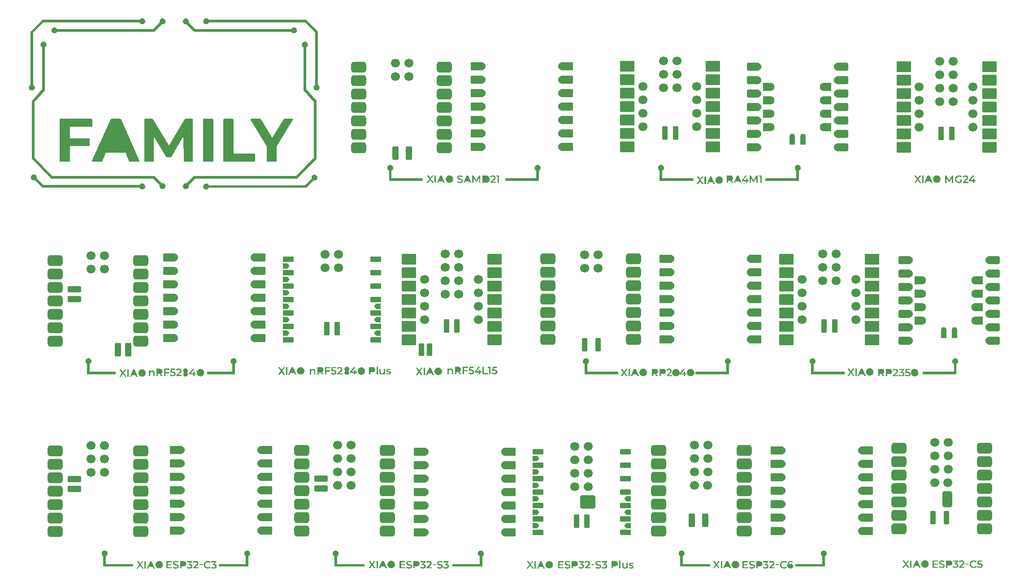
<source format=gbr>
%TF.GenerationSoftware,KiCad,Pcbnew,9.0.4*%
%TF.CreationDate,2025-09-18T16:51:08+08:00*%
%TF.ProjectId,XIAO,5849414f-2e6b-4696-9361-645f70636258,rev?*%
%TF.SameCoordinates,Original*%
%TF.FileFunction,Soldermask,Top*%
%TF.FilePolarity,Negative*%
%FSLAX46Y46*%
G04 Gerber Fmt 4.6, Leading zero omitted, Abs format (unit mm)*
G04 Created by KiCad (PCBNEW 9.0.4) date 2025-09-18 16:51:08*
%MOMM*%
%LPD*%
G01*
G04 APERTURE LIST*
G04 Aperture macros list*
%AMRoundRect*
0 Rectangle with rounded corners*
0 $1 Rounding radius*
0 $2 $3 $4 $5 $6 $7 $8 $9 X,Y pos of 4 corners*
0 Add a 4 corners polygon primitive as box body*
4,1,4,$2,$3,$4,$5,$6,$7,$8,$9,$2,$3,0*
0 Add four circle primitives for the rounded corners*
1,1,$1+$1,$2,$3*
1,1,$1+$1,$4,$5*
1,1,$1+$1,$6,$7*
1,1,$1+$1,$8,$9*
0 Add four rect primitives between the rounded corners*
20,1,$1+$1,$2,$3,$4,$5,0*
20,1,$1+$1,$4,$5,$6,$7,0*
20,1,$1+$1,$6,$7,$8,$9,0*
20,1,$1+$1,$8,$9,$2,$3,0*%
%AMFreePoly0*
4,1,15,-0.616000,0.142500,-0.283500,0.475000,0.521000,0.475000,0.557355,0.467769,0.588175,0.447175,0.608769,0.416355,0.616000,0.380000,0.616000,-0.380000,0.608769,-0.416355,0.588175,-0.447175,0.557355,-0.467769,0.521000,-0.475000,-0.283500,-0.475000,-0.616000,-0.142500,-0.616000,0.142500,-0.616000,0.142500,$1*%
G04 Aperture macros list end*
%ADD10RoundRect,0.525400X-0.900400X-0.525400X0.900400X-0.525400X0.900400X0.525400X-0.900400X0.525400X0*%
%ADD11RoundRect,0.300400X1.000400X0.300400X-1.000400X0.300400X-1.000400X-0.300400X1.000400X-0.300400X0*%
%ADD12RoundRect,0.300400X-0.300400X1.000400X-0.300400X-1.000400X0.300400X-1.000400X0.300400X1.000400X0*%
%ADD13C,1.700000*%
%ADD14RoundRect,0.152400X-1.063600X-0.609600X1.063600X-0.609600X1.063600X0.609600X-1.063600X0.609600X0*%
%ADD15C,1.524000*%
%ADD16RoundRect,0.152400X1.063600X0.609600X-1.063600X0.609600X-1.063600X-0.609600X1.063600X-0.609600X0*%
%ADD17RoundRect,0.200000X1.175000X0.800000X-1.175000X0.800000X-1.175000X-0.800000X1.175000X-0.800000X0*%
%ADD18RoundRect,0.200000X-1.175000X-0.800000X1.175000X-0.800000X1.175000X0.800000X-1.175000X0.800000X0*%
%ADD19RoundRect,0.110000X-0.440000X1.140000X-0.440000X-1.140000X0.440000X-1.140000X0.440000X1.140000X0*%
%ADD20RoundRect,0.100000X-0.400000X1.050000X-0.400000X-1.050000X0.400000X-1.050000X0.400000X1.050000X0*%
%ADD21RoundRect,0.275000X-0.275000X0.975000X-0.275000X-0.975000X0.275000X-0.975000X0.275000X0.975000X0*%
%ADD22RoundRect,0.300400X0.300400X-1.000400X0.300400X1.000400X-0.300400X1.000400X-0.300400X-1.000400X0*%
%ADD23RoundRect,0.095000X0.921000X0.380000X-0.921000X0.380000X-0.921000X-0.380000X0.921000X-0.380000X0*%
%ADD24RoundRect,0.095000X-0.921000X-0.380000X0.921000X-0.380000X0.921000X0.380000X-0.921000X0.380000X0*%
%ADD25FreePoly0,180.000000*%
%ADD26FreePoly0,0.000000*%
%ADD27RoundRect,0.152400X1.013600X0.609600X-1.013600X0.609600X-1.013600X-0.609600X1.013600X-0.609600X0*%
%ADD28RoundRect,0.152400X-1.013600X-0.609600X1.013600X-0.609600X1.013600X0.609600X-1.013600X0.609600X0*%
%ADD29C,1.600000*%
%ADD30RoundRect,0.140000X-0.560000X-0.660000X0.560000X-0.660000X0.560000X0.660000X-0.560000X0.660000X0*%
%ADD31C,1.100000*%
%ADD32RoundRect,0.110000X-0.440000X0.690000X-0.440000X-0.690000X0.440000X-0.690000X0.440000X0.690000X0*%
%ADD33RoundRect,0.475000X-0.475000X1.075000X-0.475000X-1.075000X0.475000X-1.075000X0.475000X1.075000X0*%
%ADD34RoundRect,0.250000X-1.150000X-1.000000X1.150000X-1.000000X1.150000X1.000000X-1.150000X1.000000X0*%
G04 APERTURE END LIST*
D10*
%TO.C,U3*%
X67740000Y-85420000D03*
X67740000Y-87960000D03*
X67740000Y-90500000D03*
X67740000Y-93040000D03*
X67740000Y-95580000D03*
X67740000Y-98120000D03*
X67740000Y-100660000D03*
X83905000Y-100660000D03*
X83905000Y-98120000D03*
X83905000Y-95580000D03*
X83905000Y-93040000D03*
X83905000Y-90500000D03*
X83905000Y-87960000D03*
X83905000Y-85420000D03*
D11*
X71350000Y-92726500D03*
X71350000Y-90821500D03*
D12*
X79605000Y-102276900D03*
X81510000Y-102276900D03*
D13*
X74525000Y-84471500D03*
X77065000Y-84471500D03*
X74525000Y-87011500D03*
X77065000Y-87011500D03*
%TD*%
D14*
%TO.C,U10*%
X220958800Y-121327063D03*
D15*
X220123800Y-121327063D03*
D14*
X220958800Y-123867063D03*
D15*
X220123800Y-123867063D03*
D14*
X220958800Y-126407063D03*
D15*
X220123800Y-126407063D03*
D14*
X220958800Y-128947063D03*
D15*
X220123800Y-128947063D03*
D14*
X220958800Y-131487063D03*
D15*
X220123800Y-131487063D03*
D14*
X220958800Y-134027063D03*
D15*
X220123800Y-134027063D03*
D14*
X220958800Y-136567063D03*
D15*
X220123800Y-136567063D03*
X204883800Y-136567063D03*
D16*
X204048800Y-136567063D03*
D15*
X204883800Y-134027063D03*
D16*
X204048800Y-134027063D03*
D15*
X204883800Y-131487063D03*
D16*
X204048800Y-131487063D03*
D15*
X204883800Y-128947063D03*
D16*
X204048800Y-128947063D03*
D15*
X204883800Y-126407063D03*
D16*
X204048800Y-126407063D03*
D15*
X204883800Y-123867063D03*
D16*
X204048800Y-123867063D03*
D15*
X204883800Y-121327063D03*
D16*
X204048800Y-121327063D03*
%TD*%
D17*
%TO.C,U21*%
X134555000Y-85150000D03*
X134555000Y-87690000D03*
X134555000Y-90230000D03*
X134555000Y-92770000D03*
X134555000Y-95310000D03*
X134555000Y-97850000D03*
X134555000Y-100390000D03*
D18*
X150720000Y-100390000D03*
X150720000Y-97850000D03*
X150720000Y-95310000D03*
X150720000Y-92770000D03*
X150720000Y-90230000D03*
X150720000Y-87690000D03*
X150720000Y-85150000D03*
D13*
X147638494Y-88960000D03*
X147638494Y-91500000D03*
X147638494Y-94040000D03*
X147638494Y-96580000D03*
X137478494Y-96580000D03*
X137478494Y-94040000D03*
X137478494Y-91500000D03*
X137478494Y-88960000D03*
X141367500Y-84120000D03*
X143907500Y-84120000D03*
X141367500Y-86660000D03*
X143907500Y-86660000D03*
X141367500Y-89200000D03*
X143907500Y-89200000D03*
X141367500Y-91740000D03*
X143907500Y-91740000D03*
D19*
X141637500Y-97744811D03*
X143637500Y-97744811D03*
D20*
X136926500Y-102270000D03*
X138426500Y-102270000D03*
%TD*%
D10*
%TO.C,U2*%
X160810000Y-85106663D03*
X160810000Y-87646663D03*
X160810000Y-90186663D03*
X160810000Y-92726663D03*
X160810000Y-95266663D03*
X160810000Y-97806663D03*
X160810000Y-100346663D03*
X176975000Y-100346663D03*
X176975000Y-97806663D03*
X176975000Y-95266663D03*
X176975000Y-92726663D03*
X176975000Y-90186663D03*
X176975000Y-87646663D03*
X176975000Y-85106663D03*
D21*
X167722000Y-101366663D03*
X170262000Y-101366663D03*
D13*
X167722000Y-84348663D03*
X170262000Y-84348663D03*
X167722000Y-86888663D03*
X170262000Y-86888663D03*
%TD*%
D17*
%TO.C,U14*%
X175807500Y-48685189D03*
X175807500Y-51225189D03*
X175807500Y-53765189D03*
X175807500Y-56305189D03*
X175807500Y-58845189D03*
X175807500Y-61385189D03*
X175807500Y-63925189D03*
D18*
X191972500Y-63925189D03*
X191972500Y-61385189D03*
X191972500Y-58845189D03*
X191972500Y-56305189D03*
X191972500Y-53765189D03*
X191972500Y-51225189D03*
X191972500Y-48685189D03*
D13*
X188890994Y-52495189D03*
X188890994Y-55035189D03*
X188890994Y-57575189D03*
X188890994Y-60115189D03*
X178730994Y-60115189D03*
X178730994Y-57575189D03*
X178730994Y-55035189D03*
X178730994Y-52495189D03*
X182620000Y-47655189D03*
X182620000Y-50195189D03*
X182620000Y-52735189D03*
X185160000Y-52735189D03*
X185160000Y-50195189D03*
X185160000Y-47655189D03*
D19*
X182890000Y-61280000D03*
X184890000Y-61280000D03*
%TD*%
D13*
%TO.C,U1*%
X134546800Y-50608063D03*
X132006800Y-50608063D03*
X134546800Y-48068063D03*
X132006800Y-48068063D03*
D22*
X134546800Y-65086063D03*
X132006800Y-65086063D03*
D10*
X141259800Y-48826363D03*
X141259800Y-51366363D03*
X141259800Y-53906363D03*
X141259800Y-56446363D03*
X141259800Y-58986363D03*
X141259800Y-61526363D03*
X141259800Y-64066363D03*
X125094800Y-64066363D03*
X125094800Y-61526363D03*
X125094800Y-58986363D03*
X125094800Y-56446363D03*
X125094800Y-53906363D03*
X125094800Y-51366363D03*
X125094800Y-48826363D03*
%TD*%
D16*
%TO.C,U11*%
X136631400Y-121530263D03*
D15*
X137466400Y-121530263D03*
D16*
X136631400Y-124070263D03*
D15*
X137466400Y-124070263D03*
D16*
X136631400Y-126610263D03*
D15*
X137466400Y-126610263D03*
D16*
X136631400Y-129150263D03*
D15*
X137466400Y-129150263D03*
D16*
X136631400Y-131690263D03*
D15*
X137466400Y-131690263D03*
D16*
X136631400Y-134230263D03*
D15*
X137466400Y-134230263D03*
D16*
X136631400Y-136770263D03*
D15*
X137466400Y-136770263D03*
X152706400Y-136770263D03*
D14*
X153541400Y-136770263D03*
D15*
X152706400Y-134230263D03*
D14*
X153541400Y-134230263D03*
D15*
X152706400Y-131690263D03*
D14*
X153541400Y-131690263D03*
D15*
X152706400Y-129150263D03*
D14*
X153541400Y-129150263D03*
D15*
X152706400Y-126610263D03*
D14*
X153541400Y-126610263D03*
D15*
X152706400Y-124070263D03*
D14*
X153541400Y-124070263D03*
D15*
X152706400Y-121530263D03*
D14*
X153541400Y-121530263D03*
%TD*%
D23*
%TO.C,U22*%
X111748988Y-85152177D03*
X111748988Y-87692177D03*
X111748988Y-90232177D03*
X111748988Y-92772177D03*
X111748988Y-95312177D03*
X111748988Y-97852177D03*
X111748988Y-100392177D03*
D24*
X128258988Y-100392177D03*
X128258988Y-97852177D03*
X128258988Y-95312177D03*
X128258988Y-92772177D03*
X128258988Y-90232177D03*
X128258988Y-87692177D03*
X128258988Y-85152177D03*
D25*
X111348988Y-86422177D03*
X111348988Y-88962177D03*
X111348988Y-91502177D03*
X111348988Y-94042177D03*
X111348988Y-96582177D03*
X111348988Y-99122177D03*
D26*
X128658988Y-99122177D03*
X128658988Y-96582177D03*
X128658988Y-94042177D03*
D13*
X118733988Y-84199677D03*
X121273988Y-84199677D03*
X118733988Y-86739677D03*
X121273988Y-86739677D03*
D19*
X119010000Y-98290000D03*
X121010000Y-98290000D03*
%TD*%
D17*
%TO.C,U13*%
X205870000Y-85200000D03*
X205870000Y-87740000D03*
X205870000Y-90280000D03*
X205870000Y-92820000D03*
X205870000Y-95360000D03*
X205870000Y-97900000D03*
X205870000Y-100440000D03*
D18*
X222035000Y-100440000D03*
X222035000Y-97900000D03*
X222035000Y-95360000D03*
X222035000Y-92820000D03*
X222035000Y-90280000D03*
X222035000Y-87740000D03*
X222035000Y-85200000D03*
D13*
X218953494Y-89010000D03*
X218953494Y-91550000D03*
X218953494Y-94090000D03*
X218953494Y-96630000D03*
X208793494Y-96630000D03*
X208793494Y-94090000D03*
X208793494Y-91550000D03*
X208793494Y-89010000D03*
X212682500Y-84170000D03*
X212682500Y-86710000D03*
X212682500Y-89250000D03*
X215222500Y-89250000D03*
X215222500Y-86710000D03*
X215222500Y-84170000D03*
D19*
X212952500Y-97794811D03*
X214952500Y-97794811D03*
%TD*%
D16*
%TO.C,U6*%
X89325000Y-84830000D03*
D15*
X90160000Y-84830000D03*
D16*
X89325000Y-87370000D03*
D15*
X90160000Y-87370000D03*
D16*
X89325000Y-89910000D03*
D15*
X90160000Y-89910000D03*
D16*
X89325000Y-92450000D03*
D15*
X90160000Y-92450000D03*
D16*
X89325000Y-94990000D03*
D15*
X90160000Y-94990000D03*
D16*
X89325000Y-97530000D03*
D15*
X90160000Y-97530000D03*
D16*
X89325000Y-100070000D03*
D15*
X90160000Y-100070000D03*
X105400000Y-100070000D03*
D14*
X106235000Y-100070000D03*
D15*
X105400000Y-97530000D03*
D14*
X106235000Y-97530000D03*
D15*
X105400000Y-94990000D03*
D14*
X106235000Y-94990000D03*
D15*
X105400000Y-92450000D03*
D14*
X106235000Y-92450000D03*
D15*
X105400000Y-89910000D03*
D14*
X106235000Y-89910000D03*
D15*
X105400000Y-87370000D03*
D14*
X106235000Y-87370000D03*
D15*
X105400000Y-84830000D03*
D14*
X106235000Y-84830000D03*
%TD*%
D19*
%TO.C,U20*%
X237085200Y-61383063D03*
X235085200Y-61383063D03*
D13*
X237355200Y-47758252D03*
X237355200Y-50298252D03*
X237355200Y-52838252D03*
X237355200Y-55378252D03*
X234815200Y-55378252D03*
X234815200Y-52838252D03*
X234815200Y-50298252D03*
X234815200Y-47758252D03*
X230926194Y-52598252D03*
X230926194Y-55138252D03*
X230926194Y-57678252D03*
X230926194Y-60218252D03*
X241086194Y-60218252D03*
X241086194Y-57678252D03*
X241086194Y-55138252D03*
X241086194Y-52598252D03*
D18*
X244167700Y-48788252D03*
X244167700Y-51328252D03*
X244167700Y-53868252D03*
X244167700Y-56408252D03*
X244167700Y-58948252D03*
X244167700Y-61488252D03*
X244167700Y-64028252D03*
D17*
X228002700Y-64028252D03*
X228002700Y-61488252D03*
X228002700Y-58948252D03*
X228002700Y-56408252D03*
X228002700Y-53868252D03*
X228002700Y-51328252D03*
X228002700Y-48788252D03*
%TD*%
D27*
%TO.C,U16*%
X228145000Y-85340000D03*
D15*
X228930000Y-85340000D03*
D27*
X228145000Y-87880000D03*
D15*
X228930000Y-87880000D03*
D27*
X228145000Y-90420000D03*
D15*
X228930000Y-90420000D03*
D27*
X228145000Y-92960000D03*
D15*
X228930000Y-92960000D03*
D27*
X228145000Y-95500000D03*
D15*
X228930000Y-95500000D03*
D27*
X228145000Y-98040000D03*
D15*
X228930000Y-98040000D03*
D27*
X228145000Y-100580000D03*
D15*
X228930000Y-100580000D03*
X244170000Y-100580000D03*
D28*
X244955000Y-100580000D03*
D15*
X244170000Y-98040000D03*
D28*
X244955000Y-98040000D03*
D15*
X244170000Y-95500000D03*
D28*
X244955000Y-95500000D03*
D15*
X244170000Y-92960000D03*
D28*
X244955000Y-92960000D03*
D15*
X244170000Y-90420000D03*
D28*
X244955000Y-90420000D03*
D15*
X244170000Y-87880000D03*
D28*
X244955000Y-87880000D03*
D15*
X244170000Y-85340000D03*
D28*
X244955000Y-85340000D03*
D29*
X241550994Y-89150000D03*
D30*
X242250000Y-89150000D03*
D29*
X241550994Y-91690000D03*
D30*
X242250000Y-91690000D03*
D29*
X241550994Y-94230000D03*
D30*
X242250000Y-94230000D03*
D29*
X241550994Y-96770000D03*
D30*
X242250000Y-96770000D03*
X230690994Y-96770000D03*
D29*
X231390994Y-96770000D03*
D30*
X230690994Y-94230000D03*
D29*
X231390994Y-94230000D03*
D30*
X230690994Y-91690000D03*
D29*
X231390994Y-91690000D03*
D30*
X230690994Y-89150000D03*
D29*
X231390994Y-89150000D03*
D31*
X235550000Y-98534811D03*
D32*
X235550000Y-99290000D03*
D31*
X237550000Y-98534811D03*
D32*
X237550000Y-99290000D03*
%TD*%
D14*
%TO.C,U4*%
X164361800Y-48708463D03*
D15*
X163526800Y-48708463D03*
D14*
X164361800Y-51248463D03*
D15*
X163526800Y-51248463D03*
D14*
X164361800Y-53788463D03*
D15*
X163526800Y-53788463D03*
D14*
X164361800Y-56328463D03*
D15*
X163526800Y-56328463D03*
D14*
X164361800Y-58868463D03*
D15*
X163526800Y-58868463D03*
D14*
X164361800Y-61408463D03*
D15*
X163526800Y-61408463D03*
D14*
X164361800Y-63948463D03*
D15*
X163526800Y-63948463D03*
X148286800Y-63948463D03*
D16*
X147451800Y-63948463D03*
D15*
X148286800Y-61408463D03*
D16*
X147451800Y-61408463D03*
D15*
X148286800Y-58868463D03*
D16*
X147451800Y-58868463D03*
D15*
X148286800Y-56328463D03*
D16*
X147451800Y-56328463D03*
D15*
X148286800Y-53788463D03*
D16*
X147451800Y-53788463D03*
D15*
X148286800Y-51248463D03*
D16*
X147451800Y-51248463D03*
D15*
X148286800Y-48708463D03*
D16*
X147451800Y-48708463D03*
%TD*%
D14*
%TO.C,U5*%
X199945000Y-85050000D03*
D15*
X199110000Y-85050000D03*
D14*
X199945000Y-87590000D03*
D15*
X199110000Y-87590000D03*
D14*
X199945000Y-90130000D03*
D15*
X199110000Y-90130000D03*
D14*
X199945000Y-92670000D03*
D15*
X199110000Y-92670000D03*
D14*
X199945000Y-95210000D03*
D15*
X199110000Y-95210000D03*
D14*
X199945000Y-97750000D03*
D15*
X199110000Y-97750000D03*
D14*
X199945000Y-100290000D03*
D15*
X199110000Y-100290000D03*
X183870000Y-100290000D03*
D16*
X183035000Y-100290000D03*
D15*
X183870000Y-97750000D03*
D16*
X183035000Y-97750000D03*
D15*
X183870000Y-95210000D03*
D16*
X183035000Y-95210000D03*
D15*
X183870000Y-92670000D03*
D16*
X183035000Y-92670000D03*
D15*
X183870000Y-90130000D03*
D16*
X183035000Y-90130000D03*
D15*
X183870000Y-87590000D03*
D16*
X183035000Y-87590000D03*
D15*
X183870000Y-85050000D03*
D16*
X183035000Y-85050000D03*
%TD*%
D13*
%TO.C,U7*%
X190917000Y-127874263D03*
X188469600Y-127931063D03*
X191009600Y-125391063D03*
X188469600Y-125391063D03*
X191009600Y-122851063D03*
X188469600Y-122851063D03*
X191009600Y-120311063D03*
X188469600Y-120311063D03*
D12*
X190501600Y-134484263D03*
X187961600Y-134484263D03*
D10*
X197853000Y-121332563D03*
X197853000Y-123872563D03*
X197853000Y-126412563D03*
X197853000Y-128952563D03*
X197853000Y-131492563D03*
X197853000Y-134032563D03*
X197853000Y-136572563D03*
X181688000Y-136572563D03*
X181688000Y-134032563D03*
X181688000Y-131492563D03*
X181688000Y-128952563D03*
X181688000Y-126412563D03*
X181688000Y-123872563D03*
X181688000Y-121332563D03*
%TD*%
D33*
%TO.C,U18*%
X236195000Y-130557963D03*
D21*
X236094600Y-134001663D03*
X233554600Y-134001663D03*
D13*
X236310000Y-127391663D03*
X233862600Y-127448463D03*
X236402600Y-124908463D03*
X233862600Y-124908463D03*
X236402600Y-122368463D03*
X233862600Y-122368463D03*
X236402600Y-119828463D03*
X233862600Y-119828463D03*
D10*
X243246000Y-120849963D03*
X243246000Y-123389963D03*
X243246000Y-125929963D03*
X243246000Y-128469963D03*
X243246000Y-131009963D03*
X243246000Y-133549963D03*
X243246000Y-136089963D03*
X227081000Y-136089963D03*
X227081000Y-133549963D03*
X227081000Y-131009963D03*
X227081000Y-128469963D03*
X227081000Y-125929963D03*
X227081000Y-123389963D03*
X227081000Y-120849963D03*
%TD*%
D34*
%TO.C,U19*%
X168290000Y-131065000D03*
D19*
X168171012Y-134707823D03*
X166171012Y-134707823D03*
D13*
X168435000Y-128174000D03*
X165895000Y-128174000D03*
X168435000Y-125634000D03*
X165895000Y-125634000D03*
X168435000Y-123094000D03*
X165895000Y-123094000D03*
X168435000Y-120554000D03*
X165895000Y-120554000D03*
D26*
X175820000Y-130460000D03*
X175820000Y-133000000D03*
X175820000Y-135540000D03*
D25*
X158510000Y-135540000D03*
X158510000Y-133000000D03*
X158510000Y-130460000D03*
X158510000Y-127920000D03*
X158510000Y-125380000D03*
X158510000Y-122840000D03*
D24*
X175420000Y-121570000D03*
X175420000Y-124110000D03*
X175420000Y-126650000D03*
X175420000Y-129190000D03*
X175420000Y-131730000D03*
X175420000Y-134270000D03*
X175420000Y-136810000D03*
D23*
X158910000Y-136810000D03*
X158910000Y-134270000D03*
X158910000Y-131730000D03*
X158910000Y-129190000D03*
X158910000Y-126650000D03*
X158910000Y-124110000D03*
X158910000Y-121570000D03*
%TD*%
D27*
%TO.C,U17*%
X199555800Y-48779263D03*
D15*
X200340800Y-48779263D03*
D27*
X199555800Y-51319263D03*
D15*
X200340800Y-51319263D03*
D27*
X199555800Y-53859263D03*
D15*
X200340800Y-53859263D03*
D27*
X199555800Y-56399263D03*
D15*
X200340800Y-56399263D03*
D27*
X199555800Y-58939263D03*
D15*
X200340800Y-58939263D03*
D27*
X199555800Y-61479263D03*
D15*
X200340800Y-61479263D03*
D27*
X199555800Y-64019263D03*
D15*
X200340800Y-64019263D03*
X215580800Y-64019263D03*
D28*
X216365800Y-64019263D03*
D15*
X215580800Y-61479263D03*
D28*
X216365800Y-61479263D03*
D15*
X215580800Y-58939263D03*
D28*
X216365800Y-58939263D03*
D15*
X215580800Y-56399263D03*
D28*
X216365800Y-56399263D03*
D15*
X215580800Y-53859263D03*
D28*
X216365800Y-53859263D03*
D15*
X215580800Y-51319263D03*
D28*
X216365800Y-51319263D03*
D15*
X215580800Y-48779263D03*
D28*
X216365800Y-48779263D03*
D29*
X212961794Y-52589263D03*
D30*
X213660800Y-52589263D03*
D29*
X212961794Y-55129263D03*
D30*
X213660800Y-55129263D03*
D29*
X212961794Y-57669263D03*
D30*
X213660800Y-57669263D03*
D29*
X212961794Y-60209263D03*
D30*
X213660800Y-60209263D03*
X202101794Y-60209263D03*
D29*
X202801794Y-60209263D03*
D30*
X202101794Y-57669263D03*
D29*
X202801794Y-57669263D03*
D30*
X202101794Y-55129263D03*
D29*
X202801794Y-55129263D03*
D30*
X202101794Y-52589263D03*
D29*
X202801794Y-52589263D03*
D31*
X206960800Y-61974074D03*
D32*
X206960800Y-62729263D03*
D31*
X208960800Y-61974074D03*
D32*
X208960800Y-62729263D03*
%TD*%
D14*
%TO.C,U12*%
X107549000Y-121225463D03*
D15*
X106714000Y-121225463D03*
D14*
X107549000Y-123765463D03*
D15*
X106714000Y-123765463D03*
D14*
X107549000Y-126305463D03*
D15*
X106714000Y-126305463D03*
D14*
X107549000Y-128845463D03*
D15*
X106714000Y-128845463D03*
D14*
X107549000Y-131385463D03*
D15*
X106714000Y-131385463D03*
D14*
X107549000Y-133925463D03*
D15*
X106714000Y-133925463D03*
D14*
X107549000Y-136465463D03*
D15*
X106714000Y-136465463D03*
X91474000Y-136465463D03*
D16*
X90639000Y-136465463D03*
D15*
X91474000Y-133925463D03*
D16*
X90639000Y-133925463D03*
D15*
X91474000Y-131385463D03*
D16*
X90639000Y-131385463D03*
D15*
X91474000Y-128845463D03*
D16*
X90639000Y-128845463D03*
D15*
X91474000Y-126305463D03*
D16*
X90639000Y-126305463D03*
D15*
X91474000Y-123765463D03*
D16*
X90639000Y-123765463D03*
D15*
X91474000Y-121225463D03*
D16*
X90639000Y-121225463D03*
%TD*%
D10*
%TO.C,U8*%
X67744400Y-121367063D03*
X67744400Y-123907063D03*
X67744400Y-126447063D03*
X67744400Y-128987063D03*
X67744400Y-131527063D03*
X67744400Y-134067063D03*
X67744400Y-136607063D03*
X83909400Y-136607063D03*
X83909400Y-134067063D03*
X83909400Y-131527063D03*
X83909400Y-128987063D03*
X83909400Y-126447063D03*
X83909400Y-123907063D03*
X83909400Y-121367063D03*
D11*
X71354400Y-128605063D03*
X71354400Y-126700063D03*
D13*
X74529400Y-120355063D03*
X77069400Y-120355063D03*
X74529400Y-122895063D03*
X77069400Y-122895063D03*
X74529400Y-125435063D03*
X77069400Y-125435063D03*
%TD*%
D10*
%TO.C,U9*%
X114317436Y-121272463D03*
X114317436Y-123812463D03*
X114317436Y-126352463D03*
X114317436Y-128892463D03*
X114317436Y-131432463D03*
X114317436Y-133972463D03*
X114317436Y-136512463D03*
X130482436Y-136512463D03*
X130482436Y-133972463D03*
X130482436Y-131432463D03*
X130482436Y-128892463D03*
X130482436Y-126352463D03*
X130482436Y-123812463D03*
X130482436Y-121272463D03*
D11*
X117927436Y-128510463D03*
X117927436Y-126605463D03*
D13*
X121102436Y-120260463D03*
X123642436Y-120260463D03*
X121102436Y-122800463D03*
X123642436Y-122800463D03*
X121102436Y-125340463D03*
X123642436Y-125340463D03*
X121102436Y-127880463D03*
X123642436Y-127880463D03*
%TD*%
G36*
X122865206Y-105497993D02*
G01*
X122871717Y-105498648D01*
X122923276Y-105507344D01*
X122929645Y-105508862D01*
X122979577Y-105524352D01*
X122985684Y-105526704D01*
X123033112Y-105548712D01*
X123038854Y-105551859D01*
X123082919Y-105579990D01*
X123088188Y-105583872D01*
X123128118Y-105617631D01*
X123132823Y-105622181D01*
X123167890Y-105660952D01*
X123171947Y-105666090D01*
X123201538Y-105709198D01*
X123204873Y-105714829D01*
X123228452Y-105761489D01*
X123231008Y-105767516D01*
X123248159Y-105816910D01*
X123249888Y-105823223D01*
X123260301Y-105874452D01*
X123261174Y-105880939D01*
X123264667Y-105933110D01*
X123264667Y-105939656D01*
X123261174Y-105991826D01*
X123260301Y-105998313D01*
X123249888Y-106049542D01*
X123248159Y-106055855D01*
X123231008Y-106105249D01*
X123228452Y-106111276D01*
X123204873Y-106157936D01*
X123201538Y-106163567D01*
X123171947Y-106206675D01*
X123167890Y-106211813D01*
X123132823Y-106250584D01*
X123128119Y-106255133D01*
X123126642Y-106256381D01*
X123126642Y-106256383D01*
X123128117Y-106257631D01*
X123132823Y-106262181D01*
X123160303Y-106292564D01*
X123172900Y-106327888D01*
X123156831Y-106361774D01*
X123155598Y-106362852D01*
X123151509Y-106366309D01*
X123148937Y-106368339D01*
X123140804Y-106374331D01*
X123138107Y-106376183D01*
X123091275Y-106406081D01*
X123088454Y-106407752D01*
X123079621Y-106412592D01*
X123076700Y-106414068D01*
X123026292Y-106437459D01*
X123023281Y-106438736D01*
X123013863Y-106442364D01*
X123010766Y-106443439D01*
X122957696Y-106459901D01*
X122954539Y-106460766D01*
X122944746Y-106463100D01*
X122941536Y-106463752D01*
X122886726Y-106472997D01*
X122883481Y-106473434D01*
X122873461Y-106474442D01*
X122870194Y-106474661D01*
X122814653Y-106476519D01*
X122811378Y-106476519D01*
X122801298Y-106476182D01*
X122798030Y-106475963D01*
X122742747Y-106470401D01*
X122739502Y-106469964D01*
X122729560Y-106468287D01*
X122726350Y-106467635D01*
X122672297Y-106454753D01*
X122669137Y-106453887D01*
X122659503Y-106450898D01*
X122656413Y-106449825D01*
X122604570Y-106429859D01*
X122601557Y-106428582D01*
X122592399Y-106424333D01*
X122589473Y-106422854D01*
X122540752Y-106396154D01*
X122537934Y-106394485D01*
X122529433Y-106389058D01*
X122526733Y-106387205D01*
X122496102Y-106364635D01*
X122476722Y-106332528D01*
X122485721Y-106296120D01*
X122486714Y-106294820D01*
X122495665Y-106283485D01*
X122500055Y-106278630D01*
X122523058Y-106256382D01*
X122500055Y-106234135D01*
X122495664Y-106229280D01*
X122463267Y-106188254D01*
X122459563Y-106182858D01*
X122432918Y-106137873D01*
X122429966Y-106132031D01*
X122409554Y-106083894D01*
X122407407Y-106077711D01*
X122393594Y-106027287D01*
X122392290Y-106020871D01*
X122385267Y-105968644D01*
X122384837Y-105962933D01*
X122384407Y-105937202D01*
X122384407Y-105935564D01*
X122384837Y-105909832D01*
X122385267Y-105904121D01*
X122392290Y-105851894D01*
X122393594Y-105845478D01*
X122407407Y-105795054D01*
X122409554Y-105788871D01*
X122429966Y-105740734D01*
X122432918Y-105734892D01*
X122459563Y-105689907D01*
X122463267Y-105684511D01*
X122495664Y-105643485D01*
X122500056Y-105638629D01*
X122537644Y-105602277D01*
X122542642Y-105598052D01*
X122584732Y-105567040D01*
X122590249Y-105563518D01*
X122636097Y-105538392D01*
X122642036Y-105535636D01*
X122690825Y-105516847D01*
X122697075Y-105514908D01*
X122747935Y-105502786D01*
X122754390Y-105501697D01*
X122806408Y-105496464D01*
X122812951Y-105496245D01*
X122865206Y-105497993D01*
G37*
G36*
X122870194Y-106038104D02*
G01*
X122873461Y-106038323D01*
X122883481Y-106039331D01*
X122886726Y-106039768D01*
X122941536Y-106049013D01*
X122944746Y-106049665D01*
X122954539Y-106051999D01*
X122957696Y-106052864D01*
X123010766Y-106069326D01*
X123013863Y-106070401D01*
X123023281Y-106074029D01*
X123026292Y-106075306D01*
X123076700Y-106098697D01*
X123079621Y-106100173D01*
X123088454Y-106105013D01*
X123091275Y-106106684D01*
X123138107Y-106136582D01*
X123140806Y-106138435D01*
X123148930Y-106144421D01*
X123151496Y-106146447D01*
X123155594Y-106149911D01*
X123172791Y-106183239D01*
X123161384Y-106218965D01*
X123160302Y-106220202D01*
X123132822Y-106250584D01*
X123128119Y-106255133D01*
X123126642Y-106256381D01*
X123126642Y-106256383D01*
X123128117Y-106257631D01*
X123132823Y-106262181D01*
X123167890Y-106300952D01*
X123171947Y-106306090D01*
X123201538Y-106349198D01*
X123204873Y-106354829D01*
X123228452Y-106401489D01*
X123231008Y-106407516D01*
X123248159Y-106456910D01*
X123249888Y-106463223D01*
X123260301Y-106514452D01*
X123261174Y-106520939D01*
X123264667Y-106573110D01*
X123264667Y-106579656D01*
X123261174Y-106631826D01*
X123260301Y-106638313D01*
X123249888Y-106689542D01*
X123248159Y-106695855D01*
X123231008Y-106745249D01*
X123228452Y-106751276D01*
X123204873Y-106797936D01*
X123201538Y-106803567D01*
X123171947Y-106846675D01*
X123167890Y-106851813D01*
X123132823Y-106890584D01*
X123128118Y-106895134D01*
X123088188Y-106928893D01*
X123082919Y-106932775D01*
X123038854Y-106960906D01*
X123033112Y-106964053D01*
X122985684Y-106986061D01*
X122979577Y-106988413D01*
X122929645Y-107003903D01*
X122923276Y-107005421D01*
X122871717Y-107014117D01*
X122865206Y-107014772D01*
X122812951Y-107016520D01*
X122806408Y-107016301D01*
X122754390Y-107011068D01*
X122747935Y-107009979D01*
X122697075Y-106997857D01*
X122690825Y-106995918D01*
X122642036Y-106977129D01*
X122636097Y-106974373D01*
X122590249Y-106949247D01*
X122584732Y-106945725D01*
X122542642Y-106914713D01*
X122537644Y-106910488D01*
X122500056Y-106874136D01*
X122495664Y-106869280D01*
X122463267Y-106828254D01*
X122459563Y-106822858D01*
X122432918Y-106777873D01*
X122429966Y-106772031D01*
X122409554Y-106723894D01*
X122407407Y-106717711D01*
X122393594Y-106667287D01*
X122392290Y-106660871D01*
X122385267Y-106608644D01*
X122384837Y-106602933D01*
X122384407Y-106577202D01*
X122384407Y-106575564D01*
X122384837Y-106549832D01*
X122385267Y-106544121D01*
X122392290Y-106491894D01*
X122393594Y-106485478D01*
X122407407Y-106435054D01*
X122409554Y-106428871D01*
X122429966Y-106380734D01*
X122432918Y-106374892D01*
X122459563Y-106329907D01*
X122463267Y-106324511D01*
X122495664Y-106283485D01*
X122500055Y-106278630D01*
X122523058Y-106256382D01*
X122500055Y-106234135D01*
X122495665Y-106229280D01*
X122486714Y-106217945D01*
X122476504Y-106181859D01*
X122494802Y-106149123D01*
X122496102Y-106148130D01*
X122526733Y-106125560D01*
X122529433Y-106123707D01*
X122537934Y-106118280D01*
X122540752Y-106116611D01*
X122589473Y-106089911D01*
X122592399Y-106088432D01*
X122601557Y-106084183D01*
X122604570Y-106082906D01*
X122656413Y-106062940D01*
X122659503Y-106061867D01*
X122669137Y-106058878D01*
X122672297Y-106058012D01*
X122726350Y-106045130D01*
X122729560Y-106044478D01*
X122739502Y-106042801D01*
X122742747Y-106042364D01*
X122798030Y-106036802D01*
X122801298Y-106036583D01*
X122811378Y-106036246D01*
X122814653Y-106036246D01*
X122870194Y-106038104D01*
G37*
G36*
X92395342Y-105798848D02*
G01*
X92401853Y-105799503D01*
X92453412Y-105808199D01*
X92459781Y-105809717D01*
X92509713Y-105825207D01*
X92515820Y-105827559D01*
X92563248Y-105849567D01*
X92568990Y-105852714D01*
X92613055Y-105880845D01*
X92618324Y-105884727D01*
X92658254Y-105918486D01*
X92662959Y-105923036D01*
X92698026Y-105961807D01*
X92702083Y-105966945D01*
X92731674Y-106010053D01*
X92735009Y-106015684D01*
X92758588Y-106062344D01*
X92761144Y-106068371D01*
X92778295Y-106117765D01*
X92780024Y-106124078D01*
X92790437Y-106175307D01*
X92791310Y-106181794D01*
X92794803Y-106233965D01*
X92794803Y-106240511D01*
X92791310Y-106292681D01*
X92790437Y-106299168D01*
X92780024Y-106350397D01*
X92778295Y-106356710D01*
X92761144Y-106406104D01*
X92758588Y-106412131D01*
X92735009Y-106458791D01*
X92731674Y-106464422D01*
X92702083Y-106507530D01*
X92698026Y-106512668D01*
X92662959Y-106551439D01*
X92658255Y-106555988D01*
X92656778Y-106557236D01*
X92656778Y-106557238D01*
X92658253Y-106558486D01*
X92662959Y-106563036D01*
X92690439Y-106593419D01*
X92703036Y-106628743D01*
X92686967Y-106662629D01*
X92685734Y-106663707D01*
X92681645Y-106667164D01*
X92679073Y-106669194D01*
X92670940Y-106675186D01*
X92668243Y-106677038D01*
X92621411Y-106706936D01*
X92618590Y-106708607D01*
X92609757Y-106713447D01*
X92606836Y-106714923D01*
X92556428Y-106738314D01*
X92553417Y-106739591D01*
X92543999Y-106743219D01*
X92540902Y-106744294D01*
X92487832Y-106760756D01*
X92484675Y-106761621D01*
X92474882Y-106763955D01*
X92471672Y-106764607D01*
X92416862Y-106773852D01*
X92413617Y-106774289D01*
X92403597Y-106775297D01*
X92400330Y-106775516D01*
X92344789Y-106777374D01*
X92341514Y-106777374D01*
X92331434Y-106777037D01*
X92328166Y-106776818D01*
X92272883Y-106771256D01*
X92269638Y-106770819D01*
X92259696Y-106769142D01*
X92256486Y-106768490D01*
X92202433Y-106755608D01*
X92199273Y-106754742D01*
X92189639Y-106751753D01*
X92186549Y-106750680D01*
X92134706Y-106730714D01*
X92131693Y-106729437D01*
X92122535Y-106725188D01*
X92119609Y-106723709D01*
X92070888Y-106697009D01*
X92068070Y-106695340D01*
X92059569Y-106689913D01*
X92056869Y-106688060D01*
X92026238Y-106665490D01*
X92006858Y-106633383D01*
X92015857Y-106596975D01*
X92016850Y-106595675D01*
X92025801Y-106584340D01*
X92030191Y-106579485D01*
X92053194Y-106557237D01*
X92030191Y-106534990D01*
X92025800Y-106530135D01*
X91993403Y-106489109D01*
X91989699Y-106483713D01*
X91963054Y-106438728D01*
X91960102Y-106432886D01*
X91939690Y-106384749D01*
X91937543Y-106378566D01*
X91923730Y-106328142D01*
X91922426Y-106321726D01*
X91915403Y-106269499D01*
X91914973Y-106263788D01*
X91914543Y-106238057D01*
X91914543Y-106236419D01*
X91914973Y-106210687D01*
X91915403Y-106204976D01*
X91922426Y-106152749D01*
X91923730Y-106146333D01*
X91937543Y-106095909D01*
X91939690Y-106089726D01*
X91960102Y-106041589D01*
X91963054Y-106035747D01*
X91989699Y-105990762D01*
X91993403Y-105985366D01*
X92025800Y-105944340D01*
X92030192Y-105939484D01*
X92067780Y-105903132D01*
X92072778Y-105898907D01*
X92114868Y-105867895D01*
X92120385Y-105864373D01*
X92166233Y-105839247D01*
X92172172Y-105836491D01*
X92220961Y-105817702D01*
X92227211Y-105815763D01*
X92278071Y-105803641D01*
X92284526Y-105802552D01*
X92336544Y-105797319D01*
X92343087Y-105797100D01*
X92395342Y-105798848D01*
G37*
G36*
X92400330Y-106338959D02*
G01*
X92403597Y-106339178D01*
X92413617Y-106340186D01*
X92416862Y-106340623D01*
X92471672Y-106349868D01*
X92474882Y-106350520D01*
X92484675Y-106352854D01*
X92487832Y-106353719D01*
X92540902Y-106370181D01*
X92543999Y-106371256D01*
X92553417Y-106374884D01*
X92556428Y-106376161D01*
X92606836Y-106399552D01*
X92609757Y-106401028D01*
X92618590Y-106405868D01*
X92621411Y-106407539D01*
X92668243Y-106437437D01*
X92670942Y-106439290D01*
X92679066Y-106445276D01*
X92681632Y-106447302D01*
X92685730Y-106450766D01*
X92702927Y-106484094D01*
X92691520Y-106519820D01*
X92690438Y-106521057D01*
X92662958Y-106551439D01*
X92658255Y-106555988D01*
X92656778Y-106557236D01*
X92656778Y-106557238D01*
X92658253Y-106558486D01*
X92662959Y-106563036D01*
X92698026Y-106601807D01*
X92702083Y-106606945D01*
X92731674Y-106650053D01*
X92735009Y-106655684D01*
X92758588Y-106702344D01*
X92761144Y-106708371D01*
X92778295Y-106757765D01*
X92780024Y-106764078D01*
X92790437Y-106815307D01*
X92791310Y-106821794D01*
X92794803Y-106873965D01*
X92794803Y-106880511D01*
X92791310Y-106932681D01*
X92790437Y-106939168D01*
X92780024Y-106990397D01*
X92778295Y-106996710D01*
X92761144Y-107046104D01*
X92758588Y-107052131D01*
X92735009Y-107098791D01*
X92731674Y-107104422D01*
X92702083Y-107147530D01*
X92698026Y-107152668D01*
X92662959Y-107191439D01*
X92658254Y-107195989D01*
X92618324Y-107229748D01*
X92613055Y-107233630D01*
X92568990Y-107261761D01*
X92563248Y-107264908D01*
X92515820Y-107286916D01*
X92509713Y-107289268D01*
X92459781Y-107304758D01*
X92453412Y-107306276D01*
X92401853Y-107314972D01*
X92395342Y-107315627D01*
X92343087Y-107317375D01*
X92336544Y-107317156D01*
X92284526Y-107311923D01*
X92278071Y-107310834D01*
X92227211Y-107298712D01*
X92220961Y-107296773D01*
X92172172Y-107277984D01*
X92166233Y-107275228D01*
X92120385Y-107250102D01*
X92114868Y-107246580D01*
X92072778Y-107215568D01*
X92067780Y-107211343D01*
X92030192Y-107174991D01*
X92025800Y-107170135D01*
X91993403Y-107129109D01*
X91989699Y-107123713D01*
X91963054Y-107078728D01*
X91960102Y-107072886D01*
X91939690Y-107024749D01*
X91937543Y-107018566D01*
X91923730Y-106968142D01*
X91922426Y-106961726D01*
X91915403Y-106909499D01*
X91914973Y-106903788D01*
X91914543Y-106878057D01*
X91914543Y-106876419D01*
X91914973Y-106850687D01*
X91915403Y-106844976D01*
X91922426Y-106792749D01*
X91923730Y-106786333D01*
X91937543Y-106735909D01*
X91939690Y-106729726D01*
X91960102Y-106681589D01*
X91963054Y-106675747D01*
X91989699Y-106630762D01*
X91993403Y-106625366D01*
X92025800Y-106584340D01*
X92030191Y-106579485D01*
X92053194Y-106557237D01*
X92030191Y-106534990D01*
X92025801Y-106530135D01*
X92016850Y-106518800D01*
X92006640Y-106482714D01*
X92024938Y-106449978D01*
X92026238Y-106448985D01*
X92056869Y-106426415D01*
X92059569Y-106424562D01*
X92068070Y-106419135D01*
X92070888Y-106417466D01*
X92119609Y-106390766D01*
X92122535Y-106389287D01*
X92131693Y-106385038D01*
X92134706Y-106383761D01*
X92186549Y-106363795D01*
X92189639Y-106362722D01*
X92199273Y-106359733D01*
X92202433Y-106358867D01*
X92256486Y-106345985D01*
X92259696Y-106345333D01*
X92269638Y-106343656D01*
X92272883Y-106343219D01*
X92328166Y-106337657D01*
X92331434Y-106337438D01*
X92341514Y-106337101D01*
X92344789Y-106337101D01*
X92400330Y-106338959D01*
G37*
G36*
X180988071Y-105870173D02*
G01*
X181144920Y-105883404D01*
X181154945Y-105885317D01*
X181296909Y-105928117D01*
X181308363Y-105933249D01*
X181417960Y-106000395D01*
X181426445Y-106006972D01*
X181467461Y-106046681D01*
X181472420Y-106052277D01*
X181506657Y-106097422D01*
X181512300Y-106106925D01*
X181559864Y-106212637D01*
X181563161Y-106222808D01*
X181576328Y-106286398D01*
X181577246Y-106293204D01*
X181581905Y-106366011D01*
X181582002Y-106369637D01*
X181581924Y-106377328D01*
X181581388Y-106384079D01*
X181561702Y-106515695D01*
X181559022Y-106525914D01*
X181538591Y-106579462D01*
X181535410Y-106586207D01*
X181505858Y-106638204D01*
X181503756Y-106641577D01*
X181503615Y-106641784D01*
X181501139Y-106645107D01*
X181463410Y-106691520D01*
X181458201Y-106697003D01*
X181414673Y-106736252D01*
X181408762Y-106740815D01*
X181355124Y-106776049D01*
X181348958Y-106779491D01*
X181284020Y-106809821D01*
X181551858Y-107192652D01*
X181559961Y-107229270D01*
X181539799Y-107260891D01*
X181511709Y-107269742D01*
X181351598Y-107269742D01*
X181316950Y-107255390D01*
X181311424Y-107248796D01*
X181039763Y-106859776D01*
X180986956Y-106861807D01*
X180985073Y-106861843D01*
X180669760Y-106861843D01*
X180669760Y-107220742D01*
X180655408Y-107255390D01*
X180620760Y-107269742D01*
X180459000Y-107269742D01*
X180424352Y-107255390D01*
X180410000Y-107220742D01*
X180410000Y-105919000D01*
X180424352Y-105884352D01*
X180459000Y-105870000D01*
X180983952Y-105870000D01*
X180988071Y-105870173D01*
G37*
G36*
X182436450Y-105989819D02*
G01*
X182440938Y-105989953D01*
X182442395Y-105990018D01*
X182523595Y-105994863D01*
X182527112Y-105995201D01*
X182537905Y-105996631D01*
X182541390Y-105997221D01*
X182609929Y-106011392D01*
X182614006Y-106012419D01*
X182626391Y-106016111D01*
X182630359Y-106017482D01*
X182680873Y-106037390D01*
X182685188Y-106039336D01*
X182698139Y-106045948D01*
X182702244Y-106048300D01*
X182744985Y-106075614D01*
X182747218Y-106077129D01*
X182753640Y-106081750D01*
X182757830Y-106085129D01*
X182763675Y-106090398D01*
X182765618Y-106092249D01*
X182797064Y-106123885D01*
X182800556Y-106127796D01*
X182810638Y-106140383D01*
X182813692Y-106144643D01*
X182836087Y-106179712D01*
X182839614Y-106186293D01*
X182848866Y-106207247D01*
X182851353Y-106214289D01*
X182876004Y-106305764D01*
X182877117Y-106311028D01*
X182879644Y-106327375D01*
X182880173Y-106332733D01*
X182881442Y-106361924D01*
X182881479Y-106365010D01*
X182881293Y-106374526D01*
X182881135Y-106377612D01*
X182876455Y-106434119D01*
X182875846Y-106438762D01*
X182873293Y-106452934D01*
X182872242Y-106457502D01*
X182858575Y-106506140D01*
X182856915Y-106511040D01*
X182851025Y-106525806D01*
X182848857Y-106530503D01*
X182828761Y-106568620D01*
X182826069Y-106573124D01*
X182817062Y-106586509D01*
X182813907Y-106590695D01*
X182785832Y-106624071D01*
X182783428Y-106626726D01*
X182775726Y-106634630D01*
X182773133Y-106637103D01*
X182762254Y-106646745D01*
X182757699Y-106650324D01*
X182743082Y-106660473D01*
X182738141Y-106663488D01*
X182652240Y-106709165D01*
X182645038Y-106712283D01*
X182622269Y-106720041D01*
X182614662Y-106721969D01*
X182488659Y-106743347D01*
X182485130Y-106743814D01*
X182474230Y-106744857D01*
X182470674Y-106745067D01*
X182438314Y-106745801D01*
X182437779Y-106745811D01*
X182435992Y-106745832D01*
X182435416Y-106745835D01*
X182139276Y-106745835D01*
X182124134Y-106743437D01*
X182087876Y-106731656D01*
X182063377Y-106713856D01*
X182043323Y-106686255D01*
X182034567Y-106665115D01*
X182032117Y-106649639D01*
X182031514Y-106641977D01*
X182031514Y-106097558D01*
X182033912Y-106082417D01*
X182045692Y-106046160D01*
X182063492Y-106021660D01*
X182091093Y-106001606D01*
X182112233Y-105992850D01*
X182127709Y-105990400D01*
X182135371Y-105989797D01*
X182434988Y-105989797D01*
X182436450Y-105989819D01*
G37*
G36*
X186601923Y-105884352D02*
G01*
X186616275Y-105919000D01*
X186606396Y-105948505D01*
X186015514Y-106731963D01*
X186473712Y-106731963D01*
X186473712Y-106498809D01*
X186488064Y-106464161D01*
X186522712Y-106449809D01*
X186668625Y-106449809D01*
X186703273Y-106464161D01*
X186717625Y-106498809D01*
X186717625Y-106731963D01*
X186916672Y-106731963D01*
X186951320Y-106746315D01*
X186965672Y-106780963D01*
X186965672Y-106902760D01*
X186951320Y-106937408D01*
X186916672Y-106951760D01*
X186717625Y-106951760D01*
X186717625Y-107220742D01*
X186703273Y-107255390D01*
X186668625Y-107269742D01*
X186514789Y-107269742D01*
X186480141Y-107255390D01*
X186465789Y-107220742D01*
X186465789Y-106951760D01*
X185746532Y-106951760D01*
X185711884Y-106937408D01*
X185697532Y-106902760D01*
X185697532Y-106788519D01*
X185707616Y-106758745D01*
X186372875Y-105889226D01*
X186405327Y-105870428D01*
X186411791Y-105870000D01*
X186567275Y-105870000D01*
X186601923Y-105884352D01*
G37*
G36*
X183676608Y-105849836D02*
G01*
X183772563Y-105855537D01*
X183781443Y-105856890D01*
X183915797Y-105890184D01*
X183928368Y-105895227D01*
X184032069Y-105954633D01*
X184042275Y-105962418D01*
X184094916Y-106014802D01*
X184101269Y-106022575D01*
X184128194Y-106063438D01*
X184132254Y-106070952D01*
X184152099Y-106116852D01*
X184154778Y-106124894D01*
X184167843Y-106179491D01*
X184169058Y-106187321D01*
X184173496Y-106248013D01*
X184173475Y-106255426D01*
X184167613Y-106330011D01*
X184166455Y-106337422D01*
X184152239Y-106397684D01*
X184150106Y-106404474D01*
X184127260Y-106462170D01*
X184123984Y-106468893D01*
X184091204Y-106524864D01*
X184087355Y-106530497D01*
X184028145Y-106605363D01*
X184024702Y-106609270D01*
X183942479Y-106693142D01*
X183941277Y-106694326D01*
X183567774Y-107049944D01*
X183567774Y-107049945D01*
X184178855Y-107049945D01*
X184213503Y-107064297D01*
X184227855Y-107098945D01*
X184227855Y-107220742D01*
X184213503Y-107255390D01*
X184178855Y-107269742D01*
X183244704Y-107269742D01*
X183210056Y-107255390D01*
X183195704Y-107220742D01*
X183195704Y-107116813D01*
X183210056Y-107082165D01*
X183210970Y-107081274D01*
X183751743Y-106567973D01*
X183807802Y-106510254D01*
X183807809Y-106510245D01*
X183878861Y-106410888D01*
X183878864Y-106410882D01*
X183891939Y-106381098D01*
X183911938Y-106277902D01*
X183911938Y-106277897D01*
X183896105Y-106192913D01*
X183875265Y-106157323D01*
X183845788Y-106127689D01*
X183845789Y-106127689D01*
X183785868Y-106095511D01*
X183724661Y-106080651D01*
X183651829Y-106075672D01*
X183525307Y-106090623D01*
X183525301Y-106090625D01*
X183414087Y-106138601D01*
X183414080Y-106138605D01*
X183365983Y-106175878D01*
X183354199Y-106188709D01*
X183320192Y-106204519D01*
X183288278Y-106194434D01*
X183185086Y-106115235D01*
X183166338Y-106082755D01*
X183176048Y-106046531D01*
X183179611Y-106042388D01*
X183224824Y-105995403D01*
X183232059Y-105989218D01*
X183288540Y-105949737D01*
X183294176Y-105946337D01*
X183359375Y-105912755D01*
X183366436Y-105909791D01*
X183484035Y-105870925D01*
X183491362Y-105869116D01*
X183575312Y-105855136D01*
X183580804Y-105854537D01*
X183671145Y-105849817D01*
X183676608Y-105849836D01*
G37*
G36*
X180974696Y-105989819D02*
G01*
X180979184Y-105989953D01*
X180980641Y-105990018D01*
X181061841Y-105994863D01*
X181065358Y-105995201D01*
X181076151Y-105996631D01*
X181079636Y-105997221D01*
X181148175Y-106011392D01*
X181152252Y-106012419D01*
X181164637Y-106016111D01*
X181168605Y-106017482D01*
X181219119Y-106037390D01*
X181223434Y-106039336D01*
X181236385Y-106045948D01*
X181240490Y-106048300D01*
X181283231Y-106075614D01*
X181285464Y-106077129D01*
X181291886Y-106081750D01*
X181296076Y-106085129D01*
X181301921Y-106090398D01*
X181303864Y-106092249D01*
X181335310Y-106123885D01*
X181338802Y-106127796D01*
X181348884Y-106140383D01*
X181351938Y-106144643D01*
X181374333Y-106179712D01*
X181377860Y-106186293D01*
X181387112Y-106207247D01*
X181389599Y-106214289D01*
X181414250Y-106305764D01*
X181415363Y-106311028D01*
X181417890Y-106327375D01*
X181418419Y-106332733D01*
X181419688Y-106361927D01*
X181419725Y-106365008D01*
X181419540Y-106374521D01*
X181419382Y-106377608D01*
X181414702Y-106434172D01*
X181414097Y-106438798D01*
X181411560Y-106452917D01*
X181410516Y-106457466D01*
X181396836Y-106506310D01*
X181395194Y-106511176D01*
X181389365Y-106525858D01*
X181387221Y-106530528D01*
X181367048Y-106569009D01*
X181364394Y-106573479D01*
X181355505Y-106586784D01*
X181352390Y-106590949D01*
X181324189Y-106624760D01*
X181321829Y-106627390D01*
X181314258Y-106635240D01*
X181311715Y-106637694D01*
X181300942Y-106647361D01*
X181296421Y-106650959D01*
X181281901Y-106661180D01*
X181276991Y-106664220D01*
X181191552Y-106710390D01*
X181184318Y-106713575D01*
X181161427Y-106721517D01*
X181153775Y-106723497D01*
X181028992Y-106745235D01*
X181025393Y-106745725D01*
X181014272Y-106746822D01*
X181010645Y-106747045D01*
X180976611Y-106747867D01*
X180976026Y-106747877D01*
X180974304Y-106747898D01*
X180973706Y-106747902D01*
X180677522Y-106747902D01*
X180662380Y-106745504D01*
X180626122Y-106733723D01*
X180601623Y-106715923D01*
X180581569Y-106688322D01*
X180572813Y-106667182D01*
X180570363Y-106651706D01*
X180569760Y-106644044D01*
X180569760Y-106097558D01*
X180572158Y-106082417D01*
X180583938Y-106046160D01*
X180601738Y-106021660D01*
X180629339Y-106001606D01*
X180650479Y-105992850D01*
X180665955Y-105990400D01*
X180673617Y-105989797D01*
X180973234Y-105989797D01*
X180974696Y-105989819D01*
G37*
G36*
X182449825Y-105870173D02*
G01*
X182606674Y-105883404D01*
X182616699Y-105885317D01*
X182758663Y-105928117D01*
X182770117Y-105933249D01*
X182879714Y-106000395D01*
X182888199Y-106006972D01*
X182929215Y-106046681D01*
X182934174Y-106052277D01*
X182968411Y-106097422D01*
X182974054Y-106106925D01*
X183021618Y-106212637D01*
X183024915Y-106222808D01*
X183038082Y-106286398D01*
X183039000Y-106293204D01*
X183043474Y-106363116D01*
X183043176Y-106372481D01*
X183026235Y-106504506D01*
X183022451Y-106518078D01*
X182974763Y-106625978D01*
X182966920Y-106638323D01*
X182891750Y-106724765D01*
X182883681Y-106732178D01*
X182833568Y-106768790D01*
X182827521Y-106772565D01*
X182768368Y-106803764D01*
X182760807Y-106806974D01*
X182646001Y-106844703D01*
X182638504Y-106846527D01*
X182551626Y-106860537D01*
X182546248Y-106861102D01*
X182448987Y-106865917D01*
X182446564Y-106865977D01*
X182131514Y-106865977D01*
X182131514Y-107220742D01*
X182117162Y-107255390D01*
X182082514Y-107269742D01*
X181920754Y-107269742D01*
X181886106Y-107255390D01*
X181871754Y-107220742D01*
X181871754Y-105919000D01*
X181886106Y-105884352D01*
X181920754Y-105870000D01*
X182445706Y-105870000D01*
X182449825Y-105870173D01*
G37*
G36*
X187778708Y-106041911D02*
G01*
X187781974Y-106042130D01*
X187792008Y-106043139D01*
X187795256Y-106043576D01*
X187850986Y-106052977D01*
X187854192Y-106053628D01*
X187864005Y-106055966D01*
X187867166Y-106056832D01*
X187921155Y-106073580D01*
X187924248Y-106074654D01*
X187933673Y-106078284D01*
X187936688Y-106079563D01*
X187987956Y-106103354D01*
X187990878Y-106104830D01*
X187999712Y-106109671D01*
X188002529Y-106111340D01*
X188050181Y-106141759D01*
X188052882Y-106143613D01*
X188061009Y-106149601D01*
X188063579Y-106151630D01*
X188106746Y-106188125D01*
X188109175Y-106190323D01*
X188116427Y-106197337D01*
X188118703Y-106199689D01*
X188156614Y-106241605D01*
X188158730Y-106244108D01*
X188164983Y-106252027D01*
X188166924Y-106254661D01*
X188198916Y-106301265D01*
X188200677Y-106304025D01*
X188205822Y-106312711D01*
X188207397Y-106315584D01*
X188232880Y-106366015D01*
X188234257Y-106368984D01*
X188238200Y-106378282D01*
X188239378Y-106381338D01*
X188257925Y-106434748D01*
X188258896Y-106437879D01*
X188261557Y-106447595D01*
X188262315Y-106450778D01*
X188273574Y-106506170D01*
X188274119Y-106509398D01*
X188275464Y-106519398D01*
X188275792Y-106522657D01*
X188279568Y-106579068D01*
X188279677Y-106582341D01*
X188279677Y-106592410D01*
X188279568Y-106595683D01*
X188275792Y-106652094D01*
X188275464Y-106655353D01*
X188274119Y-106665353D01*
X188273574Y-106668581D01*
X188262315Y-106723973D01*
X188261557Y-106727156D01*
X188258896Y-106736872D01*
X188257925Y-106740003D01*
X188239378Y-106793413D01*
X188238200Y-106796469D01*
X188234257Y-106805767D01*
X188232880Y-106808736D01*
X188207397Y-106859167D01*
X188205822Y-106862040D01*
X188200677Y-106870726D01*
X188198916Y-106873486D01*
X188166924Y-106920090D01*
X188164983Y-106922724D01*
X188158730Y-106930643D01*
X188156614Y-106933146D01*
X188118703Y-106975062D01*
X188116427Y-106977414D01*
X188109175Y-106984428D01*
X188106746Y-106986626D01*
X188063579Y-107023121D01*
X188061009Y-107025150D01*
X188052882Y-107031138D01*
X188050181Y-107032992D01*
X188002529Y-107063411D01*
X187999712Y-107065080D01*
X187990878Y-107069921D01*
X187987956Y-107071397D01*
X187936688Y-107095188D01*
X187933673Y-107096467D01*
X187924248Y-107100097D01*
X187921155Y-107101171D01*
X187867166Y-107117919D01*
X187864005Y-107118785D01*
X187854192Y-107121123D01*
X187850986Y-107121774D01*
X187795256Y-107131175D01*
X187792008Y-107131612D01*
X187781974Y-107132621D01*
X187778708Y-107132840D01*
X187722203Y-107134729D01*
X187718929Y-107134729D01*
X187708849Y-107134392D01*
X187705582Y-107134173D01*
X187649332Y-107128515D01*
X187646087Y-107128079D01*
X187636156Y-107126404D01*
X187632946Y-107125751D01*
X187577960Y-107112647D01*
X187574797Y-107111781D01*
X187565155Y-107108789D01*
X187562067Y-107107716D01*
X187509310Y-107087398D01*
X187506294Y-107086119D01*
X187497155Y-107081878D01*
X187494232Y-107080401D01*
X187444665Y-107053237D01*
X187441846Y-107051567D01*
X187433330Y-107046130D01*
X187430633Y-107044279D01*
X187385127Y-107010751D01*
X187382555Y-107008720D01*
X187374865Y-107002218D01*
X187372438Y-107000022D01*
X187331800Y-106960720D01*
X187329524Y-106958367D01*
X187322753Y-106950881D01*
X187320638Y-106948380D01*
X187285602Y-106904013D01*
X187283662Y-106901380D01*
X187277962Y-106893078D01*
X187276197Y-106890315D01*
X187247390Y-106841680D01*
X187245815Y-106838804D01*
X187241264Y-106829796D01*
X187239887Y-106826829D01*
X187217816Y-106774778D01*
X187216639Y-106771722D01*
X187213335Y-106762207D01*
X187212365Y-106759080D01*
X187197428Y-106704553D01*
X187196669Y-106701368D01*
X187194661Y-106691490D01*
X187194116Y-106688260D01*
X187186554Y-106632032D01*
X187186256Y-106629183D01*
X187185592Y-106620371D01*
X187185460Y-106617505D01*
X187184993Y-106589461D01*
X187184986Y-106588645D01*
X187184986Y-106586106D01*
X187184993Y-106585290D01*
X187185460Y-106557246D01*
X187185592Y-106554380D01*
X187186256Y-106545568D01*
X187186554Y-106542719D01*
X187194116Y-106486491D01*
X187194661Y-106483261D01*
X187196669Y-106473383D01*
X187197428Y-106470198D01*
X187212365Y-106415671D01*
X187213335Y-106412544D01*
X187216639Y-106403029D01*
X187217816Y-106399973D01*
X187239887Y-106347922D01*
X187241264Y-106344955D01*
X187245815Y-106335947D01*
X187247390Y-106333071D01*
X187276197Y-106284436D01*
X187277962Y-106281673D01*
X187283662Y-106273371D01*
X187285602Y-106270738D01*
X187320638Y-106226371D01*
X187322753Y-106223870D01*
X187329524Y-106216384D01*
X187331800Y-106214031D01*
X187372438Y-106174729D01*
X187374865Y-106172533D01*
X187382555Y-106166031D01*
X187385127Y-106164000D01*
X187430633Y-106130472D01*
X187433330Y-106128621D01*
X187441846Y-106123184D01*
X187444665Y-106121514D01*
X187494232Y-106094350D01*
X187497155Y-106092873D01*
X187506294Y-106088632D01*
X187509310Y-106087353D01*
X187562067Y-106067035D01*
X187565155Y-106065962D01*
X187574797Y-106062970D01*
X187577960Y-106062104D01*
X187632946Y-106049000D01*
X187636156Y-106048347D01*
X187646087Y-106046672D01*
X187649332Y-106046236D01*
X187705582Y-106040578D01*
X187708849Y-106040359D01*
X187718929Y-106040022D01*
X187722203Y-106040022D01*
X187778708Y-106041911D01*
G37*
G36*
X185008708Y-106051911D02*
G01*
X185011974Y-106052130D01*
X185022008Y-106053139D01*
X185025256Y-106053576D01*
X185080986Y-106062977D01*
X185084192Y-106063628D01*
X185094005Y-106065966D01*
X185097166Y-106066832D01*
X185151155Y-106083580D01*
X185154248Y-106084654D01*
X185163673Y-106088284D01*
X185166688Y-106089563D01*
X185217956Y-106113354D01*
X185220878Y-106114830D01*
X185229712Y-106119671D01*
X185232529Y-106121340D01*
X185280181Y-106151759D01*
X185282882Y-106153613D01*
X185291009Y-106159601D01*
X185293579Y-106161630D01*
X185336746Y-106198125D01*
X185339175Y-106200323D01*
X185346427Y-106207337D01*
X185348703Y-106209689D01*
X185386614Y-106251605D01*
X185388730Y-106254108D01*
X185394983Y-106262027D01*
X185396924Y-106264661D01*
X185428916Y-106311265D01*
X185430677Y-106314025D01*
X185435822Y-106322711D01*
X185437397Y-106325584D01*
X185462880Y-106376015D01*
X185464257Y-106378984D01*
X185468200Y-106388282D01*
X185469378Y-106391338D01*
X185487925Y-106444748D01*
X185488896Y-106447879D01*
X185491557Y-106457595D01*
X185492315Y-106460778D01*
X185503574Y-106516170D01*
X185504119Y-106519398D01*
X185505464Y-106529398D01*
X185505792Y-106532657D01*
X185509568Y-106589068D01*
X185509677Y-106592341D01*
X185509677Y-106602410D01*
X185509568Y-106605683D01*
X185505792Y-106662094D01*
X185505464Y-106665353D01*
X185504119Y-106675353D01*
X185503574Y-106678581D01*
X185492315Y-106733973D01*
X185491557Y-106737156D01*
X185488896Y-106746872D01*
X185487925Y-106750003D01*
X185469378Y-106803413D01*
X185468200Y-106806469D01*
X185464257Y-106815767D01*
X185462880Y-106818736D01*
X185437397Y-106869167D01*
X185435822Y-106872040D01*
X185430677Y-106880726D01*
X185428916Y-106883486D01*
X185396924Y-106930090D01*
X185394983Y-106932724D01*
X185388730Y-106940643D01*
X185386614Y-106943146D01*
X185348703Y-106985062D01*
X185346427Y-106987414D01*
X185339175Y-106994428D01*
X185336746Y-106996626D01*
X185293579Y-107033121D01*
X185291009Y-107035150D01*
X185282882Y-107041138D01*
X185280181Y-107042992D01*
X185232529Y-107073411D01*
X185229712Y-107075080D01*
X185220878Y-107079921D01*
X185217956Y-107081397D01*
X185166688Y-107105188D01*
X185163673Y-107106467D01*
X185154248Y-107110097D01*
X185151155Y-107111171D01*
X185097166Y-107127919D01*
X185094005Y-107128785D01*
X185084192Y-107131123D01*
X185080986Y-107131774D01*
X185025256Y-107141175D01*
X185022008Y-107141612D01*
X185011974Y-107142621D01*
X185008708Y-107142840D01*
X184952203Y-107144729D01*
X184948929Y-107144729D01*
X184938849Y-107144392D01*
X184935582Y-107144173D01*
X184879332Y-107138515D01*
X184876087Y-107138079D01*
X184866156Y-107136404D01*
X184862946Y-107135751D01*
X184807960Y-107122647D01*
X184804797Y-107121781D01*
X184795155Y-107118789D01*
X184792067Y-107117716D01*
X184739310Y-107097398D01*
X184736294Y-107096119D01*
X184727155Y-107091878D01*
X184724232Y-107090401D01*
X184674665Y-107063237D01*
X184671846Y-107061567D01*
X184663330Y-107056130D01*
X184660633Y-107054279D01*
X184615127Y-107020751D01*
X184612555Y-107018720D01*
X184604865Y-107012218D01*
X184602438Y-107010022D01*
X184561800Y-106970720D01*
X184559524Y-106968367D01*
X184552753Y-106960881D01*
X184550638Y-106958380D01*
X184515602Y-106914013D01*
X184513662Y-106911380D01*
X184507962Y-106903078D01*
X184506197Y-106900315D01*
X184477390Y-106851680D01*
X184475815Y-106848804D01*
X184471264Y-106839796D01*
X184469887Y-106836829D01*
X184447816Y-106784778D01*
X184446639Y-106781722D01*
X184443335Y-106772207D01*
X184442365Y-106769080D01*
X184427428Y-106714553D01*
X184426669Y-106711368D01*
X184424661Y-106701490D01*
X184424116Y-106698260D01*
X184416554Y-106642032D01*
X184416256Y-106639183D01*
X184415592Y-106630371D01*
X184415460Y-106627505D01*
X184414993Y-106599461D01*
X184414986Y-106598645D01*
X184414986Y-106596106D01*
X184414993Y-106595290D01*
X184415460Y-106567246D01*
X184415592Y-106564380D01*
X184416256Y-106555568D01*
X184416554Y-106552719D01*
X184424116Y-106496491D01*
X184424661Y-106493261D01*
X184426669Y-106483383D01*
X184427428Y-106480198D01*
X184442365Y-106425671D01*
X184443335Y-106422544D01*
X184446639Y-106413029D01*
X184447816Y-106409973D01*
X184469887Y-106357922D01*
X184471264Y-106354955D01*
X184475815Y-106345947D01*
X184477390Y-106343071D01*
X184506197Y-106294436D01*
X184507962Y-106291673D01*
X184513662Y-106283371D01*
X184515602Y-106280738D01*
X184550638Y-106236371D01*
X184552753Y-106233870D01*
X184559524Y-106226384D01*
X184561800Y-106224031D01*
X184602438Y-106184729D01*
X184604865Y-106182533D01*
X184612555Y-106176031D01*
X184615127Y-106174000D01*
X184660633Y-106140472D01*
X184663330Y-106138621D01*
X184671846Y-106133184D01*
X184674665Y-106131514D01*
X184724232Y-106104350D01*
X184727155Y-106102873D01*
X184736294Y-106098632D01*
X184739310Y-106097353D01*
X184792067Y-106077035D01*
X184795155Y-106075962D01*
X184804797Y-106072970D01*
X184807960Y-106072104D01*
X184862946Y-106059000D01*
X184866156Y-106058347D01*
X184876087Y-106056672D01*
X184879332Y-106056236D01*
X184935582Y-106050578D01*
X184938849Y-106050359D01*
X184948929Y-106050022D01*
X184952203Y-106050022D01*
X185008708Y-106051911D01*
G37*
G36*
X177352145Y-105895206D02*
G01*
X177362160Y-105909699D01*
X177949765Y-107211786D01*
X177950935Y-107249270D01*
X177925257Y-107276604D01*
X177905102Y-107280941D01*
X177741349Y-107280941D01*
X177706701Y-107266589D01*
X177696375Y-107251393D01*
X177568939Y-106956757D01*
X176868897Y-106956757D01*
X176743774Y-107251110D01*
X176717011Y-107277382D01*
X176698679Y-107280941D01*
X176538850Y-107280941D01*
X176504202Y-107266589D01*
X176489850Y-107231941D01*
X176494167Y-107211831D01*
X177080170Y-105909744D01*
X177107477Y-105884038D01*
X177124853Y-105880854D01*
X177317497Y-105880854D01*
X177352145Y-105895206D01*
G37*
G36*
X177242561Y-106047628D02*
G01*
X177272361Y-106060380D01*
X177292677Y-106076561D01*
X177307500Y-106096891D01*
X177312891Y-106106332D01*
X177571884Y-106706034D01*
X177575686Y-106720885D01*
X177579246Y-106758841D01*
X177572618Y-106788391D01*
X177557347Y-106814170D01*
X177534616Y-106834180D01*
X177500782Y-106848792D01*
X177481355Y-106852808D01*
X176964853Y-106852808D01*
X176949711Y-106850410D01*
X176913453Y-106838629D01*
X176888953Y-106820829D01*
X176871343Y-106796591D01*
X176861985Y-106767789D01*
X176861985Y-106730918D01*
X176865936Y-106711640D01*
X177123929Y-106108751D01*
X177132091Y-106095774D01*
X177157185Y-106067076D01*
X177183189Y-106051555D01*
X177212401Y-106044901D01*
X177242561Y-106047628D01*
G37*
G36*
X178826024Y-106011749D02*
G01*
X178829290Y-106011968D01*
X178839324Y-106012977D01*
X178842572Y-106013414D01*
X178898302Y-106022815D01*
X178901508Y-106023466D01*
X178911321Y-106025804D01*
X178914482Y-106026670D01*
X178968471Y-106043418D01*
X178971564Y-106044492D01*
X178980989Y-106048122D01*
X178984004Y-106049401D01*
X179035272Y-106073192D01*
X179038194Y-106074668D01*
X179047028Y-106079509D01*
X179049845Y-106081178D01*
X179097497Y-106111597D01*
X179100198Y-106113451D01*
X179108325Y-106119439D01*
X179110895Y-106121468D01*
X179154062Y-106157963D01*
X179156491Y-106160161D01*
X179163743Y-106167175D01*
X179166019Y-106169527D01*
X179203930Y-106211443D01*
X179206046Y-106213946D01*
X179212299Y-106221865D01*
X179214240Y-106224499D01*
X179246232Y-106271103D01*
X179247993Y-106273863D01*
X179253138Y-106282549D01*
X179254713Y-106285422D01*
X179280196Y-106335853D01*
X179281573Y-106338822D01*
X179285516Y-106348120D01*
X179286694Y-106351176D01*
X179305241Y-106404586D01*
X179306212Y-106407717D01*
X179308873Y-106417433D01*
X179309631Y-106420616D01*
X179320890Y-106476008D01*
X179321435Y-106479236D01*
X179322780Y-106489236D01*
X179323108Y-106492495D01*
X179326884Y-106548906D01*
X179326993Y-106552179D01*
X179326993Y-106562248D01*
X179326884Y-106565521D01*
X179323108Y-106621932D01*
X179322780Y-106625191D01*
X179321435Y-106635191D01*
X179320890Y-106638419D01*
X179309631Y-106693811D01*
X179308873Y-106696994D01*
X179306212Y-106706710D01*
X179305241Y-106709841D01*
X179286694Y-106763251D01*
X179285516Y-106766307D01*
X179281573Y-106775605D01*
X179280196Y-106778574D01*
X179254713Y-106829005D01*
X179253138Y-106831878D01*
X179247993Y-106840564D01*
X179246232Y-106843324D01*
X179214240Y-106889928D01*
X179212299Y-106892562D01*
X179206046Y-106900481D01*
X179203930Y-106902984D01*
X179166019Y-106944900D01*
X179163743Y-106947252D01*
X179156491Y-106954266D01*
X179154062Y-106956464D01*
X179110895Y-106992959D01*
X179108325Y-106994988D01*
X179100198Y-107000976D01*
X179097497Y-107002830D01*
X179049845Y-107033249D01*
X179047028Y-107034918D01*
X179038194Y-107039759D01*
X179035272Y-107041235D01*
X178984004Y-107065026D01*
X178980989Y-107066305D01*
X178971564Y-107069935D01*
X178968471Y-107071009D01*
X178914482Y-107087757D01*
X178911321Y-107088623D01*
X178901508Y-107090961D01*
X178898302Y-107091612D01*
X178842572Y-107101013D01*
X178839324Y-107101450D01*
X178829290Y-107102459D01*
X178826024Y-107102678D01*
X178769519Y-107104567D01*
X178766245Y-107104567D01*
X178756165Y-107104230D01*
X178752898Y-107104011D01*
X178696648Y-107098353D01*
X178693403Y-107097917D01*
X178683472Y-107096242D01*
X178680262Y-107095589D01*
X178625276Y-107082485D01*
X178622113Y-107081619D01*
X178612471Y-107078627D01*
X178609383Y-107077554D01*
X178556626Y-107057236D01*
X178553610Y-107055957D01*
X178544471Y-107051716D01*
X178541548Y-107050239D01*
X178491981Y-107023075D01*
X178489162Y-107021405D01*
X178480646Y-107015968D01*
X178477949Y-107014117D01*
X178432443Y-106980589D01*
X178429871Y-106978558D01*
X178422181Y-106972056D01*
X178419754Y-106969860D01*
X178379116Y-106930558D01*
X178376840Y-106928205D01*
X178370069Y-106920719D01*
X178367954Y-106918218D01*
X178332918Y-106873851D01*
X178330978Y-106871218D01*
X178325278Y-106862916D01*
X178323513Y-106860153D01*
X178294706Y-106811518D01*
X178293131Y-106808642D01*
X178288580Y-106799634D01*
X178287203Y-106796667D01*
X178265132Y-106744616D01*
X178263955Y-106741560D01*
X178260651Y-106732045D01*
X178259681Y-106728918D01*
X178244744Y-106674391D01*
X178243985Y-106671206D01*
X178241977Y-106661328D01*
X178241432Y-106658098D01*
X178233870Y-106601870D01*
X178233572Y-106599021D01*
X178232908Y-106590209D01*
X178232776Y-106587343D01*
X178232309Y-106559299D01*
X178232302Y-106558483D01*
X178232302Y-106555944D01*
X178232309Y-106555128D01*
X178232776Y-106527084D01*
X178232908Y-106524218D01*
X178233572Y-106515406D01*
X178233870Y-106512557D01*
X178241432Y-106456329D01*
X178241977Y-106453099D01*
X178243985Y-106443221D01*
X178244744Y-106440036D01*
X178259681Y-106385509D01*
X178260651Y-106382382D01*
X178263955Y-106372867D01*
X178265132Y-106369811D01*
X178287203Y-106317760D01*
X178288580Y-106314793D01*
X178293131Y-106305785D01*
X178294706Y-106302909D01*
X178323513Y-106254274D01*
X178325278Y-106251511D01*
X178330978Y-106243209D01*
X178332918Y-106240576D01*
X178367954Y-106196209D01*
X178370069Y-106193708D01*
X178376840Y-106186222D01*
X178379116Y-106183869D01*
X178419754Y-106144567D01*
X178422181Y-106142371D01*
X178429871Y-106135869D01*
X178432443Y-106133838D01*
X178477949Y-106100310D01*
X178480646Y-106098459D01*
X178489162Y-106093022D01*
X178491981Y-106091352D01*
X178541548Y-106064188D01*
X178544471Y-106062711D01*
X178553610Y-106058470D01*
X178556626Y-106057191D01*
X178609383Y-106036873D01*
X178612471Y-106035800D01*
X178622113Y-106032808D01*
X178625276Y-106031942D01*
X178680262Y-106018838D01*
X178683472Y-106018185D01*
X178693403Y-106016510D01*
X178696648Y-106016074D01*
X178752898Y-106010416D01*
X178756165Y-106010197D01*
X178766245Y-106009860D01*
X178769519Y-106009860D01*
X178826024Y-106011749D01*
G37*
G36*
X176268878Y-105895206D02*
G01*
X176283230Y-105929854D01*
X176283230Y-107231941D01*
X176268878Y-107266589D01*
X176234230Y-107280941D01*
X176072126Y-107280941D01*
X176037478Y-107266589D01*
X176023126Y-107231941D01*
X176023126Y-105929854D01*
X176037478Y-105895206D01*
X176072126Y-105880854D01*
X176234230Y-105880854D01*
X176268878Y-105895206D01*
G37*
G36*
X174844776Y-105895206D02*
G01*
X174849921Y-105901262D01*
X175193201Y-106379015D01*
X175193202Y-106379014D01*
X175532363Y-105901481D01*
X175564127Y-105881543D01*
X175572312Y-105880854D01*
X175733137Y-105880854D01*
X175767785Y-105895206D01*
X175782137Y-105929854D01*
X175772812Y-105958609D01*
X175339273Y-106556781D01*
X175808525Y-107203154D01*
X175817266Y-107239624D01*
X175797659Y-107271594D01*
X175768872Y-107280941D01*
X175590486Y-107280941D01*
X175555838Y-107266589D01*
X175550615Y-107260424D01*
X175185278Y-106749017D01*
X174823718Y-107260235D01*
X174791993Y-107280236D01*
X174783712Y-107280941D01*
X174609416Y-107280941D01*
X174574768Y-107266589D01*
X174560416Y-107231941D01*
X174569800Y-107203104D01*
X175033004Y-106566774D01*
X175033004Y-106566772D01*
X174596673Y-105958412D01*
X174588141Y-105921892D01*
X174607932Y-105890037D01*
X174636490Y-105880854D01*
X174810128Y-105880854D01*
X174844776Y-105895206D01*
G37*
G36*
X116447177Y-105881294D02*
G01*
X116531756Y-105887627D01*
X116542389Y-105889621D01*
X116658176Y-105924928D01*
X116668556Y-105929462D01*
X116715292Y-105956699D01*
X116721718Y-105961167D01*
X116764393Y-105996214D01*
X116771058Y-106002857D01*
X116813929Y-106054707D01*
X116819307Y-106062696D01*
X116845772Y-106111835D01*
X116848942Y-106119061D01*
X116868817Y-106176556D01*
X116870666Y-106183530D01*
X116884414Y-106256816D01*
X116885177Y-106263111D01*
X116889923Y-106347857D01*
X116890000Y-106350597D01*
X116890000Y-106912083D01*
X116875648Y-106946731D01*
X116841000Y-106961083D01*
X116688886Y-106961083D01*
X116654238Y-106946731D01*
X116639886Y-106912083D01*
X116639886Y-106381303D01*
X116639678Y-106365807D01*
X116620534Y-106249982D01*
X116573741Y-106170089D01*
X116499449Y-106119068D01*
X116499450Y-106119068D01*
X116446647Y-106104114D01*
X116446645Y-106104113D01*
X116385982Y-106099120D01*
X116359217Y-106099940D01*
X116251904Y-106124249D01*
X116251899Y-106124251D01*
X116206967Y-106149023D01*
X116206963Y-106149025D01*
X116167906Y-106182148D01*
X116160183Y-106190552D01*
X116160183Y-106190553D01*
X116130051Y-106233191D01*
X116130051Y-106233192D01*
X116108026Y-106283157D01*
X116108025Y-106283160D01*
X116092986Y-106347603D01*
X116087982Y-106421228D01*
X116087982Y-106912083D01*
X116073630Y-106946731D01*
X116038982Y-106961083D01*
X115886868Y-106961083D01*
X115852220Y-106946731D01*
X115837868Y-106912083D01*
X115837868Y-105942103D01*
X115852220Y-105907455D01*
X115886868Y-105893103D01*
X116026924Y-105893103D01*
X116061572Y-105907455D01*
X116075924Y-105942103D01*
X116075924Y-106031251D01*
X116119442Y-105987543D01*
X116125734Y-105982208D01*
X116170511Y-105950307D01*
X116177271Y-105946268D01*
X116229085Y-105920716D01*
X116235048Y-105918249D01*
X116282830Y-105902077D01*
X116289037Y-105900421D01*
X116358531Y-105886684D01*
X116365054Y-105885845D01*
X116440539Y-105881248D01*
X116447177Y-105881294D01*
G37*
G36*
X147884309Y-105496548D02*
G01*
X147898661Y-105531196D01*
X147888782Y-105560701D01*
X147297899Y-106344159D01*
X147756098Y-106344159D01*
X147756098Y-106111005D01*
X147770450Y-106076357D01*
X147805098Y-106062005D01*
X147951011Y-106062005D01*
X147985659Y-106076357D01*
X148000011Y-106111005D01*
X148000011Y-106344159D01*
X148199058Y-106344159D01*
X148233706Y-106358511D01*
X148248058Y-106393159D01*
X148248058Y-106515300D01*
X148233706Y-106549948D01*
X148199058Y-106564300D01*
X148000011Y-106564300D01*
X148000011Y-106832938D01*
X147985659Y-106867586D01*
X147951011Y-106881938D01*
X147797174Y-106881938D01*
X147762526Y-106867586D01*
X147748174Y-106832938D01*
X147748174Y-106564300D01*
X147028918Y-106564300D01*
X146994270Y-106549948D01*
X146979918Y-106515300D01*
X146979918Y-106400715D01*
X146990002Y-106370941D01*
X147655260Y-105501422D01*
X147687712Y-105482624D01*
X147694176Y-105482196D01*
X147849661Y-105482196D01*
X147884309Y-105496548D01*
G37*
G36*
X146753692Y-105496548D02*
G01*
X146768044Y-105531196D01*
X146768044Y-105651270D01*
X146753692Y-105685918D01*
X146719044Y-105700270D01*
X146166187Y-105700270D01*
X146166185Y-105700271D01*
X146136213Y-106024108D01*
X146136214Y-106024109D01*
X146268556Y-106024109D01*
X146271896Y-106024223D01*
X146439737Y-106035690D01*
X146448739Y-106037156D01*
X146591583Y-106074335D01*
X146603620Y-106079250D01*
X146702156Y-106135766D01*
X146712879Y-106144082D01*
X146771071Y-106203828D01*
X146777463Y-106211955D01*
X146804573Y-106255118D01*
X146808371Y-106262481D01*
X146828459Y-106311138D01*
X146830932Y-106318905D01*
X146844187Y-106376818D01*
X146845302Y-106384329D01*
X146849721Y-106447464D01*
X146849518Y-106456498D01*
X146838101Y-106555511D01*
X146836025Y-106565041D01*
X146818675Y-106618434D01*
X146815756Y-106625492D01*
X146790411Y-106675361D01*
X146784695Y-106684137D01*
X146724504Y-106757909D01*
X146716905Y-106765388D01*
X146669281Y-106802994D01*
X146663173Y-106807112D01*
X146605912Y-106839740D01*
X146597719Y-106843457D01*
X146490839Y-106880550D01*
X146482778Y-106882601D01*
X146399067Y-106896462D01*
X146393503Y-106897059D01*
X146298456Y-106901800D01*
X146293686Y-106901806D01*
X146201222Y-106897406D01*
X146193993Y-106896520D01*
X146010312Y-106859991D01*
X146002537Y-106857764D01*
X145905967Y-106821243D01*
X145897951Y-106817345D01*
X145810132Y-106764259D01*
X145787905Y-106734052D01*
X145792475Y-106698840D01*
X145853374Y-106587320D01*
X145882577Y-106563789D01*
X145919865Y-106567799D01*
X145921749Y-106568924D01*
X145990680Y-106608014D01*
X146067300Y-106639054D01*
X146067319Y-106639061D01*
X146123501Y-106655636D01*
X146123500Y-106655636D01*
X146206839Y-106670885D01*
X146206836Y-106670885D01*
X146292278Y-106675921D01*
X146417035Y-106661442D01*
X146417036Y-106661442D01*
X146509318Y-106619076D01*
X146513321Y-106616113D01*
X146513327Y-106616108D01*
X146568296Y-106551630D01*
X146568299Y-106551626D01*
X146583221Y-106509659D01*
X146583221Y-106509658D01*
X146588211Y-106462327D01*
X146588211Y-106462320D01*
X146587569Y-106443844D01*
X146587567Y-106443836D01*
X146564110Y-106361961D01*
X146564111Y-106361961D01*
X146538282Y-106327558D01*
X146503117Y-106299028D01*
X146503112Y-106299025D01*
X146415463Y-106263759D01*
X146324588Y-106248886D01*
X146212008Y-106243906D01*
X145927893Y-106243906D01*
X145893245Y-106229554D01*
X145878893Y-106194906D01*
X145879110Y-106190295D01*
X145941849Y-105526585D01*
X145959398Y-105493441D01*
X145990632Y-105482196D01*
X146719044Y-105482196D01*
X146753692Y-105496548D01*
G37*
G36*
X142441552Y-105802492D02*
G01*
X142526626Y-105808851D01*
X142537247Y-105810840D01*
X142652877Y-105846047D01*
X142663257Y-105850576D01*
X142709811Y-105877679D01*
X142716250Y-105882153D01*
X142758776Y-105917065D01*
X142765447Y-105923713D01*
X142808317Y-105975562D01*
X142813695Y-105983551D01*
X142840160Y-106032690D01*
X142843330Y-106039916D01*
X142863205Y-106097411D01*
X142865054Y-106104385D01*
X142878802Y-106177671D01*
X142879565Y-106183966D01*
X142884311Y-106268712D01*
X142884388Y-106271452D01*
X142884388Y-106832938D01*
X142870036Y-106867586D01*
X142835388Y-106881938D01*
X142683274Y-106881938D01*
X142648626Y-106867586D01*
X142634274Y-106832938D01*
X142634274Y-106302158D01*
X142634066Y-106286662D01*
X142614922Y-106170837D01*
X142568129Y-106090944D01*
X142493837Y-106039923D01*
X142493838Y-106039923D01*
X142441035Y-106024969D01*
X142441033Y-106024968D01*
X142380368Y-106019975D01*
X142352864Y-106020843D01*
X142245970Y-106045300D01*
X142201214Y-106070135D01*
X142201209Y-106070138D01*
X142162301Y-106103341D01*
X142154507Y-106111777D01*
X142124414Y-106154226D01*
X142102414Y-106204055D01*
X142087374Y-106268468D01*
X142082370Y-106342083D01*
X142082370Y-106832938D01*
X142068018Y-106867586D01*
X142033370Y-106881938D01*
X141881256Y-106881938D01*
X141846608Y-106867586D01*
X141832256Y-106832938D01*
X141832256Y-105862958D01*
X141846608Y-105828310D01*
X141881256Y-105813958D01*
X142021312Y-105813958D01*
X142055960Y-105828310D01*
X142070312Y-105862958D01*
X142070312Y-105952105D01*
X142111908Y-105910117D01*
X142118126Y-105904809D01*
X142163784Y-105872002D01*
X142170544Y-105867928D01*
X142223425Y-105841609D01*
X142229498Y-105839079D01*
X142275204Y-105823554D01*
X142281428Y-105821888D01*
X142351798Y-105807926D01*
X142358374Y-105807078D01*
X142434940Y-105802445D01*
X142441552Y-105802492D01*
G37*
G36*
X143790837Y-105602358D02*
G01*
X143795276Y-105602489D01*
X143796737Y-105602554D01*
X143878518Y-105607413D01*
X143882046Y-105607751D01*
X143892858Y-105609183D01*
X143896350Y-105609775D01*
X143965270Y-105624032D01*
X143969368Y-105625066D01*
X143981829Y-105628788D01*
X143985824Y-105630171D01*
X144036146Y-105650070D01*
X144040485Y-105652035D01*
X144053516Y-105658717D01*
X144057646Y-105661095D01*
X144100209Y-105688443D01*
X144102422Y-105689953D01*
X144108455Y-105694313D01*
X144112640Y-105697702D01*
X144118258Y-105702788D01*
X144120220Y-105704666D01*
X144151877Y-105736691D01*
X144155352Y-105740604D01*
X144165376Y-105753185D01*
X144168413Y-105757445D01*
X144190919Y-105792873D01*
X144194434Y-105799470D01*
X144203644Y-105820474D01*
X144206116Y-105827531D01*
X144230561Y-105919242D01*
X144231654Y-105924475D01*
X144234131Y-105940718D01*
X144234647Y-105946041D01*
X144235838Y-105974285D01*
X144235872Y-105977337D01*
X144235683Y-105986713D01*
X144235527Y-105989755D01*
X144230845Y-106046491D01*
X144230239Y-106051126D01*
X144227699Y-106065264D01*
X144226655Y-106069815D01*
X144212982Y-106118630D01*
X144211335Y-106123508D01*
X144205485Y-106138231D01*
X144203334Y-106142911D01*
X144183190Y-106181286D01*
X144180534Y-106185753D01*
X144171652Y-106199033D01*
X144168537Y-106203194D01*
X144140367Y-106236938D01*
X144138014Y-106239560D01*
X144130483Y-106247365D01*
X144127944Y-106249813D01*
X144117078Y-106259562D01*
X144112558Y-106263160D01*
X144098042Y-106273377D01*
X144093134Y-106276415D01*
X144007691Y-106322587D01*
X144000457Y-106325772D01*
X143977566Y-106333714D01*
X143969914Y-106335694D01*
X143845130Y-106357431D01*
X143841532Y-106357921D01*
X143830413Y-106359018D01*
X143826785Y-106359241D01*
X143792754Y-106360063D01*
X143792168Y-106360073D01*
X143790445Y-106360094D01*
X143789848Y-106360098D01*
X143493664Y-106360098D01*
X143478522Y-106357700D01*
X143442264Y-106345919D01*
X143417765Y-106328119D01*
X143397711Y-106300518D01*
X143388955Y-106279378D01*
X143386505Y-106263902D01*
X143385902Y-106256240D01*
X143385902Y-105710098D01*
X143388300Y-105694957D01*
X143400080Y-105658700D01*
X143417880Y-105634200D01*
X143445481Y-105614146D01*
X143466621Y-105605390D01*
X143482097Y-105602940D01*
X143489759Y-105602337D01*
X143789392Y-105602337D01*
X143790837Y-105602358D01*
G37*
G36*
X143804213Y-105482369D02*
G01*
X143961062Y-105495600D01*
X143971087Y-105497513D01*
X144113054Y-105540314D01*
X144124501Y-105545442D01*
X144233417Y-105612146D01*
X144241859Y-105618680D01*
X144283300Y-105658688D01*
X144288255Y-105664259D01*
X144322763Y-105709587D01*
X144328460Y-105719162D01*
X144376006Y-105824833D01*
X144379303Y-105835004D01*
X144392470Y-105898594D01*
X144393388Y-105905400D01*
X144398047Y-105978207D01*
X144398144Y-105981833D01*
X144398066Y-105989524D01*
X144397530Y-105996275D01*
X144377844Y-106127891D01*
X144375164Y-106138110D01*
X144354733Y-106191658D01*
X144351553Y-106198402D01*
X144322163Y-106250116D01*
X144317655Y-106256726D01*
X144280146Y-106303084D01*
X144274948Y-106308580D01*
X144231398Y-106348027D01*
X144225503Y-106352600D01*
X144171593Y-106388198D01*
X144165452Y-106391646D01*
X144100163Y-106422361D01*
X144367950Y-106804834D01*
X144376065Y-106841449D01*
X144355914Y-106873078D01*
X144327810Y-106881938D01*
X144167740Y-106881938D01*
X144133092Y-106867586D01*
X144127566Y-106860992D01*
X143855905Y-106471972D01*
X143803098Y-106474003D01*
X143801215Y-106474039D01*
X143485902Y-106474039D01*
X143485902Y-106832938D01*
X143471550Y-106867586D01*
X143436902Y-106881938D01*
X143275142Y-106881938D01*
X143240494Y-106867586D01*
X143226142Y-106832938D01*
X143226142Y-105531196D01*
X143240494Y-105496548D01*
X143275142Y-105482196D01*
X143800094Y-105482196D01*
X143804213Y-105482369D01*
G37*
G36*
X145695704Y-105496548D02*
G01*
X145710056Y-105531196D01*
X145710056Y-105651270D01*
X145695704Y-105685918D01*
X145661056Y-105700270D01*
X144948001Y-105700270D01*
X144948001Y-106126084D01*
X145575273Y-106126084D01*
X145609921Y-106140436D01*
X145624273Y-106175084D01*
X145624273Y-106296881D01*
X145609921Y-106331529D01*
X145575273Y-106345881D01*
X144948001Y-106345881D01*
X144948001Y-106832938D01*
X144933649Y-106867586D01*
X144899001Y-106881938D01*
X144737240Y-106881938D01*
X144702592Y-106867586D01*
X144688240Y-106832938D01*
X144688240Y-105531196D01*
X144702592Y-105496548D01*
X144737240Y-105482196D01*
X145661056Y-105482196D01*
X145695704Y-105496548D01*
G37*
G36*
X151169616Y-105496548D02*
G01*
X151183968Y-105531196D01*
X151183968Y-105651270D01*
X151169616Y-105685918D01*
X151134968Y-105700270D01*
X150582111Y-105700270D01*
X150582109Y-105700271D01*
X150552136Y-106024108D01*
X150552137Y-106024109D01*
X150684480Y-106024109D01*
X150687820Y-106024223D01*
X150855660Y-106035690D01*
X150864662Y-106037156D01*
X151007506Y-106074334D01*
X151019543Y-106079249D01*
X151118079Y-106135766D01*
X151128802Y-106144082D01*
X151186994Y-106203828D01*
X151193386Y-106211955D01*
X151220496Y-106255118D01*
X151224294Y-106262481D01*
X151244382Y-106311138D01*
X151246855Y-106318905D01*
X151260110Y-106376818D01*
X151261225Y-106384329D01*
X151265644Y-106447463D01*
X151265441Y-106456497D01*
X151254023Y-106555514D01*
X151251947Y-106565045D01*
X151234596Y-106618439D01*
X151231677Y-106625496D01*
X151206334Y-106675361D01*
X151200618Y-106684137D01*
X151140425Y-106757911D01*
X151132825Y-106765390D01*
X151085202Y-106802995D01*
X151079095Y-106807113D01*
X151021835Y-106839740D01*
X151013642Y-106843457D01*
X150906762Y-106880550D01*
X150898701Y-106882601D01*
X150814990Y-106896462D01*
X150809426Y-106897059D01*
X150714380Y-106901800D01*
X150709610Y-106901806D01*
X150617149Y-106897407D01*
X150609920Y-106896521D01*
X150426235Y-106859991D01*
X150418460Y-106857764D01*
X150321887Y-106821241D01*
X150313871Y-106817343D01*
X150226056Y-106764259D01*
X150203829Y-106734052D01*
X150208399Y-106698841D01*
X150269298Y-106587320D01*
X150298500Y-106563788D01*
X150335788Y-106567798D01*
X150337656Y-106568913D01*
X150406604Y-106608015D01*
X150483223Y-106639054D01*
X150483242Y-106639061D01*
X150539424Y-106655636D01*
X150539423Y-106655636D01*
X150622762Y-106670885D01*
X150622759Y-106670885D01*
X150708201Y-106675921D01*
X150832958Y-106661442D01*
X150832959Y-106661442D01*
X150925239Y-106619077D01*
X150929248Y-106616110D01*
X150984219Y-106551631D01*
X150984222Y-106551627D01*
X150999143Y-106509661D01*
X150999145Y-106509653D01*
X151004134Y-106462327D01*
X151004134Y-106462320D01*
X151003492Y-106443844D01*
X151003490Y-106443836D01*
X150980033Y-106361961D01*
X150980034Y-106361961D01*
X150954205Y-106327558D01*
X150919040Y-106299028D01*
X150919035Y-106299025D01*
X150831386Y-106263759D01*
X150740512Y-106248886D01*
X150627931Y-106243906D01*
X150343817Y-106243906D01*
X150309169Y-106229554D01*
X150294817Y-106194906D01*
X150295034Y-106190295D01*
X150357772Y-105526585D01*
X150375321Y-105493441D01*
X150406555Y-105482196D01*
X151134968Y-105482196D01*
X151169616Y-105496548D01*
G37*
G36*
X149955564Y-105496548D02*
G01*
X149969916Y-105531196D01*
X149969916Y-106832938D01*
X149955564Y-106867586D01*
X149920916Y-106881938D01*
X149759156Y-106881938D01*
X149724508Y-106867586D01*
X149710156Y-106832938D01*
X149710156Y-105700270D01*
X149462878Y-105700270D01*
X149428230Y-105685918D01*
X149413878Y-105651270D01*
X149413878Y-105531196D01*
X149428230Y-105496548D01*
X149462878Y-105482196D01*
X149920916Y-105482196D01*
X149955564Y-105496548D01*
G37*
G36*
X89328434Y-105870115D02*
G01*
X89342786Y-105904763D01*
X89342786Y-106024493D01*
X89328434Y-106059141D01*
X89293786Y-106073493D01*
X88580731Y-106073493D01*
X88580731Y-106499651D01*
X89208003Y-106499651D01*
X89242651Y-106514003D01*
X89257003Y-106548651D01*
X89257003Y-106670448D01*
X89242651Y-106705096D01*
X89208003Y-106719448D01*
X88580731Y-106719448D01*
X88580731Y-107206505D01*
X88566379Y-107241153D01*
X88531731Y-107255505D01*
X88369970Y-107255505D01*
X88335322Y-107241153D01*
X88320970Y-107206505D01*
X88320970Y-105904763D01*
X88335322Y-105870115D01*
X88369970Y-105855763D01*
X89293786Y-105855763D01*
X89328434Y-105870115D01*
G37*
G36*
X87423912Y-105975582D02*
G01*
X87428400Y-105975716D01*
X87429857Y-105975781D01*
X87511057Y-105980626D01*
X87514574Y-105980964D01*
X87525367Y-105982394D01*
X87528852Y-105982984D01*
X87597391Y-105997155D01*
X87601468Y-105998182D01*
X87613853Y-106001874D01*
X87617821Y-106003245D01*
X87668335Y-106023153D01*
X87672650Y-106025099D01*
X87685601Y-106031711D01*
X87689706Y-106034063D01*
X87732447Y-106061377D01*
X87734680Y-106062892D01*
X87741102Y-106067513D01*
X87745292Y-106070892D01*
X87751137Y-106076161D01*
X87753081Y-106078013D01*
X87784528Y-106109651D01*
X87788017Y-106113559D01*
X87798097Y-106126142D01*
X87801152Y-106130404D01*
X87823547Y-106165472D01*
X87827075Y-106172054D01*
X87836327Y-106193009D01*
X87838814Y-106200050D01*
X87863464Y-106291522D01*
X87864576Y-106296784D01*
X87867105Y-106313138D01*
X87867635Y-106318498D01*
X87868904Y-106347691D01*
X87868941Y-106350772D01*
X87868756Y-106360284D01*
X87868598Y-106363371D01*
X87863918Y-106419936D01*
X87863313Y-106424562D01*
X87860776Y-106438681D01*
X87859732Y-106443230D01*
X87846052Y-106492075D01*
X87844410Y-106496941D01*
X87838583Y-106511618D01*
X87836439Y-106516288D01*
X87816258Y-106554783D01*
X87813604Y-106559253D01*
X87804729Y-106572537D01*
X87801613Y-106576702D01*
X87773390Y-106610538D01*
X87771034Y-106613165D01*
X87763491Y-106620987D01*
X87760943Y-106623445D01*
X87750151Y-106633128D01*
X87745633Y-106636725D01*
X87731118Y-106646943D01*
X87726207Y-106649983D01*
X87640768Y-106696153D01*
X87633534Y-106699338D01*
X87610643Y-106707280D01*
X87602991Y-106709260D01*
X87478208Y-106730998D01*
X87474609Y-106731488D01*
X87463488Y-106732585D01*
X87459861Y-106732808D01*
X87425827Y-106733630D01*
X87425242Y-106733640D01*
X87423520Y-106733661D01*
X87422922Y-106733665D01*
X87126739Y-106733665D01*
X87111597Y-106731267D01*
X87075339Y-106719486D01*
X87050840Y-106701686D01*
X87030786Y-106674085D01*
X87022030Y-106652945D01*
X87019580Y-106637469D01*
X87018977Y-106629807D01*
X87018977Y-106083321D01*
X87021375Y-106068180D01*
X87033155Y-106031923D01*
X87050955Y-106007423D01*
X87078556Y-105987369D01*
X87099696Y-105978613D01*
X87115172Y-105976163D01*
X87122834Y-105975560D01*
X87422450Y-105975560D01*
X87423912Y-105975582D01*
G37*
G36*
X93975114Y-105870115D02*
G01*
X93989466Y-105904763D01*
X93979587Y-105934268D01*
X93388705Y-106717726D01*
X93846904Y-106717726D01*
X93846904Y-106484572D01*
X93861256Y-106449924D01*
X93895904Y-106435572D01*
X94041816Y-106435572D01*
X94076464Y-106449924D01*
X94090816Y-106484572D01*
X94090816Y-106717726D01*
X94289863Y-106717726D01*
X94324511Y-106732078D01*
X94338863Y-106766726D01*
X94338863Y-106888523D01*
X94324511Y-106923171D01*
X94289863Y-106937523D01*
X94090816Y-106937523D01*
X94090816Y-107206505D01*
X94076464Y-107241153D01*
X94041816Y-107255505D01*
X93887980Y-107255505D01*
X93853332Y-107241153D01*
X93838980Y-107206505D01*
X93838980Y-106937523D01*
X93119724Y-106937523D01*
X93085076Y-106923171D01*
X93070724Y-106888523D01*
X93070724Y-106774282D01*
X93080808Y-106744508D01*
X93746066Y-105874989D01*
X93778518Y-105856191D01*
X93784982Y-105855763D01*
X93940466Y-105855763D01*
X93975114Y-105870115D01*
G37*
G36*
X90386423Y-105870115D02*
G01*
X90400775Y-105904763D01*
X90400775Y-106024493D01*
X90386423Y-106059141D01*
X90351775Y-106073493D01*
X89798916Y-106073493D01*
X89768945Y-106397676D01*
X89901286Y-106397676D01*
X89904636Y-106397791D01*
X90073765Y-106409381D01*
X90082800Y-106410857D01*
X90224879Y-106447972D01*
X90236947Y-106452919D01*
X90334928Y-106509344D01*
X90345576Y-106517617D01*
X90403800Y-106577395D01*
X90410193Y-106585522D01*
X90437303Y-106628685D01*
X90441101Y-106636048D01*
X90461189Y-106684705D01*
X90463662Y-106692472D01*
X90476917Y-106750385D01*
X90478032Y-106757896D01*
X90482451Y-106821031D01*
X90482248Y-106830065D01*
X90470831Y-106929078D01*
X90468755Y-106938608D01*
X90451405Y-106992001D01*
X90448486Y-106999059D01*
X90423164Y-107048883D01*
X90417383Y-107057739D01*
X90356505Y-107132034D01*
X90348941Y-107139456D01*
X90301568Y-107176805D01*
X90295498Y-107180895D01*
X90238648Y-107213303D01*
X90230446Y-107217025D01*
X90123568Y-107254117D01*
X90115508Y-107256168D01*
X90031797Y-107270029D01*
X90026233Y-107270626D01*
X89931212Y-107275366D01*
X89926384Y-107275369D01*
X89831887Y-107270761D01*
X89824584Y-107269851D01*
X89642903Y-107233197D01*
X89635396Y-107231048D01*
X89540990Y-107195664D01*
X89532957Y-107191786D01*
X89443044Y-107137781D01*
X89420731Y-107107638D01*
X89425268Y-107072291D01*
X89486238Y-106960641D01*
X89515441Y-106937110D01*
X89552729Y-106941120D01*
X89553602Y-106941609D01*
X89621474Y-106980493D01*
X89700047Y-107012627D01*
X89700048Y-107012628D01*
X89756230Y-107029203D01*
X89839569Y-107044452D01*
X89839566Y-107044452D01*
X89925003Y-107049488D01*
X90048619Y-107035181D01*
X90142045Y-106992644D01*
X90142053Y-106992640D01*
X90146146Y-106989609D01*
X90146147Y-106989607D01*
X90201026Y-106925154D01*
X90215952Y-106883077D01*
X90215952Y-106883074D01*
X90220940Y-106835551D01*
X90220941Y-106835532D01*
X90220306Y-106817254D01*
X90196840Y-106735492D01*
X90171015Y-106701124D01*
X90171011Y-106701120D01*
X90135846Y-106672594D01*
X90135841Y-106672591D01*
X90048193Y-106637326D01*
X89957318Y-106622453D01*
X89844738Y-106617473D01*
X89560623Y-106617473D01*
X89525975Y-106603121D01*
X89511623Y-106568473D01*
X89511840Y-106563862D01*
X89574579Y-105900152D01*
X89592128Y-105867008D01*
X89623362Y-105855763D01*
X90351775Y-105855763D01*
X90386423Y-105870115D01*
G37*
G36*
X95211874Y-106063480D02*
G01*
X95215140Y-106063699D01*
X95225174Y-106064708D01*
X95228422Y-106065145D01*
X95284152Y-106074546D01*
X95287358Y-106075197D01*
X95297171Y-106077535D01*
X95300332Y-106078401D01*
X95354321Y-106095149D01*
X95357414Y-106096223D01*
X95366839Y-106099853D01*
X95369854Y-106101132D01*
X95421122Y-106124923D01*
X95424044Y-106126399D01*
X95432878Y-106131240D01*
X95435695Y-106132909D01*
X95483347Y-106163328D01*
X95486048Y-106165182D01*
X95494175Y-106171170D01*
X95496745Y-106173199D01*
X95539912Y-106209694D01*
X95542341Y-106211892D01*
X95549593Y-106218906D01*
X95551869Y-106221258D01*
X95589780Y-106263174D01*
X95591896Y-106265677D01*
X95598149Y-106273596D01*
X95600090Y-106276230D01*
X95632082Y-106322834D01*
X95633843Y-106325594D01*
X95638988Y-106334280D01*
X95640563Y-106337153D01*
X95666046Y-106387584D01*
X95667423Y-106390553D01*
X95671366Y-106399851D01*
X95672544Y-106402907D01*
X95691091Y-106456317D01*
X95692062Y-106459448D01*
X95694723Y-106469164D01*
X95695481Y-106472347D01*
X95706740Y-106527739D01*
X95707285Y-106530967D01*
X95708630Y-106540967D01*
X95708958Y-106544226D01*
X95712734Y-106600637D01*
X95712843Y-106603910D01*
X95712843Y-106613979D01*
X95712734Y-106617252D01*
X95708958Y-106673663D01*
X95708630Y-106676922D01*
X95707285Y-106686922D01*
X95706740Y-106690150D01*
X95695481Y-106745542D01*
X95694723Y-106748725D01*
X95692062Y-106758441D01*
X95691091Y-106761572D01*
X95672544Y-106814982D01*
X95671366Y-106818038D01*
X95667423Y-106827336D01*
X95666046Y-106830305D01*
X95640563Y-106880736D01*
X95638988Y-106883609D01*
X95633843Y-106892295D01*
X95632082Y-106895055D01*
X95600090Y-106941659D01*
X95598149Y-106944293D01*
X95591896Y-106952212D01*
X95589780Y-106954715D01*
X95551869Y-106996631D01*
X95549593Y-106998983D01*
X95542341Y-107005997D01*
X95539912Y-107008195D01*
X95496745Y-107044690D01*
X95494175Y-107046719D01*
X95486048Y-107052707D01*
X95483347Y-107054561D01*
X95435695Y-107084980D01*
X95432878Y-107086649D01*
X95424044Y-107091490D01*
X95421122Y-107092966D01*
X95369854Y-107116757D01*
X95366839Y-107118036D01*
X95357414Y-107121666D01*
X95354321Y-107122740D01*
X95300332Y-107139488D01*
X95297171Y-107140354D01*
X95287358Y-107142692D01*
X95284152Y-107143343D01*
X95228422Y-107152744D01*
X95225174Y-107153181D01*
X95215140Y-107154190D01*
X95211874Y-107154409D01*
X95155369Y-107156298D01*
X95152095Y-107156298D01*
X95142015Y-107155961D01*
X95138748Y-107155742D01*
X95082498Y-107150084D01*
X95079253Y-107149648D01*
X95069322Y-107147973D01*
X95066112Y-107147320D01*
X95011126Y-107134216D01*
X95007963Y-107133350D01*
X94998321Y-107130358D01*
X94995233Y-107129285D01*
X94942476Y-107108967D01*
X94939460Y-107107688D01*
X94930321Y-107103447D01*
X94927398Y-107101970D01*
X94877831Y-107074806D01*
X94875012Y-107073136D01*
X94866496Y-107067699D01*
X94863799Y-107065848D01*
X94818293Y-107032320D01*
X94815721Y-107030289D01*
X94808031Y-107023787D01*
X94805604Y-107021591D01*
X94764966Y-106982289D01*
X94762690Y-106979936D01*
X94755919Y-106972450D01*
X94753804Y-106969949D01*
X94718768Y-106925582D01*
X94716828Y-106922949D01*
X94711128Y-106914647D01*
X94709363Y-106911884D01*
X94680556Y-106863249D01*
X94678981Y-106860373D01*
X94674430Y-106851365D01*
X94673053Y-106848398D01*
X94650982Y-106796347D01*
X94649805Y-106793291D01*
X94646501Y-106783776D01*
X94645531Y-106780649D01*
X94630594Y-106726122D01*
X94629835Y-106722937D01*
X94627827Y-106713059D01*
X94627282Y-106709829D01*
X94619720Y-106653601D01*
X94619422Y-106650752D01*
X94618758Y-106641940D01*
X94618626Y-106639074D01*
X94618159Y-106611030D01*
X94618152Y-106610214D01*
X94618152Y-106607675D01*
X94618159Y-106606859D01*
X94618626Y-106578815D01*
X94618758Y-106575949D01*
X94619422Y-106567137D01*
X94619720Y-106564288D01*
X94627282Y-106508060D01*
X94627827Y-106504830D01*
X94629835Y-106494952D01*
X94630594Y-106491767D01*
X94645531Y-106437240D01*
X94646501Y-106434113D01*
X94649805Y-106424598D01*
X94650982Y-106421542D01*
X94673053Y-106369491D01*
X94674430Y-106366524D01*
X94678981Y-106357516D01*
X94680556Y-106354640D01*
X94709363Y-106306005D01*
X94711128Y-106303242D01*
X94716828Y-106294940D01*
X94718768Y-106292307D01*
X94753804Y-106247940D01*
X94755919Y-106245439D01*
X94762690Y-106237953D01*
X94764966Y-106235600D01*
X94805604Y-106196298D01*
X94808031Y-106194102D01*
X94815721Y-106187600D01*
X94818293Y-106185569D01*
X94863799Y-106152041D01*
X94866496Y-106150190D01*
X94875012Y-106144753D01*
X94877831Y-106143083D01*
X94927398Y-106115919D01*
X94930321Y-106114442D01*
X94939460Y-106110201D01*
X94942476Y-106108922D01*
X94995233Y-106088604D01*
X94998321Y-106087531D01*
X95007963Y-106084539D01*
X95011126Y-106083673D01*
X95066112Y-106070569D01*
X95069322Y-106069916D01*
X95079253Y-106068241D01*
X95082498Y-106067805D01*
X95138748Y-106062147D01*
X95142015Y-106061928D01*
X95152095Y-106061591D01*
X95155369Y-106061591D01*
X95211874Y-106063480D01*
G37*
G36*
X117811575Y-105666724D02*
G01*
X117816063Y-105666858D01*
X117817520Y-105666923D01*
X117898720Y-105671768D01*
X117902237Y-105672106D01*
X117913030Y-105673536D01*
X117916515Y-105674126D01*
X117985054Y-105688297D01*
X117989131Y-105689324D01*
X118001516Y-105693016D01*
X118005484Y-105694387D01*
X118055998Y-105714295D01*
X118060313Y-105716241D01*
X118073264Y-105722853D01*
X118077369Y-105725205D01*
X118120110Y-105752519D01*
X118122343Y-105754034D01*
X118128765Y-105758655D01*
X118132955Y-105762034D01*
X118138800Y-105767303D01*
X118140744Y-105769155D01*
X118172191Y-105800793D01*
X118175680Y-105804701D01*
X118185760Y-105817284D01*
X118188815Y-105821546D01*
X118211210Y-105856614D01*
X118214738Y-105863196D01*
X118223990Y-105884151D01*
X118226477Y-105891192D01*
X118251127Y-105982664D01*
X118252239Y-105987926D01*
X118254768Y-106004280D01*
X118255298Y-106009640D01*
X118256567Y-106038833D01*
X118256604Y-106041914D01*
X118256419Y-106051426D01*
X118256261Y-106054513D01*
X118251581Y-106111078D01*
X118250976Y-106115704D01*
X118248439Y-106129823D01*
X118247395Y-106134372D01*
X118233715Y-106183217D01*
X118232073Y-106188083D01*
X118226246Y-106202760D01*
X118224102Y-106207430D01*
X118203921Y-106245925D01*
X118201267Y-106250395D01*
X118192392Y-106263679D01*
X118189276Y-106267844D01*
X118161053Y-106301680D01*
X118158697Y-106304307D01*
X118151154Y-106312129D01*
X118148606Y-106314587D01*
X118137814Y-106324270D01*
X118133296Y-106327867D01*
X118118781Y-106338085D01*
X118113870Y-106341125D01*
X118028431Y-106387295D01*
X118021197Y-106390480D01*
X117998306Y-106398422D01*
X117990654Y-106400402D01*
X117865871Y-106422140D01*
X117862272Y-106422630D01*
X117851151Y-106423727D01*
X117847524Y-106423950D01*
X117813490Y-106424772D01*
X117812905Y-106424782D01*
X117811183Y-106424803D01*
X117810585Y-106424807D01*
X117514402Y-106424807D01*
X117499260Y-106422409D01*
X117463002Y-106410628D01*
X117438503Y-106392828D01*
X117418449Y-106365227D01*
X117409693Y-106344087D01*
X117407243Y-106328611D01*
X117406640Y-106320949D01*
X117406640Y-105774463D01*
X117409038Y-105759322D01*
X117420818Y-105723065D01*
X117438618Y-105698565D01*
X117466219Y-105678511D01*
X117487359Y-105669755D01*
X117502835Y-105667305D01*
X117510497Y-105666702D01*
X117810113Y-105666702D01*
X117811575Y-105666724D01*
G37*
G36*
X124362777Y-105561257D02*
G01*
X124377129Y-105595905D01*
X124367250Y-105625410D01*
X123776368Y-106408868D01*
X124234567Y-106408868D01*
X124234567Y-106175714D01*
X124248919Y-106141066D01*
X124283567Y-106126714D01*
X124429479Y-106126714D01*
X124464127Y-106141066D01*
X124478479Y-106175714D01*
X124478479Y-106408868D01*
X124677526Y-106408868D01*
X124712174Y-106423220D01*
X124726526Y-106457868D01*
X124726526Y-106579665D01*
X124712174Y-106614313D01*
X124677526Y-106628665D01*
X124478479Y-106628665D01*
X124478479Y-106897647D01*
X124464127Y-106932295D01*
X124429479Y-106946647D01*
X124275643Y-106946647D01*
X124240995Y-106932295D01*
X124226643Y-106897647D01*
X124226643Y-106628665D01*
X123507387Y-106628665D01*
X123472739Y-106614313D01*
X123458387Y-106579665D01*
X123458387Y-106465424D01*
X123468471Y-106435650D01*
X124133729Y-105566131D01*
X124166181Y-105547333D01*
X124172645Y-105546905D01*
X124328129Y-105546905D01*
X124362777Y-105561257D01*
G37*
G36*
X119716097Y-105561257D02*
G01*
X119730449Y-105595905D01*
X119730449Y-105715635D01*
X119716097Y-105750283D01*
X119681449Y-105764635D01*
X118968394Y-105764635D01*
X118968394Y-106190793D01*
X119595666Y-106190793D01*
X119630314Y-106205145D01*
X119644666Y-106239793D01*
X119644666Y-106361590D01*
X119630314Y-106396238D01*
X119595666Y-106410590D01*
X118968394Y-106410590D01*
X118968394Y-106897647D01*
X118954042Y-106932295D01*
X118919394Y-106946647D01*
X118757633Y-106946647D01*
X118722985Y-106932295D01*
X118708633Y-106897647D01*
X118708633Y-105595905D01*
X118722985Y-105561257D01*
X118757633Y-105546905D01*
X119681449Y-105546905D01*
X119716097Y-105561257D01*
G37*
G36*
X120774086Y-105561257D02*
G01*
X120788438Y-105595905D01*
X120788438Y-105715635D01*
X120774086Y-105750283D01*
X120739438Y-105764635D01*
X120186579Y-105764635D01*
X120156608Y-106088818D01*
X120288949Y-106088818D01*
X120292299Y-106088933D01*
X120461428Y-106100523D01*
X120470463Y-106101999D01*
X120612542Y-106139114D01*
X120624610Y-106144061D01*
X120722591Y-106200486D01*
X120733239Y-106208759D01*
X120791463Y-106268537D01*
X120797856Y-106276664D01*
X120824966Y-106319827D01*
X120828764Y-106327190D01*
X120848852Y-106375847D01*
X120851325Y-106383614D01*
X120864580Y-106441527D01*
X120865695Y-106449038D01*
X120870114Y-106512173D01*
X120869911Y-106521207D01*
X120858494Y-106620220D01*
X120856418Y-106629750D01*
X120839068Y-106683143D01*
X120836149Y-106690201D01*
X120810827Y-106740025D01*
X120805046Y-106748881D01*
X120744168Y-106823176D01*
X120736604Y-106830598D01*
X120689231Y-106867947D01*
X120683161Y-106872037D01*
X120626311Y-106904445D01*
X120618109Y-106908167D01*
X120511231Y-106945259D01*
X120503171Y-106947310D01*
X120419460Y-106961171D01*
X120413896Y-106961768D01*
X120318875Y-106966508D01*
X120314047Y-106966511D01*
X120219550Y-106961903D01*
X120212247Y-106960993D01*
X120030566Y-106924339D01*
X120023059Y-106922190D01*
X119928653Y-106886806D01*
X119920620Y-106882928D01*
X119830707Y-106828923D01*
X119808394Y-106798780D01*
X119812931Y-106763433D01*
X119873901Y-106651783D01*
X119903104Y-106628252D01*
X119940392Y-106632262D01*
X119941265Y-106632751D01*
X120009137Y-106671635D01*
X120087710Y-106703769D01*
X120087711Y-106703770D01*
X120143893Y-106720345D01*
X120227232Y-106735594D01*
X120227229Y-106735594D01*
X120312666Y-106740630D01*
X120436282Y-106726323D01*
X120529708Y-106683786D01*
X120529716Y-106683782D01*
X120533809Y-106680751D01*
X120533810Y-106680749D01*
X120588689Y-106616296D01*
X120603615Y-106574219D01*
X120603615Y-106574216D01*
X120608603Y-106526693D01*
X120608604Y-106526674D01*
X120607969Y-106508396D01*
X120584503Y-106426634D01*
X120558678Y-106392266D01*
X120558674Y-106392262D01*
X120523509Y-106363736D01*
X120523504Y-106363733D01*
X120435856Y-106328468D01*
X120344981Y-106313595D01*
X120232401Y-106308615D01*
X119948286Y-106308615D01*
X119913638Y-106294263D01*
X119899286Y-106259615D01*
X119899503Y-106255004D01*
X119962242Y-105591294D01*
X119979791Y-105558150D01*
X120011025Y-105546905D01*
X120739438Y-105546905D01*
X120774086Y-105561257D01*
G37*
G36*
X117824950Y-105547078D02*
G01*
X117981798Y-105560309D01*
X117991823Y-105562222D01*
X118133788Y-105605022D01*
X118145242Y-105610154D01*
X118254839Y-105677300D01*
X118263324Y-105683877D01*
X118304340Y-105723586D01*
X118309299Y-105729182D01*
X118343537Y-105774328D01*
X118349180Y-105783832D01*
X118396743Y-105889544D01*
X118400040Y-105899713D01*
X118413208Y-105963304D01*
X118414126Y-105970111D01*
X118418785Y-106042916D01*
X118418882Y-106046542D01*
X118418804Y-106054233D01*
X118418268Y-106060984D01*
X118398582Y-106192600D01*
X118395902Y-106202819D01*
X118375471Y-106256367D01*
X118372291Y-106263111D01*
X118342740Y-106315107D01*
X118340628Y-106318493D01*
X118340491Y-106318694D01*
X118338024Y-106322005D01*
X118300286Y-106368430D01*
X118295076Y-106373914D01*
X118251549Y-106413160D01*
X118245639Y-106417722D01*
X118192007Y-106452952D01*
X118185841Y-106456394D01*
X118120899Y-106486726D01*
X118388738Y-106869557D01*
X118396841Y-106906175D01*
X118376679Y-106937796D01*
X118348589Y-106946647D01*
X118188477Y-106946647D01*
X118153829Y-106932295D01*
X118148303Y-106925701D01*
X117876643Y-106536681D01*
X117823835Y-106538712D01*
X117821952Y-106538748D01*
X117506640Y-106538748D01*
X117506640Y-106897647D01*
X117492288Y-106932295D01*
X117457640Y-106946647D01*
X117295879Y-106946647D01*
X117261231Y-106932295D01*
X117246879Y-106897647D01*
X117246879Y-105595905D01*
X117261231Y-105561257D01*
X117295879Y-105546905D01*
X117820831Y-105546905D01*
X117824950Y-105547078D01*
G37*
G36*
X125599537Y-105754622D02*
G01*
X125602803Y-105754841D01*
X125612837Y-105755850D01*
X125616085Y-105756287D01*
X125671815Y-105765688D01*
X125675021Y-105766339D01*
X125684834Y-105768677D01*
X125687995Y-105769543D01*
X125741984Y-105786291D01*
X125745077Y-105787365D01*
X125754502Y-105790995D01*
X125757517Y-105792274D01*
X125808785Y-105816065D01*
X125811707Y-105817541D01*
X125820541Y-105822382D01*
X125823358Y-105824051D01*
X125871010Y-105854470D01*
X125873711Y-105856324D01*
X125881838Y-105862312D01*
X125884408Y-105864341D01*
X125927575Y-105900836D01*
X125930004Y-105903034D01*
X125937256Y-105910048D01*
X125939532Y-105912400D01*
X125977443Y-105954316D01*
X125979559Y-105956819D01*
X125985812Y-105964738D01*
X125987753Y-105967372D01*
X126019745Y-106013976D01*
X126021506Y-106016736D01*
X126026651Y-106025422D01*
X126028226Y-106028295D01*
X126053709Y-106078726D01*
X126055086Y-106081695D01*
X126059029Y-106090993D01*
X126060207Y-106094049D01*
X126078754Y-106147459D01*
X126079725Y-106150590D01*
X126082386Y-106160306D01*
X126083144Y-106163489D01*
X126094403Y-106218881D01*
X126094948Y-106222109D01*
X126096293Y-106232109D01*
X126096621Y-106235368D01*
X126100397Y-106291779D01*
X126100506Y-106295052D01*
X126100506Y-106305121D01*
X126100397Y-106308394D01*
X126096621Y-106364805D01*
X126096293Y-106368064D01*
X126094948Y-106378064D01*
X126094403Y-106381292D01*
X126083144Y-106436684D01*
X126082386Y-106439867D01*
X126079725Y-106449583D01*
X126078754Y-106452714D01*
X126060207Y-106506124D01*
X126059029Y-106509180D01*
X126055086Y-106518478D01*
X126053709Y-106521447D01*
X126028226Y-106571878D01*
X126026651Y-106574751D01*
X126021506Y-106583437D01*
X126019745Y-106586197D01*
X125987753Y-106632801D01*
X125985812Y-106635435D01*
X125979559Y-106643354D01*
X125977443Y-106645857D01*
X125939532Y-106687773D01*
X125937256Y-106690125D01*
X125930004Y-106697139D01*
X125927575Y-106699337D01*
X125884408Y-106735832D01*
X125881838Y-106737861D01*
X125873711Y-106743849D01*
X125871010Y-106745703D01*
X125823358Y-106776122D01*
X125820541Y-106777791D01*
X125811707Y-106782632D01*
X125808785Y-106784108D01*
X125757517Y-106807899D01*
X125754502Y-106809178D01*
X125745077Y-106812808D01*
X125741984Y-106813882D01*
X125687995Y-106830630D01*
X125684834Y-106831496D01*
X125675021Y-106833834D01*
X125671815Y-106834485D01*
X125616085Y-106843886D01*
X125612837Y-106844323D01*
X125602803Y-106845332D01*
X125599537Y-106845551D01*
X125543032Y-106847440D01*
X125539758Y-106847440D01*
X125529678Y-106847103D01*
X125526411Y-106846884D01*
X125470161Y-106841226D01*
X125466916Y-106840790D01*
X125456985Y-106839115D01*
X125453775Y-106838462D01*
X125398789Y-106825358D01*
X125395626Y-106824492D01*
X125385984Y-106821500D01*
X125382896Y-106820427D01*
X125330139Y-106800109D01*
X125327123Y-106798830D01*
X125317984Y-106794589D01*
X125315061Y-106793112D01*
X125265494Y-106765948D01*
X125262675Y-106764278D01*
X125254159Y-106758841D01*
X125251462Y-106756990D01*
X125205956Y-106723462D01*
X125203384Y-106721431D01*
X125195694Y-106714929D01*
X125193267Y-106712733D01*
X125152629Y-106673431D01*
X125150353Y-106671078D01*
X125143582Y-106663592D01*
X125141467Y-106661091D01*
X125106431Y-106616724D01*
X125104491Y-106614091D01*
X125098791Y-106605789D01*
X125097026Y-106603026D01*
X125068219Y-106554391D01*
X125066644Y-106551515D01*
X125062093Y-106542507D01*
X125060716Y-106539540D01*
X125038645Y-106487489D01*
X125037468Y-106484433D01*
X125034164Y-106474918D01*
X125033194Y-106471791D01*
X125018257Y-106417264D01*
X125017498Y-106414079D01*
X125015490Y-106404201D01*
X125014945Y-106400971D01*
X125007383Y-106344743D01*
X125007085Y-106341894D01*
X125006421Y-106333082D01*
X125006289Y-106330216D01*
X125005822Y-106302172D01*
X125005815Y-106301356D01*
X125005815Y-106298817D01*
X125005822Y-106298001D01*
X125006289Y-106269957D01*
X125006421Y-106267091D01*
X125007085Y-106258279D01*
X125007383Y-106255430D01*
X125014945Y-106199202D01*
X125015490Y-106195972D01*
X125017498Y-106186094D01*
X125018257Y-106182909D01*
X125033194Y-106128382D01*
X125034164Y-106125255D01*
X125037468Y-106115740D01*
X125038645Y-106112684D01*
X125060716Y-106060633D01*
X125062093Y-106057666D01*
X125066644Y-106048658D01*
X125068219Y-106045782D01*
X125097026Y-105997147D01*
X125098791Y-105994384D01*
X125104491Y-105986082D01*
X125106431Y-105983449D01*
X125141467Y-105939082D01*
X125143582Y-105936581D01*
X125150353Y-105929095D01*
X125152629Y-105926742D01*
X125193267Y-105887440D01*
X125195694Y-105885244D01*
X125203384Y-105878742D01*
X125205956Y-105876711D01*
X125251462Y-105843183D01*
X125254159Y-105841332D01*
X125262675Y-105835895D01*
X125265494Y-105834225D01*
X125315061Y-105807061D01*
X125317984Y-105805584D01*
X125327123Y-105801343D01*
X125330139Y-105800064D01*
X125382896Y-105779746D01*
X125385984Y-105778673D01*
X125395626Y-105775681D01*
X125398789Y-105774815D01*
X125453775Y-105761711D01*
X125456985Y-105761058D01*
X125466916Y-105759383D01*
X125470161Y-105758947D01*
X125526411Y-105753289D01*
X125529678Y-105753070D01*
X125539758Y-105752733D01*
X125543032Y-105752733D01*
X125599537Y-105754622D01*
G37*
G36*
X121473636Y-105526741D02*
G01*
X121569591Y-105532442D01*
X121578471Y-105533795D01*
X121712825Y-105567089D01*
X121725395Y-105572132D01*
X121829094Y-105631536D01*
X121839302Y-105639322D01*
X121891943Y-105691708D01*
X121898295Y-105699479D01*
X121925223Y-105740344D01*
X121929284Y-105747861D01*
X121949124Y-105793753D01*
X121951802Y-105801793D01*
X121964870Y-105856402D01*
X121966084Y-105864232D01*
X121970522Y-105924918D01*
X121970502Y-105932331D01*
X121964640Y-106006921D01*
X121963482Y-106014333D01*
X121949265Y-106074595D01*
X121947132Y-106081385D01*
X121924289Y-106139070D01*
X121921014Y-106145791D01*
X121888231Y-106201769D01*
X121884381Y-106207403D01*
X121825174Y-106282266D01*
X121821731Y-106286173D01*
X121739506Y-106370047D01*
X121738304Y-106371231D01*
X121364802Y-106726849D01*
X121364802Y-106726850D01*
X121975882Y-106726850D01*
X122010530Y-106741202D01*
X122024882Y-106775850D01*
X122024882Y-106897647D01*
X122010530Y-106932295D01*
X121975882Y-106946647D01*
X121041732Y-106946647D01*
X121007084Y-106932295D01*
X120992732Y-106897647D01*
X120992732Y-106793718D01*
X121007084Y-106759070D01*
X121007998Y-106758179D01*
X121548771Y-106244878D01*
X121604830Y-106187159D01*
X121604837Y-106187150D01*
X121675889Y-106087793D01*
X121675892Y-106087787D01*
X121688967Y-106058003D01*
X121708966Y-105954807D01*
X121708966Y-105954802D01*
X121693133Y-105869820D01*
X121672290Y-105834227D01*
X121642817Y-105804595D01*
X121582895Y-105772416D01*
X121521688Y-105757556D01*
X121448856Y-105752577D01*
X121322334Y-105767528D01*
X121322328Y-105767530D01*
X121211114Y-105815506D01*
X121211107Y-105815510D01*
X121163010Y-105852783D01*
X121151226Y-105865614D01*
X121117219Y-105881424D01*
X121085304Y-105871339D01*
X120982113Y-105792140D01*
X120963366Y-105759660D01*
X120973076Y-105723435D01*
X120976639Y-105719293D01*
X121021852Y-105672308D01*
X121029087Y-105666123D01*
X121085568Y-105626642D01*
X121091204Y-105623242D01*
X121156403Y-105589660D01*
X121163464Y-105586696D01*
X121281063Y-105547830D01*
X121288390Y-105546021D01*
X121372340Y-105532041D01*
X121377832Y-105531442D01*
X121468173Y-105526722D01*
X121473636Y-105526741D01*
G37*
G36*
X148703617Y-105496548D02*
G01*
X148717969Y-105531196D01*
X148717969Y-106662141D01*
X149401051Y-106662141D01*
X149435699Y-106676493D01*
X149450051Y-106711141D01*
X149450051Y-106832938D01*
X149435699Y-106867586D01*
X149401051Y-106881938D01*
X148507208Y-106881938D01*
X148472560Y-106867586D01*
X148458208Y-106832938D01*
X148458208Y-105531196D01*
X148472560Y-105496548D01*
X148507208Y-105482196D01*
X148668969Y-105482196D01*
X148703617Y-105496548D01*
G37*
G36*
X82713205Y-105998449D02*
G01*
X82723220Y-106012942D01*
X83310825Y-107315029D01*
X83311995Y-107352513D01*
X83286317Y-107379847D01*
X83266162Y-107384184D01*
X83102409Y-107384184D01*
X83067761Y-107369832D01*
X83057435Y-107354636D01*
X82929999Y-107060000D01*
X82229957Y-107060000D01*
X82104834Y-107354353D01*
X82078071Y-107380625D01*
X82059739Y-107384184D01*
X81899910Y-107384184D01*
X81865262Y-107369832D01*
X81850910Y-107335184D01*
X81855227Y-107315074D01*
X82441230Y-106012987D01*
X82468537Y-105987281D01*
X82485913Y-105984097D01*
X82678557Y-105984097D01*
X82713205Y-105998449D01*
G37*
G36*
X80205836Y-105998449D02*
G01*
X80210981Y-106004505D01*
X80554261Y-106482258D01*
X80554262Y-106482257D01*
X80893423Y-106004724D01*
X80925187Y-105984786D01*
X80933372Y-105984097D01*
X81094197Y-105984097D01*
X81128845Y-105998449D01*
X81143197Y-106033097D01*
X81133872Y-106061852D01*
X80700333Y-106660024D01*
X81169585Y-107306397D01*
X81178326Y-107342867D01*
X81158719Y-107374837D01*
X81129932Y-107384184D01*
X80951546Y-107384184D01*
X80916898Y-107369832D01*
X80911675Y-107363667D01*
X80546338Y-106852260D01*
X80184778Y-107363478D01*
X80153053Y-107383479D01*
X80144772Y-107384184D01*
X79970476Y-107384184D01*
X79935828Y-107369832D01*
X79921476Y-107335184D01*
X79930860Y-107306347D01*
X80394064Y-106670017D01*
X80394064Y-106670015D01*
X79957733Y-106061655D01*
X79949201Y-106025135D01*
X79968992Y-105993280D01*
X79997550Y-105984097D01*
X80171188Y-105984097D01*
X80205836Y-105998449D01*
G37*
G36*
X84187084Y-106114992D02*
G01*
X84190350Y-106115211D01*
X84200384Y-106116220D01*
X84203632Y-106116657D01*
X84259362Y-106126058D01*
X84262568Y-106126709D01*
X84272381Y-106129047D01*
X84275542Y-106129913D01*
X84329531Y-106146661D01*
X84332624Y-106147735D01*
X84342049Y-106151365D01*
X84345064Y-106152644D01*
X84396332Y-106176435D01*
X84399254Y-106177911D01*
X84408088Y-106182752D01*
X84410905Y-106184421D01*
X84458557Y-106214840D01*
X84461258Y-106216694D01*
X84469385Y-106222682D01*
X84471955Y-106224711D01*
X84515122Y-106261206D01*
X84517551Y-106263404D01*
X84524803Y-106270418D01*
X84527079Y-106272770D01*
X84564990Y-106314686D01*
X84567106Y-106317189D01*
X84573359Y-106325108D01*
X84575300Y-106327742D01*
X84607292Y-106374346D01*
X84609053Y-106377106D01*
X84614198Y-106385792D01*
X84615773Y-106388665D01*
X84641256Y-106439096D01*
X84642633Y-106442065D01*
X84646576Y-106451363D01*
X84647754Y-106454419D01*
X84666301Y-106507829D01*
X84667272Y-106510960D01*
X84669933Y-106520676D01*
X84670691Y-106523858D01*
X84681950Y-106579248D01*
X84682495Y-106582478D01*
X84683840Y-106592479D01*
X84684168Y-106595737D01*
X84687945Y-106652148D01*
X84688054Y-106655421D01*
X84688054Y-106665492D01*
X84687945Y-106668765D01*
X84684168Y-106725176D01*
X84683840Y-106728434D01*
X84682495Y-106738435D01*
X84681950Y-106741665D01*
X84670691Y-106797055D01*
X84669933Y-106800237D01*
X84667272Y-106809953D01*
X84666301Y-106813084D01*
X84647754Y-106866494D01*
X84646576Y-106869550D01*
X84642633Y-106878848D01*
X84641256Y-106881817D01*
X84615773Y-106932248D01*
X84614198Y-106935121D01*
X84609053Y-106943807D01*
X84607292Y-106946567D01*
X84575300Y-106993171D01*
X84573359Y-106995805D01*
X84567106Y-107003724D01*
X84564990Y-107006227D01*
X84527079Y-107048143D01*
X84524803Y-107050495D01*
X84517551Y-107057509D01*
X84515122Y-107059707D01*
X84471955Y-107096202D01*
X84469385Y-107098231D01*
X84461258Y-107104219D01*
X84458557Y-107106073D01*
X84410905Y-107136492D01*
X84408088Y-107138161D01*
X84399254Y-107143002D01*
X84396332Y-107144478D01*
X84345064Y-107168269D01*
X84342049Y-107169548D01*
X84332624Y-107173178D01*
X84329531Y-107174252D01*
X84275542Y-107191000D01*
X84272381Y-107191866D01*
X84262568Y-107194204D01*
X84259362Y-107194855D01*
X84203632Y-107204256D01*
X84200384Y-107204693D01*
X84190350Y-107205702D01*
X84187084Y-107205921D01*
X84130579Y-107207810D01*
X84127305Y-107207810D01*
X84117225Y-107207473D01*
X84113958Y-107207254D01*
X84057708Y-107201596D01*
X84054463Y-107201160D01*
X84044532Y-107199485D01*
X84041322Y-107198832D01*
X83986336Y-107185728D01*
X83983173Y-107184862D01*
X83973531Y-107181870D01*
X83970443Y-107180797D01*
X83917686Y-107160479D01*
X83914670Y-107159200D01*
X83905531Y-107154959D01*
X83902608Y-107153482D01*
X83853041Y-107126318D01*
X83850222Y-107124648D01*
X83841706Y-107119211D01*
X83839009Y-107117360D01*
X83793503Y-107083832D01*
X83790931Y-107081801D01*
X83783241Y-107075299D01*
X83780814Y-107073103D01*
X83740176Y-107033801D01*
X83737900Y-107031448D01*
X83731129Y-107023962D01*
X83729014Y-107021461D01*
X83693978Y-106977094D01*
X83692038Y-106974461D01*
X83686338Y-106966159D01*
X83684573Y-106963396D01*
X83655766Y-106914761D01*
X83654191Y-106911885D01*
X83649640Y-106902877D01*
X83648263Y-106899910D01*
X83626192Y-106847859D01*
X83625015Y-106844803D01*
X83621711Y-106835288D01*
X83620741Y-106832161D01*
X83605804Y-106777634D01*
X83605045Y-106774449D01*
X83603037Y-106764571D01*
X83602492Y-106761341D01*
X83594930Y-106705113D01*
X83594632Y-106702264D01*
X83593968Y-106693452D01*
X83593836Y-106690586D01*
X83593369Y-106662542D01*
X83593362Y-106661726D01*
X83593362Y-106659187D01*
X83593369Y-106658371D01*
X83593836Y-106630327D01*
X83593968Y-106627461D01*
X83594632Y-106618649D01*
X83594930Y-106615800D01*
X83602492Y-106559572D01*
X83603037Y-106556342D01*
X83605045Y-106546464D01*
X83605804Y-106543279D01*
X83620741Y-106488752D01*
X83621711Y-106485625D01*
X83625015Y-106476110D01*
X83626192Y-106473054D01*
X83648263Y-106421003D01*
X83649640Y-106418036D01*
X83654191Y-106409028D01*
X83655766Y-106406152D01*
X83684573Y-106357517D01*
X83686338Y-106354754D01*
X83692038Y-106346452D01*
X83693978Y-106343819D01*
X83729014Y-106299452D01*
X83731129Y-106296951D01*
X83737900Y-106289465D01*
X83740176Y-106287112D01*
X83780814Y-106247810D01*
X83783241Y-106245614D01*
X83790931Y-106239112D01*
X83793503Y-106237081D01*
X83839009Y-106203553D01*
X83841706Y-106201702D01*
X83850222Y-106196265D01*
X83853041Y-106194595D01*
X83902608Y-106167431D01*
X83905531Y-106165954D01*
X83914670Y-106161713D01*
X83917686Y-106160434D01*
X83970443Y-106140116D01*
X83973531Y-106139043D01*
X83983173Y-106136051D01*
X83986336Y-106135185D01*
X84041322Y-106122081D01*
X84044532Y-106121428D01*
X84054463Y-106119753D01*
X84057708Y-106119317D01*
X84113958Y-106113659D01*
X84117225Y-106113440D01*
X84127305Y-106113103D01*
X84130579Y-106113103D01*
X84187084Y-106114992D01*
G37*
G36*
X112551515Y-105756774D02*
G01*
X112581315Y-105769526D01*
X112601631Y-105785707D01*
X112616454Y-105806037D01*
X112621845Y-105815478D01*
X112880838Y-106415180D01*
X112884640Y-106430031D01*
X112888200Y-106467987D01*
X112881572Y-106497537D01*
X112866301Y-106523316D01*
X112843570Y-106543326D01*
X112809736Y-106557938D01*
X112790309Y-106561954D01*
X112273807Y-106561954D01*
X112258665Y-106559556D01*
X112222407Y-106547775D01*
X112197907Y-106529975D01*
X112180297Y-106505737D01*
X112170939Y-106476935D01*
X112170939Y-106440064D01*
X112174890Y-106420786D01*
X112432883Y-105817897D01*
X112441045Y-105804920D01*
X112466139Y-105776222D01*
X112492143Y-105760701D01*
X112521355Y-105754047D01*
X112551515Y-105756774D01*
G37*
G36*
X112661099Y-105604352D02*
G01*
X112671114Y-105618845D01*
X113258719Y-106920932D01*
X113259889Y-106958416D01*
X113234211Y-106985750D01*
X113214056Y-106990087D01*
X113050303Y-106990087D01*
X113015655Y-106975735D01*
X113005329Y-106960539D01*
X112877893Y-106665903D01*
X112177851Y-106665903D01*
X112052728Y-106960256D01*
X112025965Y-106986528D01*
X112007633Y-106990087D01*
X111847804Y-106990087D01*
X111813156Y-106975735D01*
X111798804Y-106941087D01*
X111803121Y-106920977D01*
X112389124Y-105618890D01*
X112416431Y-105593184D01*
X112433807Y-105590000D01*
X112626451Y-105590000D01*
X112661099Y-105604352D01*
G37*
G36*
X110153730Y-105604352D02*
G01*
X110158875Y-105610408D01*
X110502155Y-106088161D01*
X110502156Y-106088160D01*
X110841317Y-105610627D01*
X110873081Y-105590689D01*
X110881266Y-105590000D01*
X111042091Y-105590000D01*
X111076739Y-105604352D01*
X111091091Y-105639000D01*
X111081766Y-105667755D01*
X110648227Y-106265927D01*
X111117479Y-106912300D01*
X111126220Y-106948770D01*
X111106613Y-106980740D01*
X111077826Y-106990087D01*
X110899440Y-106990087D01*
X110864792Y-106975735D01*
X110859569Y-106969570D01*
X110494232Y-106458163D01*
X110132672Y-106969381D01*
X110100947Y-106989382D01*
X110092666Y-106990087D01*
X109918370Y-106990087D01*
X109883722Y-106975735D01*
X109869370Y-106941087D01*
X109878754Y-106912250D01*
X110341958Y-106275920D01*
X110341958Y-106275918D01*
X109905627Y-105667558D01*
X109897095Y-105631038D01*
X109916886Y-105599183D01*
X109945444Y-105590000D01*
X110119082Y-105590000D01*
X110153730Y-105604352D01*
G37*
G36*
X111577832Y-105604352D02*
G01*
X111592184Y-105639000D01*
X111592184Y-106941087D01*
X111577832Y-106975735D01*
X111543184Y-106990087D01*
X111381080Y-106990087D01*
X111346432Y-106975735D01*
X111332080Y-106941087D01*
X111332080Y-105639000D01*
X111346432Y-105604352D01*
X111381080Y-105590000D01*
X111543184Y-105590000D01*
X111577832Y-105604352D01*
G37*
G36*
X114134978Y-105720895D02*
G01*
X114138244Y-105721114D01*
X114148278Y-105722123D01*
X114151526Y-105722560D01*
X114207256Y-105731961D01*
X114210462Y-105732612D01*
X114220275Y-105734950D01*
X114223436Y-105735816D01*
X114277425Y-105752564D01*
X114280518Y-105753638D01*
X114289943Y-105757268D01*
X114292958Y-105758547D01*
X114344226Y-105782338D01*
X114347148Y-105783814D01*
X114355982Y-105788655D01*
X114358799Y-105790324D01*
X114406451Y-105820743D01*
X114409152Y-105822597D01*
X114417279Y-105828585D01*
X114419849Y-105830614D01*
X114463016Y-105867109D01*
X114465445Y-105869307D01*
X114472697Y-105876321D01*
X114474973Y-105878673D01*
X114512884Y-105920589D01*
X114515000Y-105923092D01*
X114521253Y-105931011D01*
X114523194Y-105933645D01*
X114555186Y-105980249D01*
X114556947Y-105983009D01*
X114562092Y-105991695D01*
X114563667Y-105994568D01*
X114589150Y-106044999D01*
X114590527Y-106047968D01*
X114594470Y-106057266D01*
X114595648Y-106060322D01*
X114614195Y-106113732D01*
X114615166Y-106116863D01*
X114617827Y-106126579D01*
X114618585Y-106129761D01*
X114629844Y-106185151D01*
X114630389Y-106188381D01*
X114631734Y-106198382D01*
X114632062Y-106201640D01*
X114635839Y-106258051D01*
X114635948Y-106261324D01*
X114635948Y-106271395D01*
X114635839Y-106274668D01*
X114632062Y-106331079D01*
X114631734Y-106334337D01*
X114630389Y-106344338D01*
X114629844Y-106347568D01*
X114618585Y-106402958D01*
X114617827Y-106406140D01*
X114615166Y-106415856D01*
X114614195Y-106418987D01*
X114595648Y-106472397D01*
X114594470Y-106475453D01*
X114590527Y-106484751D01*
X114589150Y-106487720D01*
X114563667Y-106538151D01*
X114562092Y-106541024D01*
X114556947Y-106549710D01*
X114555186Y-106552470D01*
X114523194Y-106599074D01*
X114521253Y-106601708D01*
X114515000Y-106609627D01*
X114512884Y-106612130D01*
X114474973Y-106654046D01*
X114472697Y-106656398D01*
X114465445Y-106663412D01*
X114463016Y-106665610D01*
X114419849Y-106702105D01*
X114417279Y-106704134D01*
X114409152Y-106710122D01*
X114406451Y-106711976D01*
X114358799Y-106742395D01*
X114355982Y-106744064D01*
X114347148Y-106748905D01*
X114344226Y-106750381D01*
X114292958Y-106774172D01*
X114289943Y-106775451D01*
X114280518Y-106779081D01*
X114277425Y-106780155D01*
X114223436Y-106796903D01*
X114220275Y-106797769D01*
X114210462Y-106800107D01*
X114207256Y-106800758D01*
X114151526Y-106810159D01*
X114148278Y-106810596D01*
X114138244Y-106811605D01*
X114134978Y-106811824D01*
X114078473Y-106813713D01*
X114075199Y-106813713D01*
X114065119Y-106813376D01*
X114061852Y-106813157D01*
X114005602Y-106807499D01*
X114002357Y-106807063D01*
X113992426Y-106805388D01*
X113989216Y-106804735D01*
X113934230Y-106791631D01*
X113931067Y-106790765D01*
X113921425Y-106787773D01*
X113918337Y-106786700D01*
X113865580Y-106766382D01*
X113862564Y-106765103D01*
X113853425Y-106760862D01*
X113850502Y-106759385D01*
X113800935Y-106732221D01*
X113798116Y-106730551D01*
X113789600Y-106725114D01*
X113786903Y-106723263D01*
X113741397Y-106689735D01*
X113738825Y-106687704D01*
X113731135Y-106681202D01*
X113728708Y-106679006D01*
X113688070Y-106639704D01*
X113685794Y-106637351D01*
X113679023Y-106629865D01*
X113676908Y-106627364D01*
X113641872Y-106582997D01*
X113639932Y-106580364D01*
X113634232Y-106572062D01*
X113632467Y-106569299D01*
X113603660Y-106520664D01*
X113602085Y-106517788D01*
X113597534Y-106508780D01*
X113596157Y-106505813D01*
X113574086Y-106453762D01*
X113572909Y-106450706D01*
X113569605Y-106441191D01*
X113568635Y-106438064D01*
X113553698Y-106383537D01*
X113552939Y-106380352D01*
X113550931Y-106370474D01*
X113550386Y-106367244D01*
X113542824Y-106311016D01*
X113542526Y-106308167D01*
X113541862Y-106299355D01*
X113541730Y-106296489D01*
X113541263Y-106268445D01*
X113541256Y-106267629D01*
X113541256Y-106265090D01*
X113541263Y-106264274D01*
X113541730Y-106236230D01*
X113541862Y-106233364D01*
X113542526Y-106224552D01*
X113542824Y-106221703D01*
X113550386Y-106165475D01*
X113550931Y-106162245D01*
X113552939Y-106152367D01*
X113553698Y-106149182D01*
X113568635Y-106094655D01*
X113569605Y-106091528D01*
X113572909Y-106082013D01*
X113574086Y-106078957D01*
X113596157Y-106026906D01*
X113597534Y-106023939D01*
X113602085Y-106014931D01*
X113603660Y-106012055D01*
X113632467Y-105963420D01*
X113634232Y-105960657D01*
X113639932Y-105952355D01*
X113641872Y-105949722D01*
X113676908Y-105905355D01*
X113679023Y-105902854D01*
X113685794Y-105895368D01*
X113688070Y-105893015D01*
X113728708Y-105853713D01*
X113731135Y-105851517D01*
X113738825Y-105845015D01*
X113741397Y-105842984D01*
X113786903Y-105809456D01*
X113789600Y-105807605D01*
X113798116Y-105802168D01*
X113800935Y-105800498D01*
X113850502Y-105773334D01*
X113853425Y-105771857D01*
X113862564Y-105767616D01*
X113865580Y-105766337D01*
X113918337Y-105746019D01*
X113921425Y-105744946D01*
X113931067Y-105741954D01*
X113934230Y-105741088D01*
X113989216Y-105727984D01*
X113992426Y-105727331D01*
X114002357Y-105725656D01*
X114005602Y-105725220D01*
X114061852Y-105719562D01*
X114065119Y-105719343D01*
X114075199Y-105719006D01*
X114078473Y-105719006D01*
X114134978Y-105720895D01*
G37*
G36*
X138540562Y-105853712D02*
G01*
X138570362Y-105866464D01*
X138590678Y-105882645D01*
X138605501Y-105902975D01*
X138610892Y-105912416D01*
X138869885Y-106512118D01*
X138873687Y-106526969D01*
X138877247Y-106564925D01*
X138870619Y-106594475D01*
X138855348Y-106620254D01*
X138832617Y-106640264D01*
X138798783Y-106654876D01*
X138779356Y-106658892D01*
X138262854Y-106658892D01*
X138247712Y-106656494D01*
X138211454Y-106644713D01*
X138186954Y-106626913D01*
X138169344Y-106602675D01*
X138159986Y-106573873D01*
X138159986Y-106537002D01*
X138163937Y-106517724D01*
X138421930Y-105914835D01*
X138430092Y-105901858D01*
X138455186Y-105873160D01*
X138481190Y-105857639D01*
X138510402Y-105850985D01*
X138540562Y-105853712D01*
G37*
G36*
X138650146Y-105701290D02*
G01*
X138660161Y-105715783D01*
X139247766Y-107017870D01*
X139248936Y-107055354D01*
X139223258Y-107082688D01*
X139203103Y-107087025D01*
X139039350Y-107087025D01*
X139004702Y-107072673D01*
X138994376Y-107057477D01*
X138866940Y-106762841D01*
X138166898Y-106762841D01*
X138041775Y-107057194D01*
X138015012Y-107083466D01*
X137996680Y-107087025D01*
X137836851Y-107087025D01*
X137802203Y-107072673D01*
X137787851Y-107038025D01*
X137792168Y-107017915D01*
X138378171Y-105715828D01*
X138405478Y-105690122D01*
X138422854Y-105686938D01*
X138615498Y-105686938D01*
X138650146Y-105701290D01*
G37*
G36*
X140124025Y-105817833D02*
G01*
X140127291Y-105818052D01*
X140137325Y-105819061D01*
X140140573Y-105819498D01*
X140196303Y-105828899D01*
X140199509Y-105829550D01*
X140209322Y-105831888D01*
X140212483Y-105832754D01*
X140266472Y-105849502D01*
X140269565Y-105850576D01*
X140278990Y-105854206D01*
X140282005Y-105855485D01*
X140333273Y-105879276D01*
X140336195Y-105880752D01*
X140345029Y-105885593D01*
X140347846Y-105887262D01*
X140395498Y-105917681D01*
X140398199Y-105919535D01*
X140406326Y-105925523D01*
X140408896Y-105927552D01*
X140452063Y-105964047D01*
X140454492Y-105966245D01*
X140461744Y-105973259D01*
X140464020Y-105975611D01*
X140501931Y-106017527D01*
X140504047Y-106020030D01*
X140510300Y-106027949D01*
X140512241Y-106030583D01*
X140544233Y-106077187D01*
X140545994Y-106079947D01*
X140551139Y-106088633D01*
X140552714Y-106091506D01*
X140578197Y-106141937D01*
X140579574Y-106144906D01*
X140583517Y-106154204D01*
X140584695Y-106157260D01*
X140603242Y-106210670D01*
X140604213Y-106213801D01*
X140606874Y-106223517D01*
X140607632Y-106226699D01*
X140618891Y-106282089D01*
X140619436Y-106285319D01*
X140620781Y-106295320D01*
X140621109Y-106298578D01*
X140624886Y-106354989D01*
X140624995Y-106358262D01*
X140624995Y-106368333D01*
X140624886Y-106371606D01*
X140621109Y-106428017D01*
X140620781Y-106431275D01*
X140619436Y-106441276D01*
X140618891Y-106444506D01*
X140607632Y-106499896D01*
X140606874Y-106503078D01*
X140604213Y-106512794D01*
X140603242Y-106515925D01*
X140584695Y-106569335D01*
X140583517Y-106572391D01*
X140579574Y-106581689D01*
X140578197Y-106584658D01*
X140552714Y-106635089D01*
X140551139Y-106637962D01*
X140545994Y-106646648D01*
X140544233Y-106649408D01*
X140512241Y-106696012D01*
X140510300Y-106698646D01*
X140504047Y-106706565D01*
X140501931Y-106709068D01*
X140464020Y-106750984D01*
X140461744Y-106753336D01*
X140454492Y-106760350D01*
X140452063Y-106762548D01*
X140408896Y-106799043D01*
X140406326Y-106801072D01*
X140398199Y-106807060D01*
X140395498Y-106808914D01*
X140347846Y-106839333D01*
X140345029Y-106841002D01*
X140336195Y-106845843D01*
X140333273Y-106847319D01*
X140282005Y-106871110D01*
X140278990Y-106872389D01*
X140269565Y-106876019D01*
X140266472Y-106877093D01*
X140212483Y-106893841D01*
X140209322Y-106894707D01*
X140199509Y-106897045D01*
X140196303Y-106897696D01*
X140140573Y-106907097D01*
X140137325Y-106907534D01*
X140127291Y-106908543D01*
X140124025Y-106908762D01*
X140067520Y-106910651D01*
X140064246Y-106910651D01*
X140054166Y-106910314D01*
X140050899Y-106910095D01*
X139994649Y-106904437D01*
X139991404Y-106904001D01*
X139981473Y-106902326D01*
X139978263Y-106901673D01*
X139923277Y-106888569D01*
X139920114Y-106887703D01*
X139910472Y-106884711D01*
X139907384Y-106883638D01*
X139854627Y-106863320D01*
X139851611Y-106862041D01*
X139842472Y-106857800D01*
X139839549Y-106856323D01*
X139789982Y-106829159D01*
X139787163Y-106827489D01*
X139778647Y-106822052D01*
X139775950Y-106820201D01*
X139730444Y-106786673D01*
X139727872Y-106784642D01*
X139720182Y-106778140D01*
X139717755Y-106775944D01*
X139677117Y-106736642D01*
X139674841Y-106734289D01*
X139668070Y-106726803D01*
X139665955Y-106724302D01*
X139630919Y-106679935D01*
X139628979Y-106677302D01*
X139623279Y-106669000D01*
X139621514Y-106666237D01*
X139592707Y-106617602D01*
X139591132Y-106614726D01*
X139586581Y-106605718D01*
X139585204Y-106602751D01*
X139563133Y-106550700D01*
X139561956Y-106547644D01*
X139558652Y-106538129D01*
X139557682Y-106535002D01*
X139542745Y-106480475D01*
X139541986Y-106477290D01*
X139539978Y-106467412D01*
X139539433Y-106464182D01*
X139531871Y-106407954D01*
X139531573Y-106405105D01*
X139530909Y-106396293D01*
X139530777Y-106393427D01*
X139530310Y-106365383D01*
X139530303Y-106364567D01*
X139530303Y-106362028D01*
X139530310Y-106361212D01*
X139530777Y-106333168D01*
X139530909Y-106330302D01*
X139531573Y-106321490D01*
X139531871Y-106318641D01*
X139539433Y-106262413D01*
X139539978Y-106259183D01*
X139541986Y-106249305D01*
X139542745Y-106246120D01*
X139557682Y-106191593D01*
X139558652Y-106188466D01*
X139561956Y-106178951D01*
X139563133Y-106175895D01*
X139585204Y-106123844D01*
X139586581Y-106120877D01*
X139591132Y-106111869D01*
X139592707Y-106108993D01*
X139621514Y-106060358D01*
X139623279Y-106057595D01*
X139628979Y-106049293D01*
X139630919Y-106046660D01*
X139665955Y-106002293D01*
X139668070Y-105999792D01*
X139674841Y-105992306D01*
X139677117Y-105989953D01*
X139717755Y-105950651D01*
X139720182Y-105948455D01*
X139727872Y-105941953D01*
X139730444Y-105939922D01*
X139775950Y-105906394D01*
X139778647Y-105904543D01*
X139787163Y-105899106D01*
X139789982Y-105897436D01*
X139839549Y-105870272D01*
X139842472Y-105868795D01*
X139851611Y-105864554D01*
X139854627Y-105863275D01*
X139907384Y-105842957D01*
X139910472Y-105841884D01*
X139920114Y-105838892D01*
X139923277Y-105838026D01*
X139978263Y-105824922D01*
X139981473Y-105824269D01*
X139991404Y-105822594D01*
X139994649Y-105822158D01*
X140050899Y-105816500D01*
X140054166Y-105816281D01*
X140064246Y-105815944D01*
X140067520Y-105815944D01*
X140124025Y-105817833D01*
G37*
G36*
X137566879Y-105701290D02*
G01*
X137581231Y-105735938D01*
X137581231Y-107038025D01*
X137566879Y-107072673D01*
X137532231Y-107087025D01*
X137370127Y-107087025D01*
X137335479Y-107072673D01*
X137321127Y-107038025D01*
X137321127Y-105735938D01*
X137335479Y-105701290D01*
X137370127Y-105686938D01*
X137532231Y-105686938D01*
X137566879Y-105701290D01*
G37*
G36*
X136142777Y-105701290D02*
G01*
X136147922Y-105707346D01*
X136491202Y-106185099D01*
X136491203Y-106185098D01*
X136830364Y-105707565D01*
X136862128Y-105687627D01*
X136870313Y-105686938D01*
X137031138Y-105686938D01*
X137065786Y-105701290D01*
X137080138Y-105735938D01*
X137070813Y-105764693D01*
X136637274Y-106362865D01*
X137106526Y-107009238D01*
X137115267Y-107045708D01*
X137095660Y-107077678D01*
X137066873Y-107087025D01*
X136888487Y-107087025D01*
X136853839Y-107072673D01*
X136848616Y-107066508D01*
X136483279Y-106555101D01*
X136121719Y-107066319D01*
X136089994Y-107086320D01*
X136081713Y-107087025D01*
X135907417Y-107087025D01*
X135872769Y-107072673D01*
X135858417Y-107038025D01*
X135867801Y-107009188D01*
X136331005Y-106372858D01*
X136331005Y-106372856D01*
X135894674Y-105764496D01*
X135886142Y-105727976D01*
X135905933Y-105696121D01*
X135934491Y-105686938D01*
X136108129Y-105686938D01*
X136142777Y-105701290D01*
G37*
G36*
X81629938Y-105998449D02*
G01*
X81644290Y-106033097D01*
X81644290Y-107335184D01*
X81629938Y-107369832D01*
X81595290Y-107384184D01*
X81433186Y-107384184D01*
X81398538Y-107369832D01*
X81384186Y-107335184D01*
X81384186Y-106033097D01*
X81398538Y-105998449D01*
X81433186Y-105984097D01*
X81595290Y-105984097D01*
X81629938Y-105998449D01*
G37*
G36*
X82603621Y-106150871D02*
G01*
X82633421Y-106163623D01*
X82653737Y-106179804D01*
X82668560Y-106200134D01*
X82673951Y-106209575D01*
X82932944Y-106809277D01*
X82936746Y-106824128D01*
X82940306Y-106862084D01*
X82933678Y-106891634D01*
X82918407Y-106917413D01*
X82895676Y-106937423D01*
X82861842Y-106952035D01*
X82842415Y-106956051D01*
X82325913Y-106956051D01*
X82310771Y-106953653D01*
X82274513Y-106941872D01*
X82250013Y-106924072D01*
X82232403Y-106899834D01*
X82223045Y-106871032D01*
X82223045Y-106834161D01*
X82226996Y-106814883D01*
X82484989Y-106211994D01*
X82493151Y-106199017D01*
X82518245Y-106170319D01*
X82544249Y-106154798D01*
X82573461Y-106148144D01*
X82603621Y-106150871D01*
G37*
G36*
X87437287Y-105855936D02*
G01*
X87594135Y-105869167D01*
X87604160Y-105871080D01*
X87746125Y-105913880D01*
X87757579Y-105919012D01*
X87867176Y-105986158D01*
X87875661Y-105992735D01*
X87916677Y-106032444D01*
X87921636Y-106038040D01*
X87955874Y-106083186D01*
X87961517Y-106092690D01*
X88009080Y-106198402D01*
X88012377Y-106208571D01*
X88025545Y-106272162D01*
X88026463Y-106278969D01*
X88031122Y-106351774D01*
X88031219Y-106355400D01*
X88031141Y-106363091D01*
X88030605Y-106369842D01*
X88010919Y-106501458D01*
X88008239Y-106511677D01*
X87987808Y-106565225D01*
X87984628Y-106571969D01*
X87955077Y-106623965D01*
X87952965Y-106627351D01*
X87952828Y-106627552D01*
X87950361Y-106630863D01*
X87912623Y-106677288D01*
X87907413Y-106682772D01*
X87863886Y-106722018D01*
X87857976Y-106726580D01*
X87804344Y-106761810D01*
X87798178Y-106765252D01*
X87733236Y-106795584D01*
X88001075Y-107178415D01*
X88009178Y-107215033D01*
X87989016Y-107246654D01*
X87960926Y-107255505D01*
X87800814Y-107255505D01*
X87766166Y-107241153D01*
X87760640Y-107234559D01*
X87488980Y-106845539D01*
X87436172Y-106847570D01*
X87434289Y-106847606D01*
X87118977Y-106847606D01*
X87118977Y-107206505D01*
X87104625Y-107241153D01*
X87069977Y-107255505D01*
X86908216Y-107255505D01*
X86873568Y-107241153D01*
X86859216Y-107206505D01*
X86859216Y-105904763D01*
X86873568Y-105870115D01*
X86908216Y-105855763D01*
X87433168Y-105855763D01*
X87437287Y-105855936D01*
G37*
G36*
X86074295Y-106175716D02*
G01*
X86158874Y-106182049D01*
X86169507Y-106184043D01*
X86285294Y-106219350D01*
X86295674Y-106223884D01*
X86342410Y-106251121D01*
X86348836Y-106255589D01*
X86391511Y-106290636D01*
X86398176Y-106297279D01*
X86441047Y-106349129D01*
X86446425Y-106357118D01*
X86472890Y-106406257D01*
X86476060Y-106413483D01*
X86495935Y-106470978D01*
X86497784Y-106477952D01*
X86511532Y-106551238D01*
X86512295Y-106557533D01*
X86517041Y-106642279D01*
X86517118Y-106645019D01*
X86517118Y-107206505D01*
X86502766Y-107241153D01*
X86468118Y-107255505D01*
X86316004Y-107255505D01*
X86281356Y-107241153D01*
X86267004Y-107206505D01*
X86267004Y-106675725D01*
X86266796Y-106660229D01*
X86247652Y-106544404D01*
X86200859Y-106464511D01*
X86126567Y-106413490D01*
X86126568Y-106413490D01*
X86073765Y-106398536D01*
X86073763Y-106398535D01*
X86013100Y-106393542D01*
X85986335Y-106394362D01*
X85879022Y-106418671D01*
X85879017Y-106418673D01*
X85834085Y-106443445D01*
X85834081Y-106443447D01*
X85795024Y-106476570D01*
X85787301Y-106484974D01*
X85787301Y-106484975D01*
X85757169Y-106527613D01*
X85757169Y-106527614D01*
X85735144Y-106577579D01*
X85735143Y-106577582D01*
X85720104Y-106642025D01*
X85715100Y-106715650D01*
X85715100Y-107206505D01*
X85700748Y-107241153D01*
X85666100Y-107255505D01*
X85513986Y-107255505D01*
X85479338Y-107241153D01*
X85464986Y-107206505D01*
X85464986Y-106236525D01*
X85479338Y-106201877D01*
X85513986Y-106187525D01*
X85654042Y-106187525D01*
X85688690Y-106201877D01*
X85703042Y-106236525D01*
X85703042Y-106325673D01*
X85746560Y-106281965D01*
X85752852Y-106276630D01*
X85797629Y-106244729D01*
X85804389Y-106240690D01*
X85856203Y-106215138D01*
X85862166Y-106212671D01*
X85909948Y-106196499D01*
X85916155Y-106194843D01*
X85985649Y-106181106D01*
X85992172Y-106180267D01*
X86067657Y-106175670D01*
X86074295Y-106175716D01*
G37*
G36*
X91085973Y-105835599D02*
G01*
X91181928Y-105841300D01*
X91190808Y-105842653D01*
X91325162Y-105875947D01*
X91337732Y-105880990D01*
X91441431Y-105940394D01*
X91451639Y-105948180D01*
X91504280Y-106000566D01*
X91510632Y-106008337D01*
X91537560Y-106049202D01*
X91541621Y-106056719D01*
X91561461Y-106102611D01*
X91564139Y-106110651D01*
X91577207Y-106165260D01*
X91578421Y-106173090D01*
X91582859Y-106233776D01*
X91582839Y-106241189D01*
X91576977Y-106315779D01*
X91575819Y-106323191D01*
X91561602Y-106383453D01*
X91559469Y-106390243D01*
X91536626Y-106447928D01*
X91533351Y-106454649D01*
X91500568Y-106510627D01*
X91496718Y-106516261D01*
X91437511Y-106591124D01*
X91434068Y-106595031D01*
X91351843Y-106678905D01*
X91350641Y-106680089D01*
X90977139Y-107035707D01*
X90977139Y-107035708D01*
X91588219Y-107035708D01*
X91622867Y-107050060D01*
X91637219Y-107084708D01*
X91637219Y-107206505D01*
X91622867Y-107241153D01*
X91588219Y-107255505D01*
X90654069Y-107255505D01*
X90619421Y-107241153D01*
X90605069Y-107206505D01*
X90605069Y-107102576D01*
X90619421Y-107067928D01*
X90620335Y-107067037D01*
X91161108Y-106553736D01*
X91217167Y-106496017D01*
X91217174Y-106496008D01*
X91288226Y-106396651D01*
X91288229Y-106396645D01*
X91301304Y-106366861D01*
X91321303Y-106263665D01*
X91321303Y-106263660D01*
X91305470Y-106178678D01*
X91284627Y-106143085D01*
X91255154Y-106113453D01*
X91195232Y-106081274D01*
X91134025Y-106066414D01*
X91061193Y-106061435D01*
X90934671Y-106076386D01*
X90934665Y-106076388D01*
X90823451Y-106124364D01*
X90823444Y-106124368D01*
X90775347Y-106161641D01*
X90763563Y-106174472D01*
X90729556Y-106190282D01*
X90697641Y-106180197D01*
X90594450Y-106100998D01*
X90575703Y-106068518D01*
X90585413Y-106032293D01*
X90588976Y-106028151D01*
X90634189Y-105981166D01*
X90641424Y-105974981D01*
X90697905Y-105935500D01*
X90703541Y-105932100D01*
X90768740Y-105898518D01*
X90775801Y-105895554D01*
X90893400Y-105856688D01*
X90900727Y-105854879D01*
X90984677Y-105840899D01*
X90990169Y-105840300D01*
X91080510Y-105835580D01*
X91085973Y-105835599D01*
G37*
G36*
X127552361Y-105661011D02*
G01*
X127556800Y-105661142D01*
X127558261Y-105661207D01*
X127640042Y-105666066D01*
X127643570Y-105666404D01*
X127654382Y-105667836D01*
X127657874Y-105668428D01*
X127726794Y-105682685D01*
X127730892Y-105683719D01*
X127743353Y-105687441D01*
X127747348Y-105688824D01*
X127797670Y-105708723D01*
X127802009Y-105710688D01*
X127815040Y-105717370D01*
X127819170Y-105719748D01*
X127861733Y-105747096D01*
X127863946Y-105748606D01*
X127869979Y-105752966D01*
X127874164Y-105756355D01*
X127879782Y-105761441D01*
X127881744Y-105763319D01*
X127913401Y-105795344D01*
X127916876Y-105799257D01*
X127926900Y-105811838D01*
X127929937Y-105816098D01*
X127952443Y-105851526D01*
X127955958Y-105858123D01*
X127965168Y-105879127D01*
X127967640Y-105886184D01*
X127992085Y-105977895D01*
X127993178Y-105983128D01*
X127995655Y-105999371D01*
X127996171Y-106004694D01*
X127997362Y-106032939D01*
X127997396Y-106035991D01*
X127997207Y-106045367D01*
X127997051Y-106048413D01*
X127992370Y-106105084D01*
X127991760Y-106109738D01*
X127989203Y-106123931D01*
X127988152Y-106128500D01*
X127974487Y-106177126D01*
X127972822Y-106182036D01*
X127966916Y-106196830D01*
X127964741Y-106201538D01*
X127944678Y-106239545D01*
X127941985Y-106244045D01*
X127932979Y-106257415D01*
X127929821Y-106261601D01*
X127901785Y-106294897D01*
X127899387Y-106297543D01*
X127891711Y-106305416D01*
X127889126Y-106307881D01*
X127878134Y-106317622D01*
X127873635Y-106321162D01*
X127859199Y-106331214D01*
X127854318Y-106334205D01*
X127769218Y-106379744D01*
X127761999Y-106382890D01*
X127739165Y-106390723D01*
X127731536Y-106392671D01*
X127606443Y-106414094D01*
X127602897Y-106414569D01*
X127591924Y-106415632D01*
X127588353Y-106415846D01*
X127554343Y-106416647D01*
X127553785Y-106416657D01*
X127551893Y-106416680D01*
X127551297Y-106416684D01*
X127255188Y-106416684D01*
X127240046Y-106414286D01*
X127203788Y-106402505D01*
X127179289Y-106384705D01*
X127159235Y-106357104D01*
X127150479Y-106335964D01*
X127148029Y-106320488D01*
X127147426Y-106312826D01*
X127147426Y-105768751D01*
X127149824Y-105753610D01*
X127161604Y-105717353D01*
X127179404Y-105692853D01*
X127207005Y-105672799D01*
X127228145Y-105664043D01*
X127243621Y-105661593D01*
X127251283Y-105660990D01*
X127550916Y-105660990D01*
X127552361Y-105661011D01*
G37*
G36*
X128651420Y-105471140D02*
G01*
X128665772Y-105505788D01*
X128665772Y-106891591D01*
X128651420Y-106926239D01*
X128616772Y-106940591D01*
X128464658Y-106940591D01*
X128430010Y-106926239D01*
X128415658Y-106891591D01*
X128415658Y-105505788D01*
X128430010Y-105471140D01*
X128464658Y-105456788D01*
X128616772Y-105456788D01*
X128651420Y-105471140D01*
G37*
G36*
X130754078Y-105861087D02*
G01*
X130757081Y-105861209D01*
X130853195Y-105868101D01*
X130858096Y-105868702D01*
X130953858Y-105885377D01*
X130957588Y-105886178D01*
X131000220Y-105897076D01*
X131006817Y-105899271D01*
X131086719Y-105932330D01*
X131113249Y-105958838D01*
X131113264Y-105996341D01*
X131111718Y-105999711D01*
X131061422Y-106099222D01*
X131032983Y-106123671D01*
X130996210Y-106121160D01*
X130966394Y-106106618D01*
X130966391Y-106106616D01*
X130894421Y-106082696D01*
X130894411Y-106082693D01*
X130816085Y-106067770D01*
X130733520Y-106062781D01*
X130733511Y-106062781D01*
X130654485Y-106068005D01*
X130654477Y-106068007D01*
X130566780Y-106095851D01*
X130566772Y-106095856D01*
X130529662Y-106126182D01*
X130529657Y-106126188D01*
X130514596Y-106152608D01*
X130509586Y-106182671D01*
X130509587Y-106182673D01*
X130519164Y-106224684D01*
X130519167Y-106224690D01*
X130539307Y-106249359D01*
X130539309Y-106249361D01*
X130570566Y-106267764D01*
X130570568Y-106267765D01*
X130759687Y-106314958D01*
X130965493Y-106359905D01*
X130973324Y-106362317D01*
X131013742Y-106378575D01*
X131020855Y-106382132D01*
X131063104Y-106407741D01*
X131070062Y-106412847D01*
X131105563Y-106444065D01*
X131114479Y-106454452D01*
X131145746Y-106503315D01*
X131151640Y-106516447D01*
X131163372Y-106558122D01*
X131165048Y-106567480D01*
X131169312Y-106620606D01*
X131169223Y-106629427D01*
X131163798Y-106683389D01*
X131161802Y-106693140D01*
X131149310Y-106733004D01*
X131145532Y-106741884D01*
X131125553Y-106778375D01*
X131120066Y-106786391D01*
X131089532Y-106822679D01*
X131083093Y-106829034D01*
X131041724Y-106862928D01*
X131036942Y-106866387D01*
X131014984Y-106880334D01*
X131009816Y-106883195D01*
X130951809Y-106910877D01*
X130945078Y-106913499D01*
X130879037Y-106933762D01*
X130872724Y-106935250D01*
X130788766Y-106949251D01*
X130783144Y-106949857D01*
X130687610Y-106954617D01*
X130683649Y-106954654D01*
X130626623Y-106952881D01*
X130622579Y-106952588D01*
X130529798Y-106941978D01*
X130524809Y-106941145D01*
X130433936Y-106921098D01*
X130429589Y-106919927D01*
X130357901Y-106897039D01*
X130350672Y-106894077D01*
X130277354Y-106856960D01*
X130252924Y-106828506D01*
X130255769Y-106791111D01*
X130255771Y-106791108D01*
X130306657Y-106690613D01*
X130335113Y-106666185D01*
X130372304Y-106668930D01*
X130421202Y-106693405D01*
X130502705Y-106721830D01*
X130502712Y-106721832D01*
X130536618Y-106730764D01*
X130536620Y-106730765D01*
X130701473Y-106750765D01*
X130741420Y-106749738D01*
X130741426Y-106749737D01*
X130849770Y-106730161D01*
X130905751Y-106692689D01*
X130905752Y-106692688D01*
X130920753Y-106665290D01*
X130925753Y-106632599D01*
X130917251Y-106594639D01*
X130917250Y-106594638D01*
X130898262Y-106571420D01*
X130898255Y-106571415D01*
X130868569Y-106554741D01*
X130685629Y-106512710D01*
X130474759Y-106467426D01*
X130466759Y-106464977D01*
X130424371Y-106447925D01*
X130416777Y-106444073D01*
X130374650Y-106417867D01*
X130367706Y-106412639D01*
X130331622Y-106380079D01*
X130323064Y-106369936D01*
X130289552Y-106317075D01*
X130283731Y-106303981D01*
X130271935Y-106261611D01*
X130270297Y-106252386D01*
X130266017Y-106199014D01*
X130266081Y-106190449D01*
X130271251Y-106136187D01*
X130273080Y-106126809D01*
X130285389Y-106085608D01*
X130288958Y-106076851D01*
X130308653Y-106039349D01*
X130313930Y-106031325D01*
X130343685Y-105994522D01*
X130350000Y-105988040D01*
X130390096Y-105953858D01*
X130395046Y-105950151D01*
X130417248Y-105935616D01*
X130422441Y-105932652D01*
X130478788Y-105904907D01*
X130485597Y-105902167D01*
X130549358Y-105881910D01*
X130555835Y-105880328D01*
X130636291Y-105866397D01*
X130642113Y-105865745D01*
X130734069Y-105860976D01*
X130737109Y-105860913D01*
X130754078Y-105861087D01*
G37*
G36*
X127565737Y-105541022D02*
G01*
X127722586Y-105554253D01*
X127732611Y-105556166D01*
X127874578Y-105598967D01*
X127886025Y-105604095D01*
X127994941Y-105670799D01*
X128003383Y-105677333D01*
X128044824Y-105717341D01*
X128049779Y-105722912D01*
X128084287Y-105768240D01*
X128089984Y-105777815D01*
X128137530Y-105883486D01*
X128140827Y-105893657D01*
X128153994Y-105957247D01*
X128154912Y-105964052D01*
X128159387Y-106033976D01*
X128159091Y-106043319D01*
X128142025Y-106176823D01*
X128139611Y-106186965D01*
X128120154Y-106241916D01*
X128117195Y-106248627D01*
X128090319Y-106298999D01*
X128084008Y-106308150D01*
X128006972Y-106396433D01*
X127998938Y-106403796D01*
X127949077Y-106440185D01*
X127943058Y-106443942D01*
X127884328Y-106474932D01*
X127876663Y-106478177D01*
X127761886Y-106515635D01*
X127754456Y-106517433D01*
X127667521Y-106531399D01*
X127662168Y-106531959D01*
X127564901Y-106536766D01*
X127562482Y-106536826D01*
X127247426Y-106536826D01*
X127247426Y-106891591D01*
X127233074Y-106926239D01*
X127198426Y-106940591D01*
X127036666Y-106940591D01*
X127002018Y-106926239D01*
X126987666Y-106891591D01*
X126987666Y-105589849D01*
X127002018Y-105555201D01*
X127036666Y-105540849D01*
X127561618Y-105540849D01*
X127565737Y-105541022D01*
G37*
G36*
X129220894Y-105886963D02*
G01*
X129235246Y-105921611D01*
X129235246Y-106448620D01*
X129235506Y-106466598D01*
X129235506Y-106466601D01*
X129254751Y-106584473D01*
X129300358Y-106663604D01*
X129300357Y-106663604D01*
X129373036Y-106714469D01*
X129373038Y-106714470D01*
X129425289Y-106729558D01*
X129425299Y-106729560D01*
X129485355Y-106734573D01*
X129509712Y-106733863D01*
X129615040Y-106709987D01*
X129615041Y-106709987D01*
X129659484Y-106685214D01*
X129659490Y-106685210D01*
X129698256Y-106651901D01*
X129698271Y-106651886D01*
X129705527Y-106643910D01*
X129705527Y-106643909D01*
X129735553Y-106601103D01*
X129735556Y-106601098D01*
X129757548Y-106550872D01*
X129757549Y-106550868D01*
X129772508Y-106486436D01*
X129772509Y-106486435D01*
X129777504Y-106412799D01*
X129777504Y-105921611D01*
X129791856Y-105886963D01*
X129826504Y-105872611D01*
X129978274Y-105872611D01*
X130012922Y-105886963D01*
X130027274Y-105921611D01*
X130027274Y-106891591D01*
X130012922Y-106926239D01*
X129978274Y-106940591D01*
X129838562Y-106940591D01*
X129803914Y-106926239D01*
X129789562Y-106891591D01*
X129789562Y-106804854D01*
X129789561Y-106804854D01*
X129752661Y-106842848D01*
X129747014Y-106847831D01*
X129701397Y-106882232D01*
X129694824Y-106886414D01*
X129642286Y-106914234D01*
X129636234Y-106916931D01*
X129591625Y-106933298D01*
X129585201Y-106935169D01*
X129522252Y-106948916D01*
X129515152Y-106949929D01*
X129448971Y-106954470D01*
X129441825Y-106954438D01*
X129344281Y-106946866D01*
X129333655Y-106944844D01*
X129216294Y-106908712D01*
X129206059Y-106904228D01*
X129160051Y-106877444D01*
X129153589Y-106872950D01*
X129112140Y-106838879D01*
X129105439Y-106832186D01*
X129061579Y-106778957D01*
X129056191Y-106770914D01*
X129029694Y-106721392D01*
X129026558Y-106714201D01*
X129006646Y-106656263D01*
X129004817Y-106649325D01*
X128991055Y-106575574D01*
X128990300Y-106569312D01*
X128985553Y-106484101D01*
X128985477Y-106481375D01*
X128985477Y-105921611D01*
X128999829Y-105886963D01*
X129034477Y-105872611D01*
X129186246Y-105872611D01*
X129220894Y-105886963D01*
G37*
G36*
X196273215Y-142189038D02*
G01*
X196278413Y-142189454D01*
X196347243Y-142198670D01*
X196352370Y-142199637D01*
X196419826Y-142216118D01*
X196424819Y-142217624D01*
X196490134Y-142241178D01*
X196494939Y-142243206D01*
X196557385Y-142273571D01*
X196561948Y-142276098D01*
X196620819Y-142312934D01*
X196625087Y-142315932D01*
X196679707Y-142358814D01*
X196683632Y-142362249D01*
X196733377Y-142410687D01*
X196736915Y-142414519D01*
X196781237Y-142467979D01*
X196784347Y-142472166D01*
X196822736Y-142530035D01*
X196825384Y-142534529D01*
X196857399Y-142596141D01*
X196859554Y-142600890D01*
X196884840Y-142665557D01*
X196886479Y-142670509D01*
X196904752Y-142737513D01*
X196905854Y-142742611D01*
X196916897Y-142811156D01*
X196917452Y-142816342D01*
X196921148Y-142885689D01*
X196921148Y-142890905D01*
X196917452Y-142960251D01*
X196916897Y-142965437D01*
X196905854Y-143033982D01*
X196904752Y-143039080D01*
X196886479Y-143106084D01*
X196884840Y-143111036D01*
X196859554Y-143175703D01*
X196857399Y-143180452D01*
X196825384Y-143242064D01*
X196822736Y-143246558D01*
X196784347Y-143304427D01*
X196781237Y-143308614D01*
X196736915Y-143362074D01*
X196733377Y-143365906D01*
X196683632Y-143414344D01*
X196679707Y-143417779D01*
X196625087Y-143460661D01*
X196620819Y-143463659D01*
X196561948Y-143500495D01*
X196557385Y-143503022D01*
X196494939Y-143533387D01*
X196490134Y-143535415D01*
X196424819Y-143558969D01*
X196419826Y-143560475D01*
X196352370Y-143576956D01*
X196347243Y-143577923D01*
X196278413Y-143587139D01*
X196273215Y-143587555D01*
X196203799Y-143589404D01*
X196198584Y-143589265D01*
X196129370Y-143583725D01*
X196124201Y-143583033D01*
X196055960Y-143570166D01*
X196050893Y-143568928D01*
X195984404Y-143548879D01*
X195979497Y-143547109D01*
X195915536Y-143520115D01*
X195910846Y-143517835D01*
X195850094Y-143484184D01*
X195845672Y-143481417D01*
X195788847Y-143441502D01*
X195784745Y-143438281D01*
X195732489Y-143392557D01*
X195728752Y-143388918D01*
X195681653Y-143337898D01*
X195678324Y-143333883D01*
X195636908Y-143278137D01*
X195634025Y-143273790D01*
X195598779Y-143213973D01*
X195596374Y-143209346D01*
X195567676Y-143146102D01*
X195565777Y-143141244D01*
X195543970Y-143075327D01*
X195542597Y-143070295D01*
X195527917Y-143002416D01*
X195527088Y-142997266D01*
X195519674Y-142927907D01*
X195519400Y-142923351D01*
X195518942Y-142888949D01*
X195518942Y-142887645D01*
X195519400Y-142853242D01*
X195519674Y-142848686D01*
X195527088Y-142779327D01*
X195527917Y-142774177D01*
X195542597Y-142706298D01*
X195543970Y-142701266D01*
X195565777Y-142635349D01*
X195567676Y-142630491D01*
X195596374Y-142567247D01*
X195598779Y-142562620D01*
X195634025Y-142502803D01*
X195636908Y-142498456D01*
X195678324Y-142442710D01*
X195681653Y-142438695D01*
X195728752Y-142387675D01*
X195732489Y-142384036D01*
X195784745Y-142338312D01*
X195788847Y-142335091D01*
X195845672Y-142295176D01*
X195850094Y-142292409D01*
X195910846Y-142258758D01*
X195915536Y-142256478D01*
X195979497Y-142229484D01*
X195984404Y-142227714D01*
X196050893Y-142207665D01*
X196055960Y-142206427D01*
X196124201Y-142193560D01*
X196129370Y-142192868D01*
X196198584Y-142187328D01*
X196203799Y-142187189D01*
X196273215Y-142189038D01*
G37*
G36*
X194783433Y-142233503D02*
G01*
X194793448Y-142247996D01*
X195381053Y-143550083D01*
X195382223Y-143587567D01*
X195356545Y-143614901D01*
X195336390Y-143619238D01*
X195172637Y-143619238D01*
X195137989Y-143604886D01*
X195127663Y-143589690D01*
X195000227Y-143295054D01*
X194300185Y-143295054D01*
X194175062Y-143589407D01*
X194148299Y-143615679D01*
X194129967Y-143619238D01*
X193970138Y-143619238D01*
X193935490Y-143604886D01*
X193921138Y-143570238D01*
X193925455Y-143550128D01*
X194511458Y-142248041D01*
X194538765Y-142222335D01*
X194556141Y-142219151D01*
X194748785Y-142219151D01*
X194783433Y-142233503D01*
G37*
G36*
X193700166Y-142233503D02*
G01*
X193714518Y-142268151D01*
X193714518Y-143570238D01*
X193700166Y-143604886D01*
X193665518Y-143619238D01*
X193503414Y-143619238D01*
X193468766Y-143604886D01*
X193454414Y-143570238D01*
X193454414Y-142268151D01*
X193468766Y-142233503D01*
X193503414Y-142219151D01*
X193665518Y-142219151D01*
X193700166Y-142233503D01*
G37*
G36*
X194673849Y-142385925D02*
G01*
X194703649Y-142398677D01*
X194723965Y-142414858D01*
X194738788Y-142435188D01*
X194744179Y-142444629D01*
X195003172Y-143044331D01*
X195006974Y-143059182D01*
X195010534Y-143097138D01*
X195003906Y-143126688D01*
X194988635Y-143152467D01*
X194965904Y-143172477D01*
X194932070Y-143187089D01*
X194912643Y-143191105D01*
X194396141Y-143191105D01*
X194380999Y-143188707D01*
X194344741Y-143176926D01*
X194320241Y-143159126D01*
X194302631Y-143134888D01*
X194293273Y-143106086D01*
X194293273Y-143069215D01*
X194297224Y-143049937D01*
X194555217Y-142447048D01*
X194563379Y-142434071D01*
X194588473Y-142405373D01*
X194614477Y-142389852D01*
X194643689Y-142383198D01*
X194673849Y-142385925D01*
G37*
G36*
X192276064Y-142233503D02*
G01*
X192281209Y-142239559D01*
X192624489Y-142717312D01*
X192624490Y-142717311D01*
X192963651Y-142239778D01*
X192995415Y-142219840D01*
X193003600Y-142219151D01*
X193164425Y-142219151D01*
X193199073Y-142233503D01*
X193213425Y-142268151D01*
X193204100Y-142296906D01*
X192770561Y-142895078D01*
X193239813Y-143541451D01*
X193248554Y-143577921D01*
X193228947Y-143609891D01*
X193200160Y-143619238D01*
X193021774Y-143619238D01*
X192987126Y-143604886D01*
X192981903Y-143598721D01*
X192616566Y-143087314D01*
X192255006Y-143598532D01*
X192223281Y-143618533D01*
X192215000Y-143619238D01*
X192040704Y-143619238D01*
X192006056Y-143604886D01*
X191991704Y-143570238D01*
X192001088Y-143541401D01*
X192464292Y-142905071D01*
X192464292Y-142905069D01*
X192027961Y-142296709D01*
X192019429Y-142260189D01*
X192039220Y-142228334D01*
X192067778Y-142219151D01*
X192241416Y-142219151D01*
X192276064Y-142233503D01*
G37*
G36*
X229480135Y-142131549D02*
G01*
X229494487Y-142166197D01*
X229494487Y-143468284D01*
X229480135Y-143502932D01*
X229445487Y-143517284D01*
X229283383Y-143517284D01*
X229248735Y-143502932D01*
X229234383Y-143468284D01*
X229234383Y-142166197D01*
X229248735Y-142131549D01*
X229283383Y-142117197D01*
X229445487Y-142117197D01*
X229480135Y-142131549D01*
G37*
G36*
X230453818Y-142283971D02*
G01*
X230483618Y-142296723D01*
X230503934Y-142312904D01*
X230518757Y-142333234D01*
X230524148Y-142342675D01*
X230783141Y-142942377D01*
X230786943Y-142957228D01*
X230790503Y-142995184D01*
X230783875Y-143024734D01*
X230768604Y-143050513D01*
X230745873Y-143070523D01*
X230712039Y-143085135D01*
X230692612Y-143089151D01*
X230176110Y-143089151D01*
X230160968Y-143086753D01*
X230124710Y-143074972D01*
X230100210Y-143057172D01*
X230082600Y-143032934D01*
X230073242Y-143004132D01*
X230073242Y-142967261D01*
X230077193Y-142947983D01*
X230335186Y-142345094D01*
X230343348Y-142332117D01*
X230368442Y-142303419D01*
X230394446Y-142287898D01*
X230423658Y-142281244D01*
X230453818Y-142283971D01*
G37*
G36*
X230563402Y-142131549D02*
G01*
X230573417Y-142146042D01*
X231161022Y-143448129D01*
X231162192Y-143485613D01*
X231136514Y-143512947D01*
X231116359Y-143517284D01*
X230952606Y-143517284D01*
X230917958Y-143502932D01*
X230907632Y-143487736D01*
X230780196Y-143193100D01*
X230080154Y-143193100D01*
X229955031Y-143487453D01*
X229928268Y-143513725D01*
X229909936Y-143517284D01*
X229750107Y-143517284D01*
X229715459Y-143502932D01*
X229701107Y-143468284D01*
X229705424Y-143448174D01*
X230291427Y-142146087D01*
X230318734Y-142120381D01*
X230336110Y-142117197D01*
X230528754Y-142117197D01*
X230563402Y-142131549D01*
G37*
G36*
X232037281Y-142248092D02*
G01*
X232040547Y-142248311D01*
X232050581Y-142249320D01*
X232053829Y-142249757D01*
X232109559Y-142259158D01*
X232112765Y-142259809D01*
X232122578Y-142262147D01*
X232125739Y-142263013D01*
X232179728Y-142279761D01*
X232182821Y-142280835D01*
X232192246Y-142284465D01*
X232195261Y-142285744D01*
X232246529Y-142309535D01*
X232249451Y-142311011D01*
X232258285Y-142315852D01*
X232261102Y-142317521D01*
X232308754Y-142347940D01*
X232311455Y-142349794D01*
X232319582Y-142355782D01*
X232322152Y-142357811D01*
X232365319Y-142394306D01*
X232367748Y-142396504D01*
X232375000Y-142403518D01*
X232377276Y-142405870D01*
X232415187Y-142447786D01*
X232417303Y-142450289D01*
X232423556Y-142458208D01*
X232425497Y-142460842D01*
X232457489Y-142507446D01*
X232459250Y-142510206D01*
X232464395Y-142518892D01*
X232465970Y-142521765D01*
X232491453Y-142572196D01*
X232492830Y-142575165D01*
X232496773Y-142584463D01*
X232497951Y-142587519D01*
X232516498Y-142640929D01*
X232517469Y-142644060D01*
X232520130Y-142653776D01*
X232520888Y-142656958D01*
X232532147Y-142712348D01*
X232532692Y-142715578D01*
X232534037Y-142725579D01*
X232534365Y-142728837D01*
X232538142Y-142785248D01*
X232538251Y-142788521D01*
X232538251Y-142798592D01*
X232538142Y-142801865D01*
X232534365Y-142858276D01*
X232534037Y-142861534D01*
X232532692Y-142871535D01*
X232532147Y-142874765D01*
X232520888Y-142930155D01*
X232520130Y-142933337D01*
X232517469Y-142943053D01*
X232516498Y-142946184D01*
X232497951Y-142999594D01*
X232496773Y-143002650D01*
X232492830Y-143011948D01*
X232491453Y-143014917D01*
X232465970Y-143065348D01*
X232464395Y-143068221D01*
X232459250Y-143076907D01*
X232457489Y-143079667D01*
X232425497Y-143126271D01*
X232423556Y-143128905D01*
X232417303Y-143136824D01*
X232415187Y-143139327D01*
X232377276Y-143181243D01*
X232375000Y-143183595D01*
X232367748Y-143190609D01*
X232365319Y-143192807D01*
X232322152Y-143229302D01*
X232319582Y-143231331D01*
X232311455Y-143237319D01*
X232308754Y-143239173D01*
X232261102Y-143269592D01*
X232258285Y-143271261D01*
X232249451Y-143276102D01*
X232246529Y-143277578D01*
X232195261Y-143301369D01*
X232192246Y-143302648D01*
X232182821Y-143306278D01*
X232179728Y-143307352D01*
X232125739Y-143324100D01*
X232122578Y-143324966D01*
X232112765Y-143327304D01*
X232109559Y-143327955D01*
X232053829Y-143337356D01*
X232050581Y-143337793D01*
X232040547Y-143338802D01*
X232037281Y-143339021D01*
X231980776Y-143340910D01*
X231977502Y-143340910D01*
X231967422Y-143340573D01*
X231964155Y-143340354D01*
X231907905Y-143334696D01*
X231904660Y-143334260D01*
X231894729Y-143332585D01*
X231891519Y-143331932D01*
X231836533Y-143318828D01*
X231833370Y-143317962D01*
X231823728Y-143314970D01*
X231820640Y-143313897D01*
X231767883Y-143293579D01*
X231764867Y-143292300D01*
X231755728Y-143288059D01*
X231752805Y-143286582D01*
X231703238Y-143259418D01*
X231700419Y-143257748D01*
X231691903Y-143252311D01*
X231689206Y-143250460D01*
X231643700Y-143216932D01*
X231641128Y-143214901D01*
X231633438Y-143208399D01*
X231631011Y-143206203D01*
X231590373Y-143166901D01*
X231588097Y-143164548D01*
X231581326Y-143157062D01*
X231579211Y-143154561D01*
X231544175Y-143110194D01*
X231542235Y-143107561D01*
X231536535Y-143099259D01*
X231534770Y-143096496D01*
X231505963Y-143047861D01*
X231504388Y-143044985D01*
X231499837Y-143035977D01*
X231498460Y-143033010D01*
X231476389Y-142980959D01*
X231475212Y-142977903D01*
X231471908Y-142968388D01*
X231470938Y-142965261D01*
X231456001Y-142910734D01*
X231455242Y-142907549D01*
X231453234Y-142897671D01*
X231452689Y-142894441D01*
X231445127Y-142838213D01*
X231444829Y-142835364D01*
X231444165Y-142826552D01*
X231444033Y-142823686D01*
X231443566Y-142795642D01*
X231443559Y-142794826D01*
X231443559Y-142792287D01*
X231443566Y-142791471D01*
X231444033Y-142763427D01*
X231444165Y-142760561D01*
X231444829Y-142751749D01*
X231445127Y-142748900D01*
X231452689Y-142692672D01*
X231453234Y-142689442D01*
X231455242Y-142679564D01*
X231456001Y-142676379D01*
X231470938Y-142621852D01*
X231471908Y-142618725D01*
X231475212Y-142609210D01*
X231476389Y-142606154D01*
X231498460Y-142554103D01*
X231499837Y-142551136D01*
X231504388Y-142542128D01*
X231505963Y-142539252D01*
X231534770Y-142490617D01*
X231536535Y-142487854D01*
X231542235Y-142479552D01*
X231544175Y-142476919D01*
X231579211Y-142432552D01*
X231581326Y-142430051D01*
X231588097Y-142422565D01*
X231590373Y-142420212D01*
X231631011Y-142380910D01*
X231633438Y-142378714D01*
X231641128Y-142372212D01*
X231643700Y-142370181D01*
X231689206Y-142336653D01*
X231691903Y-142334802D01*
X231700419Y-142329365D01*
X231703238Y-142327695D01*
X231752805Y-142300531D01*
X231755728Y-142299054D01*
X231764867Y-142294813D01*
X231767883Y-142293534D01*
X231820640Y-142273216D01*
X231823728Y-142272143D01*
X231833370Y-142269151D01*
X231836533Y-142268285D01*
X231891519Y-142255181D01*
X231894729Y-142254528D01*
X231904660Y-142252853D01*
X231907905Y-142252417D01*
X231964155Y-142246759D01*
X231967422Y-142246540D01*
X231977502Y-142246203D01*
X231980776Y-142246203D01*
X232037281Y-142248092D01*
G37*
G36*
X228056033Y-142131549D02*
G01*
X228061178Y-142137605D01*
X228404458Y-142615358D01*
X228404459Y-142615357D01*
X228743620Y-142137824D01*
X228775384Y-142117886D01*
X228783569Y-142117197D01*
X228944394Y-142117197D01*
X228979042Y-142131549D01*
X228993394Y-142166197D01*
X228984069Y-142194952D01*
X228550530Y-142793124D01*
X229019782Y-143439497D01*
X229028523Y-143475967D01*
X229008916Y-143507937D01*
X228980129Y-143517284D01*
X228801743Y-143517284D01*
X228767095Y-143502932D01*
X228761872Y-143496767D01*
X228396535Y-142985360D01*
X228034975Y-143496578D01*
X228003250Y-143516579D01*
X227994969Y-143517284D01*
X227820673Y-143517284D01*
X227786025Y-143502932D01*
X227771673Y-143468284D01*
X227781057Y-143439447D01*
X228244261Y-142803117D01*
X228244261Y-142803115D01*
X227807930Y-142194755D01*
X227799398Y-142158235D01*
X227819189Y-142126380D01*
X227847747Y-142117197D01*
X228021385Y-142117197D01*
X228056033Y-142131549D01*
G37*
G36*
X242809348Y-142123108D02*
G01*
X242823700Y-142157756D01*
X242823700Y-142277486D01*
X242809348Y-142312134D01*
X242774700Y-142326486D01*
X242221842Y-142326486D01*
X242191870Y-142650670D01*
X242324212Y-142650670D01*
X242327562Y-142650785D01*
X242496691Y-142662375D01*
X242505726Y-142663851D01*
X242647805Y-142700966D01*
X242659873Y-142705913D01*
X242757854Y-142762337D01*
X242768503Y-142770610D01*
X242826726Y-142830388D01*
X242833119Y-142838516D01*
X242860229Y-142881680D01*
X242864026Y-142889042D01*
X242884114Y-142937698D01*
X242886587Y-142945465D01*
X242899842Y-143003378D01*
X242900957Y-143010889D01*
X242905376Y-143074024D01*
X242905173Y-143083058D01*
X242893755Y-143182075D01*
X242891679Y-143191606D01*
X242874327Y-143245003D01*
X242871409Y-143252059D01*
X242846094Y-143301871D01*
X242840312Y-143310728D01*
X242779427Y-143385031D01*
X242771863Y-143392453D01*
X242724491Y-143429801D01*
X242718420Y-143433891D01*
X242661575Y-143466295D01*
X242653374Y-143470017D01*
X242546493Y-143507110D01*
X242538433Y-143509161D01*
X242454722Y-143523022D01*
X242449158Y-143523619D01*
X242354138Y-143528359D01*
X242349311Y-143528362D01*
X242254816Y-143523755D01*
X242247511Y-143522845D01*
X242065827Y-143486190D01*
X242058321Y-143484041D01*
X241963926Y-143448662D01*
X241955893Y-143444784D01*
X241865971Y-143390774D01*
X241843659Y-143360631D01*
X241848195Y-143325285D01*
X241909163Y-143213636D01*
X241938365Y-143190105D01*
X241975653Y-143194114D01*
X241976527Y-143194603D01*
X242044410Y-143233492D01*
X242044413Y-143233494D01*
X242122967Y-143265619D01*
X242179162Y-143282198D01*
X242262497Y-143297447D01*
X242347928Y-143302482D01*
X242471544Y-143288175D01*
X242564968Y-143245640D01*
X242564972Y-143245638D01*
X242569072Y-143242601D01*
X242623951Y-143178149D01*
X242623952Y-143178147D01*
X242638876Y-143136074D01*
X242638877Y-143136068D01*
X242643865Y-143088544D01*
X242643866Y-143088525D01*
X242643231Y-143070246D01*
X242619765Y-142988482D01*
X242593941Y-142954118D01*
X242593936Y-142954113D01*
X242558774Y-142925589D01*
X242558770Y-142925587D01*
X242471121Y-142890320D01*
X242380248Y-142875449D01*
X242267665Y-142870467D01*
X241983549Y-142870467D01*
X241948901Y-142856115D01*
X241934549Y-142821467D01*
X241934766Y-142816856D01*
X241997504Y-142153145D01*
X242015053Y-142120001D01*
X242046287Y-142108756D01*
X242774700Y-142108756D01*
X242809348Y-142123108D01*
G37*
G36*
X236558839Y-142228575D02*
G01*
X236563327Y-142228709D01*
X236564784Y-142228774D01*
X236645983Y-142233619D01*
X236649500Y-142233957D01*
X236660293Y-142235387D01*
X236663778Y-142235977D01*
X236732310Y-142250146D01*
X236736388Y-142251173D01*
X236748789Y-142254870D01*
X236752756Y-142256241D01*
X236803252Y-142276142D01*
X236807569Y-142278089D01*
X236820536Y-142284710D01*
X236824639Y-142287061D01*
X236867372Y-142314370D01*
X236869604Y-142315884D01*
X236876028Y-142320506D01*
X236880220Y-142323887D01*
X236886069Y-142329160D01*
X236888013Y-142331011D01*
X236919455Y-142362645D01*
X236922943Y-142366553D01*
X236933023Y-142379136D01*
X236936078Y-142383398D01*
X236958473Y-142418466D01*
X236962001Y-142425048D01*
X236971253Y-142446003D01*
X236973740Y-142453044D01*
X236998390Y-142544516D01*
X236999502Y-142549778D01*
X237002031Y-142566132D01*
X237002561Y-142571492D01*
X237003830Y-142600681D01*
X237003867Y-142603767D01*
X237003681Y-142613281D01*
X237003523Y-142616367D01*
X236998844Y-142672867D01*
X236998235Y-142677509D01*
X236995679Y-142691699D01*
X236994628Y-142696269D01*
X236980963Y-142744899D01*
X236979303Y-142749798D01*
X236973413Y-142764564D01*
X236971245Y-142769261D01*
X236951146Y-142807384D01*
X236948455Y-142811887D01*
X236939456Y-142825261D01*
X236936298Y-142829450D01*
X236908217Y-142862830D01*
X236905815Y-142865483D01*
X236898115Y-142873385D01*
X236895521Y-142875859D01*
X236884637Y-142885505D01*
X236880083Y-142889084D01*
X236865470Y-142899230D01*
X236860529Y-142902244D01*
X236774627Y-142947922D01*
X236767425Y-142951040D01*
X236744656Y-142958798D01*
X236737049Y-142960726D01*
X236611046Y-142982104D01*
X236607517Y-142982571D01*
X236596617Y-142983614D01*
X236593061Y-142983824D01*
X236560703Y-142984558D01*
X236560168Y-142984568D01*
X236558381Y-142984589D01*
X236557805Y-142984592D01*
X236261665Y-142984592D01*
X236246523Y-142982194D01*
X236210265Y-142970413D01*
X236185766Y-142952613D01*
X236165712Y-142925012D01*
X236156956Y-142903872D01*
X236154506Y-142888396D01*
X236153903Y-142880734D01*
X236153903Y-142336314D01*
X236156301Y-142321173D01*
X236168081Y-142284916D01*
X236185881Y-142260416D01*
X236213482Y-142240362D01*
X236234622Y-142231606D01*
X236250098Y-142229156D01*
X236257760Y-142228553D01*
X236557377Y-142228553D01*
X236558839Y-142228575D01*
G37*
G36*
X238932778Y-142088592D02*
G01*
X239028728Y-142094293D01*
X239037608Y-142095646D01*
X239171967Y-142128941D01*
X239184537Y-142133984D01*
X239288237Y-142193387D01*
X239298445Y-142201172D01*
X239351083Y-142253554D01*
X239357435Y-142261327D01*
X239384365Y-142302198D01*
X239388425Y-142309713D01*
X239408268Y-142355609D01*
X239410947Y-142363650D01*
X239424012Y-142418247D01*
X239425227Y-142426078D01*
X239429665Y-142486771D01*
X239429644Y-142494183D01*
X239423782Y-142568773D01*
X239422624Y-142576185D01*
X239408407Y-142636446D01*
X239406274Y-142643235D01*
X239383430Y-142700926D01*
X239380154Y-142707650D01*
X239347369Y-142763628D01*
X239343520Y-142769260D01*
X239284307Y-142844129D01*
X239280864Y-142848036D01*
X239198663Y-142931884D01*
X239197461Y-142933068D01*
X238823944Y-143288700D01*
X238823944Y-143288701D01*
X239435024Y-143288701D01*
X239469672Y-143303053D01*
X239484024Y-143337701D01*
X239484024Y-143459498D01*
X239469672Y-143494146D01*
X239435024Y-143508498D01*
X238500874Y-143508498D01*
X238466226Y-143494146D01*
X238451874Y-143459498D01*
X238451874Y-143355569D01*
X238466226Y-143320921D01*
X238467140Y-143320030D01*
X239007913Y-142806730D01*
X239063971Y-142749011D01*
X239063979Y-142749001D01*
X239135031Y-142649644D01*
X239135034Y-142649638D01*
X239148109Y-142619854D01*
X239168108Y-142516658D01*
X239168108Y-142516653D01*
X239152275Y-142431671D01*
X239131432Y-142396078D01*
X239101959Y-142366446D01*
X239042037Y-142334267D01*
X238980830Y-142319407D01*
X238907999Y-142314428D01*
X238781476Y-142329379D01*
X238781471Y-142329381D01*
X238670253Y-142377359D01*
X238670250Y-142377361D01*
X238622154Y-142414634D01*
X238622153Y-142414634D01*
X238610369Y-142427466D01*
X238576361Y-142443276D01*
X238544448Y-142433191D01*
X238441256Y-142353992D01*
X238422508Y-142321512D01*
X238432218Y-142285288D01*
X238435781Y-142281145D01*
X238480995Y-142234158D01*
X238488230Y-142227973D01*
X238544711Y-142188493D01*
X238550347Y-142185093D01*
X238615545Y-142151512D01*
X238622605Y-142148548D01*
X238740204Y-142109681D01*
X238747532Y-142107872D01*
X238831482Y-142093892D01*
X238836974Y-142093293D01*
X238927315Y-142088573D01*
X238932778Y-142088592D01*
G37*
G36*
X236572214Y-142108929D02*
G01*
X236729058Y-142122160D01*
X236739083Y-142124073D01*
X236881052Y-142166874D01*
X236892506Y-142172006D01*
X237002099Y-142239148D01*
X237010584Y-142245725D01*
X237051602Y-142285436D01*
X237056561Y-142291031D01*
X237090801Y-142336178D01*
X237096444Y-142345683D01*
X237144006Y-142451393D01*
X237147303Y-142461562D01*
X237160471Y-142525154D01*
X237161389Y-142531961D01*
X237165863Y-142601872D01*
X237165565Y-142611237D01*
X237148624Y-142743262D01*
X237144840Y-142756834D01*
X237097152Y-142864734D01*
X237089309Y-142877080D01*
X237014138Y-142963522D01*
X237006069Y-142970934D01*
X236955956Y-143007546D01*
X236949909Y-143011321D01*
X236890756Y-143042520D01*
X236883195Y-143045730D01*
X236768394Y-143083458D01*
X236760898Y-143085282D01*
X236674018Y-143099294D01*
X236668638Y-143099859D01*
X236571375Y-143104673D01*
X236568953Y-143104733D01*
X236253903Y-143104733D01*
X236253903Y-143459498D01*
X236239551Y-143494146D01*
X236204903Y-143508498D01*
X236043143Y-143508498D01*
X236008495Y-143494146D01*
X235994143Y-143459498D01*
X235994143Y-142157756D01*
X236008495Y-142123108D01*
X236043143Y-142108756D01*
X236568095Y-142108756D01*
X236572214Y-142108929D01*
G37*
G36*
X200713963Y-142340529D02*
G01*
X200718451Y-142340663D01*
X200719908Y-142340728D01*
X200801108Y-142345573D01*
X200804625Y-142345911D01*
X200815418Y-142347341D01*
X200818903Y-142347931D01*
X200887435Y-142362100D01*
X200891513Y-142363127D01*
X200903914Y-142366824D01*
X200907881Y-142368195D01*
X200958377Y-142388096D01*
X200962694Y-142390043D01*
X200975661Y-142396664D01*
X200979764Y-142399015D01*
X201022497Y-142426324D01*
X201024729Y-142427838D01*
X201031153Y-142432460D01*
X201035345Y-142435841D01*
X201041194Y-142441114D01*
X201043137Y-142442965D01*
X201074578Y-142474597D01*
X201078069Y-142478507D01*
X201088151Y-142491094D01*
X201091205Y-142495354D01*
X201113600Y-142530423D01*
X201117127Y-142537004D01*
X201126379Y-142557958D01*
X201128866Y-142565000D01*
X201153517Y-142656475D01*
X201154630Y-142661739D01*
X201157157Y-142678086D01*
X201157686Y-142683444D01*
X201158955Y-142712634D01*
X201158992Y-142715720D01*
X201158806Y-142725236D01*
X201158648Y-142728322D01*
X201153968Y-142784829D01*
X201153359Y-142789472D01*
X201150806Y-142803644D01*
X201149755Y-142808212D01*
X201136088Y-142856850D01*
X201134428Y-142861750D01*
X201128538Y-142876516D01*
X201126370Y-142881213D01*
X201106274Y-142919330D01*
X201103582Y-142923834D01*
X201094575Y-142937219D01*
X201091420Y-142941405D01*
X201063345Y-142974781D01*
X201060941Y-142977436D01*
X201053239Y-142985340D01*
X201050646Y-142987813D01*
X201039767Y-142997455D01*
X201035212Y-143001034D01*
X201020595Y-143011183D01*
X201015654Y-143014198D01*
X200929752Y-143059876D01*
X200922550Y-143062994D01*
X200899781Y-143070752D01*
X200892174Y-143072680D01*
X200766171Y-143094058D01*
X200762642Y-143094525D01*
X200751742Y-143095568D01*
X200748186Y-143095778D01*
X200715827Y-143096512D01*
X200715292Y-143096522D01*
X200713505Y-143096543D01*
X200712929Y-143096546D01*
X200416789Y-143096546D01*
X200401647Y-143094148D01*
X200365389Y-143082367D01*
X200340890Y-143064567D01*
X200320836Y-143036966D01*
X200312080Y-143015826D01*
X200309630Y-143000350D01*
X200309027Y-142992688D01*
X200309027Y-142448268D01*
X200311425Y-142433127D01*
X200323205Y-142396870D01*
X200341005Y-142372370D01*
X200368606Y-142352316D01*
X200389746Y-142343560D01*
X200405222Y-142341110D01*
X200412884Y-142340507D01*
X200712501Y-142340507D01*
X200713963Y-142340529D01*
G37*
G36*
X206726258Y-142200548D02*
G01*
X206729260Y-142200669D01*
X206819917Y-142207107D01*
X206825165Y-142207766D01*
X206909909Y-142223089D01*
X206914030Y-142224019D01*
X206942741Y-142231815D01*
X206949738Y-142234298D01*
X207030418Y-142270018D01*
X207056290Y-142297168D01*
X207055386Y-142334660D01*
X207054576Y-142336396D01*
X207001738Y-142444152D01*
X206973598Y-142468943D01*
X206937684Y-142467285D01*
X206873437Y-142438458D01*
X206873436Y-142438457D01*
X206798484Y-142423458D01*
X206798479Y-142423457D01*
X206714935Y-142418458D01*
X206612130Y-142427519D01*
X206612128Y-142427519D01*
X206494118Y-142468314D01*
X206494110Y-142468317D01*
X206443600Y-142501241D01*
X206399012Y-142542484D01*
X206358052Y-142596295D01*
X206358051Y-142596295D01*
X206327379Y-142655962D01*
X206327371Y-142655981D01*
X206305008Y-142723625D01*
X206289985Y-142807234D01*
X206284982Y-142900426D01*
X206284982Y-142902495D01*
X206328133Y-142860506D01*
X206334599Y-142855209D01*
X206380159Y-142823976D01*
X206386988Y-142820061D01*
X206440338Y-142794936D01*
X206446027Y-142792679D01*
X206492962Y-142777378D01*
X206498928Y-142775841D01*
X206571028Y-142762025D01*
X206577371Y-142761234D01*
X206655611Y-142756629D01*
X206662622Y-142756719D01*
X206764160Y-142765313D01*
X206774902Y-142767450D01*
X206900792Y-142807555D01*
X206912168Y-142812867D01*
X206991080Y-142862931D01*
X206998828Y-142869020D01*
X207038069Y-142906828D01*
X207043246Y-142912682D01*
X207075985Y-142956257D01*
X207081247Y-142965043D01*
X207118915Y-143046112D01*
X207122239Y-143055810D01*
X207135242Y-143112531D01*
X207136357Y-143119997D01*
X207140739Y-143181485D01*
X207140462Y-143191226D01*
X207125792Y-143305157D01*
X207123276Y-143315552D01*
X207104861Y-143366510D01*
X207101627Y-143373626D01*
X207075177Y-143421309D01*
X207069822Y-143429086D01*
X207008388Y-143502103D01*
X207001381Y-143508918D01*
X206953867Y-143546679D01*
X206947783Y-143550809D01*
X206892517Y-143582549D01*
X206884999Y-143586057D01*
X206795115Y-143619051D01*
X206787399Y-143621187D01*
X206715706Y-143634843D01*
X206709456Y-143635621D01*
X206630921Y-143640307D01*
X206626680Y-143640376D01*
X206584308Y-143639232D01*
X206577531Y-143638576D01*
X206428243Y-143613557D01*
X206416235Y-143609916D01*
X206295696Y-143555677D01*
X206286760Y-143550458D01*
X206236295Y-143513321D01*
X206230982Y-143508793D01*
X206183269Y-143461874D01*
X206180761Y-143459217D01*
X206179951Y-143458292D01*
X206177629Y-143455430D01*
X206136020Y-143400006D01*
X206132359Y-143394360D01*
X206098349Y-143333064D01*
X206095603Y-143327242D01*
X206066630Y-143253655D01*
X206064789Y-143247993D01*
X206043491Y-143165783D01*
X206042423Y-143160461D01*
X206028154Y-143061121D01*
X206027703Y-143056297D01*
X206022881Y-142946152D01*
X206022846Y-142942910D01*
X206023996Y-142891646D01*
X206024457Y-142885953D01*
X206049929Y-142703953D01*
X206052509Y-142693718D01*
X206107631Y-142544974D01*
X206110771Y-142538157D01*
X206129707Y-142504161D01*
X206134002Y-142497709D01*
X206224135Y-142383133D01*
X206230791Y-142376197D01*
X206282829Y-142331673D01*
X206288025Y-142327792D01*
X206348401Y-142288641D01*
X206351853Y-142286598D01*
X206368905Y-142277428D01*
X206372530Y-142275667D01*
X206442638Y-142245101D01*
X206448368Y-142243017D01*
X206522582Y-142221144D01*
X206528329Y-142219820D01*
X206611707Y-142205835D01*
X206617232Y-142205228D01*
X206707545Y-142200464D01*
X206710595Y-142200398D01*
X206726258Y-142200548D01*
G37*
G36*
X234403660Y-142123108D02*
G01*
X234418012Y-142157756D01*
X234418012Y-142277486D01*
X234403660Y-142312134D01*
X234369012Y-142326486D01*
X233655956Y-142326486D01*
X233655956Y-142690633D01*
X234283229Y-142690633D01*
X234317877Y-142704985D01*
X234332229Y-142739633D01*
X234332229Y-142855573D01*
X234317877Y-142890221D01*
X234283229Y-142904573D01*
X233655956Y-142904573D01*
X233655956Y-143290424D01*
X234397261Y-143290424D01*
X234431909Y-143304776D01*
X234446261Y-143339424D01*
X234446261Y-143459498D01*
X234431909Y-143494146D01*
X234397261Y-143508498D01*
X233445196Y-143508498D01*
X233410548Y-143494146D01*
X233396196Y-143459498D01*
X233396196Y-142157756D01*
X233410548Y-142123108D01*
X233445196Y-142108756D01*
X234369012Y-142108756D01*
X234403660Y-142123108D01*
G37*
G36*
X202392831Y-142235062D02*
G01*
X202407183Y-142269710D01*
X202407183Y-142376803D01*
X202395663Y-142408367D01*
X202067152Y-142798452D01*
X202131946Y-142809615D01*
X202140233Y-142811804D01*
X202259681Y-142854830D01*
X202272600Y-142861824D01*
X202359097Y-142927128D01*
X202366941Y-142934539D01*
X202387439Y-142958707D01*
X202391410Y-142964096D01*
X202419781Y-143008681D01*
X202423602Y-143015975D01*
X202443837Y-143064042D01*
X202446377Y-143071846D01*
X202459519Y-143127780D01*
X202460690Y-143135446D01*
X202465069Y-143195870D01*
X202464866Y-143205100D01*
X202453885Y-143299052D01*
X202451753Y-143308705D01*
X202434401Y-143361343D01*
X202431398Y-143368492D01*
X202405874Y-143417899D01*
X202399924Y-143426849D01*
X202339656Y-143498895D01*
X202331999Y-143506254D01*
X202284090Y-143543207D01*
X202277979Y-143547231D01*
X202220151Y-143579393D01*
X202212173Y-143582940D01*
X202106244Y-143619121D01*
X202098389Y-143621096D01*
X202014322Y-143634978D01*
X202008783Y-143635572D01*
X201913842Y-143640313D01*
X201909029Y-143640317D01*
X201815154Y-143635773D01*
X201807813Y-143634858D01*
X201626218Y-143598143D01*
X201618739Y-143596001D01*
X201526550Y-143561466D01*
X201518719Y-143557710D01*
X201426271Y-143502807D01*
X201403808Y-143472776D01*
X201408440Y-143436912D01*
X201470168Y-143325610D01*
X201499523Y-143302270D01*
X201536784Y-143306524D01*
X201537527Y-143306944D01*
X201604782Y-143345790D01*
X201604789Y-143345793D01*
X201682336Y-143377574D01*
X201738677Y-143394153D01*
X201821952Y-143409400D01*
X201821959Y-143409401D01*
X201907296Y-143414436D01*
X201907304Y-143414435D01*
X202030911Y-143400129D01*
X202124331Y-143357596D01*
X202124340Y-143357591D01*
X202127773Y-143355076D01*
X202183190Y-143291122D01*
X202198226Y-143249475D01*
X202198228Y-143249468D01*
X202203232Y-143202575D01*
X202203201Y-143198588D01*
X202184528Y-143115199D01*
X202161073Y-143079689D01*
X202161071Y-143079686D01*
X202128134Y-143049602D01*
X202128128Y-143049599D01*
X202056498Y-143014555D01*
X202056499Y-143014555D01*
X201985174Y-142999488D01*
X201899365Y-142994479D01*
X201820218Y-142994479D01*
X201785570Y-142980127D01*
X201771218Y-142945479D01*
X201771218Y-142834238D01*
X201782724Y-142802691D01*
X202089200Y-142438440D01*
X201502236Y-142438440D01*
X201467588Y-142424088D01*
X201453236Y-142389440D01*
X201453236Y-142269710D01*
X201467588Y-142235062D01*
X201502236Y-142220710D01*
X202358183Y-142220710D01*
X202392831Y-142235062D01*
G37*
G36*
X204366870Y-142822795D02*
G01*
X204381222Y-142857443D01*
X204381222Y-142967527D01*
X204366870Y-143002175D01*
X204332222Y-143016527D01*
X203880041Y-143016527D01*
X203845393Y-143002175D01*
X203831041Y-142967527D01*
X203831041Y-142857443D01*
X203845393Y-142822795D01*
X203880041Y-142808443D01*
X204332222Y-142808443D01*
X204366870Y-142822795D01*
G37*
G36*
X200727338Y-142220883D02*
G01*
X200884184Y-142234114D01*
X200894209Y-142236027D01*
X201036177Y-142278828D01*
X201047631Y-142283960D01*
X201157228Y-142351106D01*
X201165712Y-142357683D01*
X201206723Y-142397386D01*
X201211683Y-142402982D01*
X201245925Y-142448133D01*
X201251568Y-142457637D01*
X201299132Y-142563350D01*
X201302429Y-142573520D01*
X201315596Y-142637110D01*
X201316514Y-142643916D01*
X201320988Y-142713826D01*
X201320690Y-142723192D01*
X201303749Y-142855214D01*
X201299965Y-142868785D01*
X201252276Y-142976688D01*
X201244433Y-142989033D01*
X201169263Y-143075475D01*
X201161194Y-143082888D01*
X201111081Y-143119500D01*
X201105034Y-143123275D01*
X201045881Y-143154474D01*
X201038320Y-143157684D01*
X200923519Y-143195412D01*
X200916023Y-143197236D01*
X200829142Y-143211248D01*
X200823762Y-143211813D01*
X200726499Y-143216627D01*
X200724077Y-143216687D01*
X200409027Y-143216687D01*
X200409027Y-143571452D01*
X200394675Y-143606100D01*
X200360027Y-143620452D01*
X200198267Y-143620452D01*
X200163619Y-143606100D01*
X200149267Y-143571452D01*
X200149267Y-142269710D01*
X200163619Y-142235062D01*
X200198267Y-142220710D01*
X200723219Y-142220710D01*
X200727338Y-142220883D01*
G37*
G36*
X203087902Y-142200546D02*
G01*
X203183852Y-142206247D01*
X203192732Y-142207600D01*
X203327091Y-142240895D01*
X203339661Y-142245938D01*
X203443358Y-142305340D01*
X203453565Y-142313125D01*
X203506212Y-142365515D01*
X203512566Y-142373288D01*
X203539489Y-142414149D01*
X203543548Y-142421663D01*
X203563393Y-142467563D01*
X203566072Y-142475605D01*
X203579137Y-142530202D01*
X203580352Y-142538032D01*
X203584790Y-142598724D01*
X203584769Y-142606137D01*
X203578907Y-142680723D01*
X203577749Y-142688135D01*
X203563532Y-142748398D01*
X203561399Y-142755187D01*
X203538554Y-142812880D01*
X203535278Y-142819603D01*
X203502498Y-142875575D01*
X203498649Y-142881208D01*
X203439439Y-142956074D01*
X203435996Y-142959981D01*
X203353773Y-143043853D01*
X203352571Y-143045037D01*
X202979068Y-143400654D01*
X202979068Y-143400655D01*
X203590149Y-143400655D01*
X203624797Y-143415007D01*
X203639149Y-143449655D01*
X203639149Y-143571452D01*
X203624797Y-143606100D01*
X203590149Y-143620452D01*
X202655998Y-143620452D01*
X202621350Y-143606100D01*
X202606998Y-143571452D01*
X202606998Y-143467523D01*
X202621350Y-143432875D01*
X202622264Y-143431984D01*
X203163038Y-142918685D01*
X203219091Y-142860969D01*
X203219094Y-142860965D01*
X203290160Y-142761591D01*
X203303233Y-142731808D01*
X203303234Y-142731805D01*
X203323232Y-142628612D01*
X203323232Y-142628607D01*
X203307399Y-142543626D01*
X203286554Y-142508027D01*
X203257087Y-142478402D01*
X203257086Y-142478401D01*
X203197162Y-142446221D01*
X203135955Y-142431361D01*
X203063124Y-142426382D01*
X202936602Y-142441333D01*
X202936597Y-142441335D01*
X202825379Y-142489313D01*
X202825376Y-142489315D01*
X202777278Y-142526588D01*
X202765494Y-142539419D01*
X202731486Y-142555229D01*
X202699573Y-142545145D01*
X202596380Y-142465947D01*
X202577632Y-142433466D01*
X202587341Y-142397242D01*
X202590905Y-142393099D01*
X202636119Y-142346112D01*
X202643354Y-142339927D01*
X202699835Y-142300447D01*
X202705471Y-142297047D01*
X202770669Y-142263466D01*
X202777729Y-142260502D01*
X202895328Y-142221635D01*
X202902656Y-142219826D01*
X202986606Y-142205846D01*
X202992098Y-142205247D01*
X203082439Y-142200527D01*
X203087902Y-142200546D01*
G37*
G36*
X235263558Y-142089795D02*
G01*
X235267299Y-142090037D01*
X235362885Y-142099907D01*
X235367737Y-142100655D01*
X235461682Y-142120004D01*
X235466153Y-142121147D01*
X235533990Y-142141934D01*
X235541374Y-142144871D01*
X235637124Y-142192275D01*
X235661808Y-142220510D01*
X235660794Y-142254599D01*
X235616179Y-142364638D01*
X235589860Y-142391355D01*
X235552358Y-142391637D01*
X235549815Y-142390521D01*
X235488728Y-142361622D01*
X235404004Y-142332689D01*
X235370356Y-142324041D01*
X235210036Y-142304438D01*
X235071133Y-142318603D01*
X234980939Y-142356459D01*
X234980937Y-142356460D01*
X234925791Y-142415085D01*
X234910830Y-142452639D01*
X234905837Y-142494607D01*
X234905837Y-142494616D01*
X234910658Y-142532184D01*
X234910662Y-142532196D01*
X234925035Y-142564796D01*
X234925042Y-142564806D01*
X234948897Y-142592444D01*
X234952268Y-142595392D01*
X234999768Y-142627756D01*
X234999772Y-142627758D01*
X235057764Y-142652736D01*
X235237628Y-142702603D01*
X235238274Y-142702787D01*
X235489805Y-142776248D01*
X235497757Y-142779345D01*
X235559672Y-142809908D01*
X235566466Y-142813975D01*
X235613919Y-142847875D01*
X235619631Y-142852650D01*
X235660047Y-142892028D01*
X235668139Y-142902368D01*
X235712099Y-142977458D01*
X235717359Y-142990372D01*
X235729732Y-143040051D01*
X235731054Y-143048318D01*
X235735407Y-143107830D01*
X235735163Y-143117460D01*
X235724268Y-143204959D01*
X235721857Y-143215192D01*
X235704596Y-143264165D01*
X235701237Y-143271635D01*
X235675723Y-143317658D01*
X235669402Y-143326554D01*
X235611420Y-143391425D01*
X235603644Y-143398445D01*
X235553222Y-143434994D01*
X235547051Y-143438803D01*
X235485547Y-143470751D01*
X235477899Y-143473935D01*
X235373578Y-143507331D01*
X235366271Y-143509066D01*
X235277501Y-143523063D01*
X235272197Y-143523606D01*
X235172123Y-143528366D01*
X235167330Y-143528359D01*
X235060400Y-143522974D01*
X235053218Y-143522077D01*
X234860972Y-143483474D01*
X234853053Y-143481176D01*
X234739987Y-143437758D01*
X234731123Y-143433276D01*
X234653273Y-143383409D01*
X234631838Y-143352635D01*
X234634929Y-143322240D01*
X234683433Y-143213152D01*
X234710624Y-143187323D01*
X234748115Y-143188286D01*
X234751972Y-143190209D01*
X234830378Y-143233692D01*
X234830393Y-143233700D01*
X234918932Y-143269754D01*
X234997299Y-143292359D01*
X234997306Y-143292361D01*
X235083475Y-143307458D01*
X235169727Y-143312473D01*
X235169731Y-143312473D01*
X235310136Y-143299147D01*
X235310139Y-143299146D01*
X235402963Y-143262518D01*
X235459743Y-143206048D01*
X235459745Y-143206045D01*
X235474781Y-143170444D01*
X235474784Y-143170436D01*
X235479789Y-143130574D01*
X235479789Y-143130571D01*
X235474890Y-143092308D01*
X235460586Y-143059670D01*
X235436724Y-143031695D01*
X235428892Y-143024830D01*
X235383207Y-142994129D01*
X235327865Y-142970721D01*
X235327857Y-142970718D01*
X235148324Y-142920504D01*
X235147763Y-142920344D01*
X234892943Y-142845795D01*
X234885215Y-142842804D01*
X234824915Y-142813382D01*
X234817892Y-142809196D01*
X234770267Y-142775125D01*
X234764464Y-142770253D01*
X234723566Y-142730134D01*
X234715414Y-142719603D01*
X234671220Y-142642842D01*
X234666091Y-142630047D01*
X234653773Y-142579742D01*
X234652495Y-142571622D01*
X234648146Y-142511476D01*
X234648394Y-142501883D01*
X234659398Y-142413582D01*
X234661809Y-142403351D01*
X234679161Y-142354124D01*
X234682502Y-142346686D01*
X234708192Y-142300270D01*
X234714484Y-142291395D01*
X234774316Y-142224264D01*
X234782103Y-142217219D01*
X234831366Y-142181444D01*
X234837534Y-142177628D01*
X234897352Y-142146490D01*
X234904940Y-142143318D01*
X235009964Y-142109454D01*
X235017348Y-142107691D01*
X235105010Y-142093829D01*
X235110321Y-142093284D01*
X235209945Y-142088516D01*
X235213579Y-142088477D01*
X235263558Y-142089795D01*
G37*
G36*
X198558784Y-142235062D02*
G01*
X198573136Y-142269710D01*
X198573136Y-142389440D01*
X198558784Y-142424088D01*
X198524136Y-142438440D01*
X197811081Y-142438440D01*
X197811081Y-142802587D01*
X198438353Y-142802587D01*
X198473001Y-142816939D01*
X198487353Y-142851587D01*
X198487353Y-142967527D01*
X198473001Y-143002175D01*
X198438353Y-143016527D01*
X197811081Y-143016527D01*
X197811081Y-143402378D01*
X198552386Y-143402378D01*
X198587034Y-143416730D01*
X198601386Y-143451378D01*
X198601386Y-143571452D01*
X198587034Y-143606100D01*
X198552386Y-143620452D01*
X197600321Y-143620452D01*
X197565673Y-143606100D01*
X197551321Y-143571452D01*
X197551321Y-142269710D01*
X197565673Y-142235062D01*
X197600321Y-142220710D01*
X198524136Y-142220710D01*
X198558784Y-142235062D01*
G37*
G36*
X206669153Y-142883613D02*
G01*
X206683876Y-142885063D01*
X206688633Y-142885769D01*
X206722773Y-142892560D01*
X206727437Y-142893728D01*
X206741592Y-142898022D01*
X206746119Y-142899642D01*
X206778282Y-142912964D01*
X206782631Y-142915021D01*
X206795670Y-142921991D01*
X206799793Y-142924462D01*
X206828748Y-142943809D01*
X206832609Y-142946672D01*
X206844037Y-142956050D01*
X206847601Y-142959281D01*
X206872219Y-142983899D01*
X206875450Y-142987463D01*
X206884828Y-142998891D01*
X206887691Y-143002752D01*
X206907038Y-143031707D01*
X206909509Y-143035830D01*
X206916479Y-143048869D01*
X206918536Y-143053218D01*
X206931858Y-143085381D01*
X206933478Y-143089908D01*
X206937772Y-143104063D01*
X206938940Y-143108727D01*
X206945731Y-143142867D01*
X206946437Y-143147621D01*
X206947888Y-143162345D01*
X206948124Y-143167151D01*
X206948124Y-143201962D01*
X206947888Y-143206768D01*
X206946437Y-143221492D01*
X206945731Y-143226246D01*
X206938940Y-143260386D01*
X206937772Y-143265050D01*
X206933478Y-143279205D01*
X206931858Y-143283732D01*
X206918536Y-143315895D01*
X206916479Y-143320244D01*
X206909509Y-143333283D01*
X206907038Y-143337406D01*
X206887691Y-143366361D01*
X206884828Y-143370222D01*
X206875450Y-143381650D01*
X206872219Y-143385214D01*
X206847601Y-143409832D01*
X206844037Y-143413063D01*
X206832609Y-143422441D01*
X206828748Y-143425304D01*
X206799793Y-143444651D01*
X206795670Y-143447122D01*
X206782631Y-143454092D01*
X206778282Y-143456149D01*
X206746119Y-143469471D01*
X206741592Y-143471091D01*
X206727437Y-143475385D01*
X206722773Y-143476553D01*
X206688633Y-143483344D01*
X206683879Y-143484050D01*
X206669156Y-143485501D01*
X206664350Y-143485737D01*
X206629538Y-143485737D01*
X206624732Y-143485501D01*
X206610008Y-143484050D01*
X206605254Y-143483344D01*
X206571114Y-143476553D01*
X206566450Y-143475385D01*
X206552295Y-143471091D01*
X206547768Y-143469471D01*
X206515605Y-143456149D01*
X206511256Y-143454092D01*
X206498217Y-143447122D01*
X206494094Y-143444651D01*
X206465139Y-143425304D01*
X206461278Y-143422441D01*
X206449850Y-143413063D01*
X206446286Y-143409832D01*
X206421668Y-143385214D01*
X206418437Y-143381650D01*
X206409059Y-143370222D01*
X206406196Y-143366361D01*
X206386849Y-143337406D01*
X206384378Y-143333283D01*
X206377408Y-143320244D01*
X206375351Y-143315895D01*
X206362029Y-143283732D01*
X206360409Y-143279205D01*
X206356115Y-143265050D01*
X206354947Y-143260386D01*
X206348098Y-143225957D01*
X206347454Y-143221794D01*
X206346025Y-143208900D01*
X206345742Y-143204701D01*
X206345324Y-143187615D01*
X206345309Y-143186417D01*
X206345309Y-143182696D01*
X206345324Y-143181498D01*
X206345742Y-143164412D01*
X206346025Y-143160213D01*
X206347454Y-143147319D01*
X206348098Y-143143156D01*
X206354947Y-143108727D01*
X206356115Y-143104063D01*
X206360409Y-143089908D01*
X206362029Y-143085381D01*
X206375351Y-143053218D01*
X206377408Y-143048869D01*
X206384378Y-143035830D01*
X206386849Y-143031707D01*
X206406196Y-143002752D01*
X206409059Y-142998891D01*
X206418437Y-142987463D01*
X206421668Y-142983899D01*
X206446286Y-142959281D01*
X206449850Y-142956050D01*
X206461278Y-142946672D01*
X206465139Y-142943809D01*
X206494094Y-142924462D01*
X206498217Y-142921991D01*
X206511256Y-142915021D01*
X206515605Y-142912964D01*
X206547768Y-142899642D01*
X206552295Y-142898022D01*
X206566450Y-142893728D01*
X206571114Y-142892560D01*
X206605254Y-142885769D01*
X206610012Y-142885063D01*
X206624736Y-142883613D01*
X206629538Y-142883377D01*
X206664350Y-142883377D01*
X206669153Y-142883613D01*
G37*
G36*
X205362227Y-142200655D02*
G01*
X205502593Y-142212222D01*
X205512220Y-142213996D01*
X205667950Y-142259169D01*
X205677860Y-142263266D01*
X205790875Y-142325244D01*
X205797810Y-142329853D01*
X205854650Y-142375048D01*
X205859254Y-142379212D01*
X205878424Y-142398892D01*
X205892320Y-142433725D01*
X205877514Y-142468182D01*
X205876857Y-142468811D01*
X205776998Y-142562532D01*
X205741912Y-142575778D01*
X205711794Y-142564192D01*
X205642435Y-142505440D01*
X205642429Y-142505435D01*
X205581943Y-142472310D01*
X205517490Y-142448435D01*
X205446377Y-142433447D01*
X205370998Y-142428449D01*
X205370996Y-142428449D01*
X205243887Y-142442036D01*
X205243880Y-142442037D01*
X205112966Y-142491492D01*
X205112957Y-142491497D01*
X205019522Y-142559191D01*
X204973691Y-142609207D01*
X204935193Y-142666507D01*
X204891116Y-142771283D01*
X204891114Y-142771289D01*
X204876116Y-142843563D01*
X204876115Y-142843570D01*
X204871115Y-142920411D01*
X204871115Y-142920415D01*
X204885115Y-143046711D01*
X204905611Y-143112814D01*
X204935192Y-143174654D01*
X205003854Y-143266406D01*
X205054731Y-143311673D01*
X205112957Y-143349665D01*
X205217228Y-143392244D01*
X205291754Y-143407352D01*
X205370989Y-143412369D01*
X205371000Y-143412368D01*
X205504455Y-143395835D01*
X205504459Y-143395834D01*
X205569464Y-143373663D01*
X205630528Y-143342193D01*
X205630533Y-143342190D01*
X205689980Y-143299481D01*
X205711365Y-143279001D01*
X205746315Y-143265400D01*
X205779021Y-143278878D01*
X205875692Y-143370794D01*
X205890912Y-143405070D01*
X205877439Y-143440069D01*
X205875486Y-143442010D01*
X205817945Y-143496091D01*
X205811329Y-143501314D01*
X205749418Y-143542069D01*
X205744084Y-143545119D01*
X205675401Y-143578866D01*
X205668594Y-143581599D01*
X205549437Y-143619356D01*
X205542516Y-143621007D01*
X205456644Y-143634999D01*
X205451293Y-143635572D01*
X205359072Y-143640338D01*
X205355359Y-143640389D01*
X205314590Y-143639404D01*
X205308240Y-143638835D01*
X205138534Y-143612428D01*
X205130475Y-143610464D01*
X205054960Y-143585116D01*
X205049678Y-143582994D01*
X204976029Y-143548313D01*
X204972293Y-143546353D01*
X204939994Y-143527592D01*
X204934096Y-143523564D01*
X204811229Y-143425799D01*
X204804753Y-143419598D01*
X204755188Y-143362564D01*
X204751546Y-143357817D01*
X204707300Y-143292199D01*
X204705050Y-143288523D01*
X204687269Y-143256380D01*
X204685281Y-143252363D01*
X204654108Y-143181376D01*
X204652041Y-143175758D01*
X204629796Y-143101633D01*
X204628440Y-143095873D01*
X204614426Y-143014582D01*
X204613787Y-143008935D01*
X204609058Y-142922518D01*
X204609009Y-142918299D01*
X204610494Y-142871139D01*
X204611230Y-142864082D01*
X204639465Y-142705694D01*
X204641777Y-142697217D01*
X204667985Y-142626729D01*
X204670408Y-142621259D01*
X204706153Y-142552287D01*
X204708266Y-142548608D01*
X204726890Y-142519213D01*
X204729330Y-142515711D01*
X204776570Y-142453811D01*
X204780452Y-142449316D01*
X204833876Y-142394568D01*
X204838309Y-142390549D01*
X204900041Y-142341093D01*
X204904832Y-142337705D01*
X204974512Y-142294443D01*
X204977944Y-142292499D01*
X205004966Y-142278599D01*
X205008591Y-142276917D01*
X205084360Y-142245459D01*
X205089743Y-142243584D01*
X205168593Y-142221155D01*
X205174081Y-142219929D01*
X205260241Y-142205821D01*
X205265611Y-142205243D01*
X205355655Y-142200555D01*
X205362227Y-142200655D01*
G37*
G36*
X238237706Y-142123108D02*
G01*
X238252058Y-142157756D01*
X238252058Y-142264849D01*
X238240538Y-142296413D01*
X237912028Y-142686498D01*
X237976822Y-142697661D01*
X237985109Y-142699850D01*
X238104557Y-142742876D01*
X238117476Y-142749870D01*
X238203973Y-142815174D01*
X238211817Y-142822586D01*
X238232314Y-142846753D01*
X238236285Y-142852141D01*
X238264656Y-142896725D01*
X238268478Y-142904020D01*
X238288713Y-142952088D01*
X238291252Y-142959891D01*
X238304394Y-143015824D01*
X238305565Y-143023490D01*
X238309944Y-143083916D01*
X238309741Y-143093146D01*
X238298760Y-143187098D01*
X238296628Y-143196751D01*
X238279275Y-143249392D01*
X238276272Y-143256540D01*
X238250750Y-143305945D01*
X238244800Y-143314896D01*
X238184534Y-143386939D01*
X238176877Y-143394298D01*
X238128962Y-143431256D01*
X238122851Y-143435280D01*
X238065032Y-143467437D01*
X238057054Y-143470984D01*
X237951119Y-143507167D01*
X237943264Y-143509142D01*
X237859197Y-143523024D01*
X237853658Y-143523618D01*
X237758718Y-143528359D01*
X237753905Y-143528363D01*
X237660030Y-143523819D01*
X237652689Y-143522904D01*
X237471094Y-143486189D01*
X237463615Y-143484047D01*
X237371426Y-143449512D01*
X237363594Y-143445756D01*
X237271146Y-143390852D01*
X237248684Y-143360820D01*
X237253316Y-143324957D01*
X237315044Y-143213656D01*
X237344399Y-143190316D01*
X237381660Y-143194570D01*
X237382403Y-143194990D01*
X237449659Y-143233837D01*
X237527197Y-143265614D01*
X237527204Y-143265616D01*
X237583555Y-143282199D01*
X237666828Y-143297446D01*
X237666835Y-143297447D01*
X237752172Y-143302482D01*
X237752180Y-143302481D01*
X237875787Y-143288175D01*
X237969207Y-143245642D01*
X237969216Y-143245637D01*
X237972649Y-143243122D01*
X238028066Y-143179168D01*
X238043102Y-143137521D01*
X238043104Y-143137514D01*
X238048108Y-143090621D01*
X238048077Y-143086634D01*
X238029404Y-143003245D01*
X238005949Y-142967735D01*
X238005947Y-142967732D01*
X237973010Y-142937648D01*
X237973004Y-142937645D01*
X237901374Y-142902601D01*
X237901375Y-142902601D01*
X237830049Y-142887534D01*
X237744240Y-142882525D01*
X237665094Y-142882525D01*
X237630446Y-142868173D01*
X237616094Y-142833525D01*
X237616094Y-142722284D01*
X237627600Y-142690737D01*
X237934076Y-142326486D01*
X237347111Y-142326486D01*
X237312463Y-142312134D01*
X237298111Y-142277486D01*
X237298111Y-142157756D01*
X237312463Y-142123108D01*
X237347111Y-142108756D01*
X238203058Y-142108756D01*
X238237706Y-142123108D01*
G37*
G36*
X199418685Y-142201749D02*
G01*
X199422426Y-142201991D01*
X199518011Y-142211861D01*
X199522863Y-142212609D01*
X199616803Y-142231957D01*
X199621275Y-142233100D01*
X199689124Y-142253892D01*
X199696508Y-142256829D01*
X199792249Y-142304229D01*
X199816932Y-142332464D01*
X199815918Y-142366553D01*
X199771303Y-142476592D01*
X199744984Y-142503309D01*
X199707482Y-142503591D01*
X199704938Y-142502474D01*
X199643864Y-142473581D01*
X199559128Y-142444643D01*
X199525480Y-142435995D01*
X199365160Y-142416392D01*
X199226257Y-142430557D01*
X199136064Y-142468413D01*
X199080915Y-142527042D01*
X199065954Y-142564594D01*
X199060961Y-142606561D01*
X199060961Y-142606571D01*
X199065782Y-142644142D01*
X199065783Y-142644145D01*
X199080159Y-142676749D01*
X199080166Y-142676761D01*
X199104021Y-142704398D01*
X199107392Y-142707346D01*
X199154892Y-142739710D01*
X199154896Y-142739712D01*
X199212888Y-142764690D01*
X199392753Y-142814557D01*
X199393399Y-142814741D01*
X199644929Y-142888202D01*
X199652881Y-142891299D01*
X199714796Y-142921862D01*
X199721590Y-142925929D01*
X199769043Y-142959829D01*
X199774755Y-142964604D01*
X199815171Y-143003982D01*
X199823263Y-143014322D01*
X199867223Y-143089412D01*
X199872483Y-143102326D01*
X199884856Y-143152005D01*
X199886178Y-143160272D01*
X199890531Y-143219784D01*
X199890286Y-143229414D01*
X199879390Y-143316918D01*
X199876979Y-143327151D01*
X199859720Y-143376118D01*
X199856362Y-143383588D01*
X199830846Y-143429614D01*
X199824525Y-143438510D01*
X199766541Y-143503383D01*
X199758765Y-143510403D01*
X199708355Y-143546943D01*
X199702184Y-143550752D01*
X199640667Y-143582707D01*
X199633019Y-143585891D01*
X199528702Y-143619285D01*
X199521395Y-143621020D01*
X199432626Y-143635017D01*
X199427322Y-143635560D01*
X199327248Y-143640320D01*
X199322455Y-143640313D01*
X199215527Y-143634928D01*
X199208345Y-143634031D01*
X199016097Y-143595428D01*
X199008178Y-143593130D01*
X198895111Y-143549712D01*
X198886247Y-143545230D01*
X198808397Y-143495363D01*
X198786962Y-143464589D01*
X198790053Y-143434194D01*
X198838557Y-143325106D01*
X198865748Y-143299277D01*
X198903239Y-143300240D01*
X198907096Y-143302163D01*
X198985504Y-143345647D01*
X198985519Y-143345655D01*
X199074057Y-143381708D01*
X199152424Y-143404313D01*
X199152431Y-143404315D01*
X199238599Y-143419412D01*
X199324852Y-143424427D01*
X199324856Y-143424427D01*
X199465261Y-143411101D01*
X199465264Y-143411100D01*
X199558087Y-143374473D01*
X199558092Y-143374470D01*
X199614867Y-143318004D01*
X199614869Y-143318001D01*
X199629905Y-143282399D01*
X199629908Y-143282390D01*
X199634914Y-143242529D01*
X199634913Y-143242525D01*
X199630015Y-143204266D01*
X199630013Y-143204260D01*
X199615711Y-143171624D01*
X199615709Y-143171622D01*
X199591854Y-143143654D01*
X199591850Y-143143650D01*
X199584015Y-143136781D01*
X199584009Y-143136778D01*
X199538335Y-143106085D01*
X199482990Y-143082675D01*
X199482982Y-143082672D01*
X199303449Y-143032458D01*
X199302889Y-143032298D01*
X199048071Y-142957750D01*
X199040341Y-142954758D01*
X198980035Y-142925332D01*
X198973013Y-142921147D01*
X198925390Y-142887077D01*
X198919586Y-142882204D01*
X198878689Y-142842085D01*
X198870538Y-142831555D01*
X198826346Y-142754798D01*
X198821217Y-142742004D01*
X198808898Y-142691698D01*
X198807620Y-142683577D01*
X198803271Y-142623430D01*
X198803519Y-142613837D01*
X198814522Y-142525538D01*
X198816933Y-142515307D01*
X198834285Y-142466081D01*
X198837626Y-142458643D01*
X198863318Y-142412222D01*
X198869610Y-142403348D01*
X198929440Y-142336219D01*
X198937227Y-142329173D01*
X198986490Y-142293398D01*
X198992658Y-142289582D01*
X199052476Y-142258444D01*
X199060064Y-142255272D01*
X199165088Y-142221408D01*
X199172472Y-142219645D01*
X199260134Y-142205783D01*
X199265445Y-142205238D01*
X199365069Y-142200470D01*
X199368703Y-142200431D01*
X199418685Y-142201749D01*
G37*
G36*
X241207103Y-142088701D02*
G01*
X241347469Y-142100268D01*
X241357096Y-142102042D01*
X241512826Y-142147215D01*
X241522736Y-142151312D01*
X241635751Y-142213290D01*
X241642686Y-142217899D01*
X241699526Y-142263094D01*
X241704130Y-142267258D01*
X241723300Y-142286938D01*
X241737196Y-142321771D01*
X241722390Y-142356228D01*
X241721733Y-142356857D01*
X241621873Y-142450578D01*
X241586787Y-142463824D01*
X241556669Y-142452238D01*
X241487306Y-142393482D01*
X241426819Y-142360356D01*
X241362363Y-142336480D01*
X241291253Y-142321493D01*
X241215875Y-142316495D01*
X241215872Y-142316495D01*
X241088765Y-142330081D01*
X241088758Y-142330082D01*
X240957841Y-142379538D01*
X240957836Y-142379541D01*
X240864394Y-142447240D01*
X240818572Y-142497245D01*
X240780067Y-142554556D01*
X240735991Y-142659332D01*
X240735990Y-142659336D01*
X240720992Y-142731609D01*
X240720991Y-142731616D01*
X240715991Y-142808457D01*
X240715991Y-142808461D01*
X240729990Y-142934755D01*
X240750485Y-143000852D01*
X240780069Y-143062702D01*
X240780071Y-143062706D01*
X240848729Y-143154451D01*
X240899607Y-143199720D01*
X240899609Y-143199722D01*
X240957832Y-143237711D01*
X241062104Y-143280290D01*
X241136630Y-143295398D01*
X241215865Y-143300415D01*
X241215876Y-143300414D01*
X241349331Y-143283881D01*
X241414338Y-143261710D01*
X241475408Y-143230236D01*
X241534853Y-143187527D01*
X241556239Y-143167047D01*
X241591189Y-143153446D01*
X241623895Y-143166924D01*
X241720567Y-143258841D01*
X241735787Y-143293117D01*
X241722314Y-143328116D01*
X241720361Y-143330057D01*
X241662825Y-143384134D01*
X241656209Y-143389357D01*
X241594290Y-143430117D01*
X241588956Y-143433167D01*
X241520276Y-143466912D01*
X241513469Y-143469645D01*
X241394312Y-143507402D01*
X241387391Y-143509053D01*
X241301520Y-143523045D01*
X241296169Y-143523618D01*
X241203948Y-143528384D01*
X241200235Y-143528435D01*
X241159466Y-143527450D01*
X241153116Y-143526881D01*
X240983410Y-143500474D01*
X240975351Y-143498510D01*
X240899836Y-143473162D01*
X240894554Y-143471040D01*
X240820899Y-143436356D01*
X240817164Y-143434396D01*
X240784872Y-143415640D01*
X240778973Y-143411612D01*
X240656104Y-143313845D01*
X240649628Y-143307644D01*
X240600063Y-143250610D01*
X240596421Y-143245863D01*
X240552172Y-143180241D01*
X240549922Y-143176565D01*
X240532145Y-143144429D01*
X240530157Y-143140411D01*
X240498985Y-143069424D01*
X240496918Y-143063807D01*
X240474672Y-142989679D01*
X240473316Y-142983919D01*
X240459302Y-142902628D01*
X240458663Y-142896981D01*
X240453934Y-142810564D01*
X240453885Y-142806345D01*
X240455370Y-142759173D01*
X240456107Y-142752115D01*
X240484341Y-142593739D01*
X240486652Y-142585262D01*
X240512860Y-142514776D01*
X240515283Y-142509307D01*
X240551031Y-142440328D01*
X240553145Y-142436649D01*
X240571768Y-142407256D01*
X240574207Y-142403753D01*
X240621447Y-142341854D01*
X240625329Y-142337360D01*
X240678751Y-142282614D01*
X240683185Y-142278595D01*
X240744919Y-142229138D01*
X240749709Y-142225750D01*
X240819388Y-142182489D01*
X240822820Y-142180545D01*
X240849842Y-142166645D01*
X240853467Y-142164963D01*
X240929236Y-142133505D01*
X240934619Y-142131630D01*
X241013469Y-142109201D01*
X241018957Y-142107975D01*
X241105117Y-142093867D01*
X241110487Y-142093289D01*
X241200531Y-142088601D01*
X241207103Y-142088701D01*
G37*
G36*
X240211746Y-142710841D02*
G01*
X240226098Y-142745489D01*
X240226098Y-142855573D01*
X240211746Y-142890221D01*
X240177098Y-142904573D01*
X239724916Y-142904573D01*
X239690268Y-142890221D01*
X239675916Y-142855573D01*
X239675916Y-142745489D01*
X239690268Y-142710841D01*
X239724916Y-142696489D01*
X240177098Y-142696489D01*
X240211746Y-142710841D01*
G37*
G36*
X128680120Y-142213503D02*
G01*
X128694472Y-142248151D01*
X128694472Y-143550238D01*
X128680120Y-143584886D01*
X128645472Y-143599238D01*
X128483368Y-143599238D01*
X128448720Y-143584886D01*
X128434368Y-143550238D01*
X128434368Y-142248151D01*
X128448720Y-142213503D01*
X128483368Y-142199151D01*
X128645472Y-142199151D01*
X128680120Y-142213503D01*
G37*
G36*
X127256018Y-142213503D02*
G01*
X127261163Y-142219559D01*
X127604443Y-142697312D01*
X127604444Y-142697311D01*
X127943605Y-142219778D01*
X127975369Y-142199840D01*
X127983554Y-142199151D01*
X128144379Y-142199151D01*
X128179027Y-142213503D01*
X128193379Y-142248151D01*
X128184054Y-142276906D01*
X127750515Y-142875078D01*
X128219767Y-143521451D01*
X128228508Y-143557921D01*
X128208901Y-143589891D01*
X128180114Y-143599238D01*
X128001728Y-143599238D01*
X127967080Y-143584886D01*
X127961857Y-143578721D01*
X127596520Y-143067314D01*
X127234960Y-143578532D01*
X127203235Y-143598533D01*
X127194954Y-143599238D01*
X127020658Y-143599238D01*
X126986010Y-143584886D01*
X126971658Y-143550238D01*
X126981042Y-143521401D01*
X127444246Y-142885071D01*
X127444246Y-142885069D01*
X127007915Y-142276709D01*
X126999383Y-142240189D01*
X127019174Y-142208334D01*
X127047732Y-142199151D01*
X127221370Y-142199151D01*
X127256018Y-142213503D01*
G37*
G36*
X131253169Y-142169038D02*
G01*
X131258367Y-142169454D01*
X131327197Y-142178670D01*
X131332324Y-142179637D01*
X131399780Y-142196118D01*
X131404773Y-142197624D01*
X131470088Y-142221178D01*
X131474893Y-142223206D01*
X131537339Y-142253571D01*
X131541902Y-142256098D01*
X131600773Y-142292934D01*
X131605041Y-142295932D01*
X131659661Y-142338814D01*
X131663586Y-142342249D01*
X131713331Y-142390687D01*
X131716869Y-142394519D01*
X131761191Y-142447979D01*
X131764301Y-142452166D01*
X131802690Y-142510035D01*
X131805338Y-142514529D01*
X131837353Y-142576141D01*
X131839508Y-142580890D01*
X131864794Y-142645557D01*
X131866433Y-142650509D01*
X131884706Y-142717513D01*
X131885808Y-142722611D01*
X131896851Y-142791156D01*
X131897406Y-142796342D01*
X131901102Y-142865689D01*
X131901102Y-142870905D01*
X131897406Y-142940251D01*
X131896851Y-142945437D01*
X131885808Y-143013982D01*
X131884706Y-143019080D01*
X131866433Y-143086084D01*
X131864794Y-143091036D01*
X131839508Y-143155703D01*
X131837353Y-143160452D01*
X131805338Y-143222064D01*
X131802690Y-143226558D01*
X131764301Y-143284427D01*
X131761191Y-143288614D01*
X131716869Y-143342074D01*
X131713331Y-143345906D01*
X131663586Y-143394344D01*
X131659661Y-143397779D01*
X131605041Y-143440661D01*
X131600773Y-143443659D01*
X131541902Y-143480495D01*
X131537339Y-143483022D01*
X131474893Y-143513387D01*
X131470088Y-143515415D01*
X131404773Y-143538969D01*
X131399780Y-143540475D01*
X131332324Y-143556956D01*
X131327197Y-143557923D01*
X131258367Y-143567139D01*
X131253169Y-143567555D01*
X131183753Y-143569404D01*
X131178538Y-143569265D01*
X131109324Y-143563725D01*
X131104155Y-143563033D01*
X131035914Y-143550166D01*
X131030847Y-143548928D01*
X130964358Y-143528879D01*
X130959451Y-143527109D01*
X130895490Y-143500115D01*
X130890800Y-143497835D01*
X130830048Y-143464184D01*
X130825626Y-143461417D01*
X130768801Y-143421502D01*
X130764699Y-143418281D01*
X130712443Y-143372557D01*
X130708706Y-143368918D01*
X130661607Y-143317898D01*
X130658278Y-143313883D01*
X130616862Y-143258137D01*
X130613979Y-143253790D01*
X130578733Y-143193973D01*
X130576328Y-143189346D01*
X130547630Y-143126102D01*
X130545731Y-143121244D01*
X130523924Y-143055327D01*
X130522551Y-143050295D01*
X130507871Y-142982416D01*
X130507042Y-142977266D01*
X130499628Y-142907907D01*
X130499354Y-142903351D01*
X130498896Y-142868949D01*
X130498896Y-142867645D01*
X130499354Y-142833242D01*
X130499628Y-142828686D01*
X130507042Y-142759327D01*
X130507871Y-142754177D01*
X130522551Y-142686298D01*
X130523924Y-142681266D01*
X130545731Y-142615349D01*
X130547630Y-142610491D01*
X130576328Y-142547247D01*
X130578733Y-142542620D01*
X130613979Y-142482803D01*
X130616862Y-142478456D01*
X130658278Y-142422710D01*
X130661607Y-142418695D01*
X130708706Y-142367675D01*
X130712443Y-142364036D01*
X130764699Y-142318312D01*
X130768801Y-142315091D01*
X130825626Y-142275176D01*
X130830048Y-142272409D01*
X130890800Y-142238758D01*
X130895490Y-142236478D01*
X130959451Y-142209484D01*
X130964358Y-142207714D01*
X131030847Y-142187665D01*
X131035914Y-142186427D01*
X131104155Y-142173560D01*
X131109324Y-142172868D01*
X131178538Y-142167328D01*
X131183753Y-142167189D01*
X131253169Y-142169038D01*
G37*
G36*
X129653803Y-142365925D02*
G01*
X129683603Y-142378677D01*
X129703919Y-142394858D01*
X129718742Y-142415188D01*
X129724133Y-142424629D01*
X129983126Y-143024331D01*
X129986928Y-143039182D01*
X129990488Y-143077138D01*
X129983860Y-143106688D01*
X129968589Y-143132467D01*
X129945858Y-143152477D01*
X129912024Y-143167089D01*
X129892597Y-143171105D01*
X129376095Y-14317110
... [266669 chars truncated]
</source>
